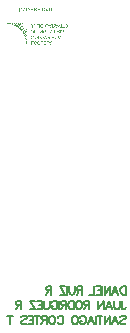
<source format=gbr>
%TF.GenerationSoftware,Altium Limited,Altium Designer,23.11.1 (41)*%
G04 Layer_Color=32896*
%FSLAX45Y45*%
%MOMM*%
%TF.SameCoordinates,34E30776-E539-4141-9B1E-1B59BE426CC6*%
%TF.FilePolarity,Positive*%
%TF.FileFunction,Legend,Bot*%
%TF.Part,Single*%
G01*
G75*
%TA.AperFunction,NonConductor*%
%ADD23C,0.17000*%
G36*
X7546797Y9119265D02*
Y9118573D01*
X7546104D01*
Y9117880D01*
Y9117188D01*
X7545412D01*
Y9116495D01*
Y9115802D01*
Y9115110D01*
X7544719D01*
Y9114417D01*
Y9113725D01*
Y9113032D01*
X7544026D01*
Y9112339D01*
Y9111647D01*
X7543334D01*
Y9110954D01*
Y9110262D01*
Y9109569D01*
X7542641D01*
Y9108877D01*
Y9108184D01*
X7541949D01*
Y9107491D01*
Y9106799D01*
Y9106106D01*
X7541256D01*
Y9105414D01*
Y9104721D01*
X7540564D01*
Y9104028D01*
Y9103336D01*
Y9102643D01*
X7539871D01*
Y9101951D01*
Y9101258D01*
X7539178D01*
Y9100565D01*
Y9099873D01*
Y9099180D01*
X7538486D01*
Y9098488D01*
Y9097795D01*
X7537793D01*
Y9097102D01*
Y9096410D01*
Y9095717D01*
X7537100D01*
Y9095024D01*
Y9094332D01*
X7536408D01*
Y9093639D01*
Y9092947D01*
Y9092254D01*
X7535715D01*
Y9091561D01*
Y9090869D01*
X7530174D01*
Y9091561D01*
Y9092254D01*
Y9092947D01*
X7529482D01*
Y9093639D01*
Y9094332D01*
X7528789D01*
Y9095024D01*
Y9095717D01*
Y9096410D01*
X7528096D01*
Y9097102D01*
Y9097795D01*
Y9098488D01*
X7527404D01*
Y9099180D01*
Y9099873D01*
X7526711D01*
Y9100565D01*
Y9101258D01*
Y9101951D01*
X7526019D01*
Y9102643D01*
Y9103336D01*
Y9104028D01*
X7525326D01*
Y9104721D01*
Y9105414D01*
X7524633D01*
Y9106106D01*
Y9106799D01*
Y9107491D01*
X7523941D01*
Y9108184D01*
Y9108877D01*
Y9109569D01*
X7523248D01*
Y9110262D01*
Y9110954D01*
X7522556D01*
Y9111647D01*
Y9112339D01*
Y9113032D01*
X7521863D01*
Y9113725D01*
Y9114417D01*
Y9115110D01*
X7521170D01*
Y9115802D01*
Y9116495D01*
X7520478D01*
Y9117188D01*
Y9117880D01*
Y9118573D01*
X7519785D01*
Y9119265D01*
Y9119958D01*
X7524633D01*
Y9119265D01*
Y9118573D01*
X7525326D01*
Y9117880D01*
Y9117188D01*
Y9116495D01*
X7526019D01*
Y9115802D01*
Y9115110D01*
Y9114417D01*
X7526711D01*
Y9113725D01*
Y9113032D01*
Y9112339D01*
X7527404D01*
Y9111647D01*
X7538486D01*
Y9112339D01*
X7539178D01*
Y9113032D01*
X7539871D01*
Y9113725D01*
Y9114417D01*
Y9115110D01*
X7540564D01*
Y9115802D01*
Y9116495D01*
Y9117188D01*
X7541256D01*
Y9117880D01*
Y9118573D01*
X7541949D01*
Y9119265D01*
Y9119958D01*
X7546797D01*
Y9119265D01*
D02*
G37*
G36*
X7449140D02*
X7448447D01*
Y9118573D01*
Y9117880D01*
X7447754D01*
Y9117188D01*
X7447062D01*
Y9116495D01*
Y9115802D01*
X7446369D01*
Y9115110D01*
X7445676D01*
Y9114417D01*
Y9113725D01*
X7444984D01*
Y9113032D01*
X7444291D01*
Y9112339D01*
Y9111647D01*
X7443599D01*
Y9110954D01*
X7442906D01*
Y9110262D01*
Y9109569D01*
X7442213D01*
Y9108877D01*
X7440828D01*
Y9108184D01*
X7440136D01*
Y9107491D01*
Y9106799D01*
X7441521D01*
Y9106106D01*
X7442906D01*
Y9105414D01*
X7444291D01*
Y9104721D01*
X7444984D01*
Y9104028D01*
X7445676D01*
Y9103336D01*
X7446369D01*
Y9102643D01*
Y9101951D01*
Y9101258D01*
X7447062D01*
Y9100565D01*
Y9099873D01*
Y9099180D01*
Y9098488D01*
Y9097795D01*
Y9097102D01*
Y9096410D01*
X7446369D01*
Y9095717D01*
Y9095024D01*
Y9094332D01*
X7445676D01*
Y9093639D01*
X7444984D01*
Y9092947D01*
X7444291D01*
Y9092254D01*
X7442906D01*
Y9091561D01*
X7440828D01*
Y9090869D01*
X7423513D01*
Y9091561D01*
Y9092254D01*
Y9092947D01*
Y9093639D01*
Y9094332D01*
Y9095024D01*
Y9095717D01*
Y9096410D01*
Y9097102D01*
Y9097795D01*
Y9098488D01*
Y9099180D01*
Y9099873D01*
Y9100565D01*
Y9101258D01*
Y9101951D01*
Y9102643D01*
Y9103336D01*
Y9104028D01*
Y9104721D01*
Y9105414D01*
Y9106106D01*
Y9106799D01*
Y9107491D01*
Y9108184D01*
Y9108877D01*
Y9109569D01*
Y9110262D01*
Y9110954D01*
Y9111647D01*
Y9112339D01*
Y9113032D01*
Y9113725D01*
Y9114417D01*
Y9115110D01*
Y9115802D01*
Y9116495D01*
Y9117188D01*
Y9117880D01*
Y9118573D01*
Y9119265D01*
Y9119958D01*
X7428362D01*
Y9119265D01*
Y9118573D01*
Y9117880D01*
Y9117188D01*
Y9116495D01*
Y9115802D01*
Y9115110D01*
Y9114417D01*
Y9113725D01*
Y9113032D01*
Y9112339D01*
Y9111647D01*
Y9110954D01*
Y9110262D01*
Y9109569D01*
Y9108877D01*
Y9108184D01*
Y9107491D01*
X7434595D01*
Y9108184D01*
X7435980D01*
Y9108877D01*
X7436673D01*
Y9109569D01*
X7437365D01*
Y9110262D01*
Y9110954D01*
X7438058D01*
Y9111647D01*
X7438750D01*
Y9112339D01*
Y9113032D01*
X7439443D01*
Y9113725D01*
X7440136D01*
Y9114417D01*
Y9115110D01*
X7440828D01*
Y9115802D01*
X7441521D01*
Y9116495D01*
Y9117188D01*
X7442213D01*
Y9117880D01*
X7442906D01*
Y9118573D01*
Y9119265D01*
X7443599D01*
Y9119958D01*
X7449140D01*
Y9119265D01*
D02*
G37*
G36*
X7349404D02*
Y9118573D01*
Y9117880D01*
Y9117188D01*
Y9116495D01*
Y9115802D01*
Y9115110D01*
Y9114417D01*
Y9113725D01*
Y9113032D01*
Y9112339D01*
Y9111647D01*
Y9110954D01*
Y9110262D01*
Y9109569D01*
Y9108877D01*
Y9108184D01*
Y9107491D01*
Y9106799D01*
Y9106106D01*
Y9105414D01*
Y9104721D01*
Y9104028D01*
Y9103336D01*
Y9102643D01*
Y9101951D01*
Y9101258D01*
Y9100565D01*
Y9099873D01*
Y9099180D01*
Y9098488D01*
Y9097795D01*
Y9097102D01*
Y9096410D01*
Y9095717D01*
Y9095024D01*
Y9094332D01*
Y9093639D01*
Y9092947D01*
Y9092254D01*
Y9091561D01*
Y9090869D01*
X7345249D01*
Y9091561D01*
Y9092254D01*
Y9092947D01*
Y9093639D01*
Y9094332D01*
Y9095024D01*
Y9095717D01*
Y9096410D01*
Y9097102D01*
Y9097795D01*
Y9098488D01*
Y9099180D01*
Y9099873D01*
Y9100565D01*
Y9101258D01*
Y9101951D01*
Y9102643D01*
Y9103336D01*
Y9104028D01*
Y9104721D01*
Y9105414D01*
Y9106106D01*
Y9106799D01*
Y9107491D01*
Y9108184D01*
Y9108877D01*
Y9109569D01*
Y9110262D01*
Y9110954D01*
Y9111647D01*
X7343864D01*
Y9110954D01*
Y9110262D01*
X7343171D01*
Y9109569D01*
Y9108877D01*
X7342478D01*
Y9108184D01*
X7341786D01*
Y9107491D01*
Y9106799D01*
X7341093D01*
Y9106106D01*
X7340401D01*
Y9105414D01*
Y9104721D01*
X7339708D01*
Y9104028D01*
X7339016D01*
Y9103336D01*
Y9102643D01*
X7338323D01*
Y9101951D01*
X7337630D01*
Y9101258D01*
Y9100565D01*
X7336938D01*
Y9099873D01*
Y9099180D01*
X7336245D01*
Y9098488D01*
X7335552D01*
Y9097795D01*
Y9097102D01*
X7334860D01*
Y9096410D01*
X7334167D01*
Y9095717D01*
Y9095024D01*
X7333475D01*
Y9094332D01*
X7332782D01*
Y9093639D01*
Y9092947D01*
X7332089D01*
Y9092254D01*
Y9091561D01*
X7331397D01*
Y9090869D01*
X7326548D01*
Y9091561D01*
Y9092254D01*
Y9092947D01*
Y9093639D01*
Y9094332D01*
Y9095024D01*
Y9095717D01*
Y9096410D01*
Y9097102D01*
Y9097795D01*
Y9098488D01*
Y9099180D01*
Y9099873D01*
Y9100565D01*
Y9101258D01*
Y9101951D01*
Y9102643D01*
Y9103336D01*
Y9104028D01*
Y9104721D01*
Y9105414D01*
Y9106106D01*
Y9106799D01*
Y9107491D01*
Y9108184D01*
Y9108877D01*
Y9109569D01*
Y9110262D01*
Y9110954D01*
Y9111647D01*
Y9112339D01*
Y9113032D01*
Y9113725D01*
Y9114417D01*
Y9115110D01*
Y9115802D01*
Y9116495D01*
Y9117188D01*
Y9117880D01*
Y9118573D01*
Y9119265D01*
Y9119958D01*
X7330704D01*
Y9119265D01*
Y9118573D01*
Y9117880D01*
Y9117188D01*
Y9116495D01*
Y9115802D01*
Y9115110D01*
Y9114417D01*
Y9113725D01*
Y9113032D01*
Y9112339D01*
Y9111647D01*
Y9110954D01*
Y9110262D01*
Y9109569D01*
Y9108877D01*
Y9108184D01*
Y9107491D01*
Y9106799D01*
Y9106106D01*
Y9105414D01*
Y9104721D01*
Y9104028D01*
Y9103336D01*
Y9102643D01*
Y9101951D01*
Y9101258D01*
Y9100565D01*
Y9099873D01*
Y9099180D01*
X7331397D01*
Y9099873D01*
X7332089D01*
Y9100565D01*
X7332782D01*
Y9101258D01*
Y9101951D01*
X7333475D01*
Y9102643D01*
X7334167D01*
Y9103336D01*
Y9104028D01*
X7334860D01*
Y9104721D01*
X7335552D01*
Y9105414D01*
Y9106106D01*
X7336245D01*
Y9106799D01*
Y9107491D01*
X7336938D01*
Y9108184D01*
X7337630D01*
Y9108877D01*
Y9109569D01*
X7338323D01*
Y9110262D01*
X7339016D01*
Y9110954D01*
Y9111647D01*
X7339708D01*
Y9112339D01*
X7340401D01*
Y9113032D01*
Y9113725D01*
X7341093D01*
Y9114417D01*
X7341786D01*
Y9115110D01*
Y9115802D01*
X7342478D01*
Y9116495D01*
Y9117188D01*
X7343171D01*
Y9117880D01*
X7343864D01*
Y9118573D01*
Y9119265D01*
X7344556D01*
Y9119958D01*
X7349404D01*
Y9119265D01*
D02*
G37*
G36*
X7566883D02*
X7568268D01*
Y9118573D01*
X7569653D01*
Y9117880D01*
X7571038D01*
Y9117188D01*
X7571731D01*
Y9116495D01*
Y9115802D01*
X7572423D01*
Y9115110D01*
X7573116D01*
Y9114417D01*
Y9113725D01*
X7573809D01*
Y9113032D01*
Y9112339D01*
X7574501D01*
Y9111647D01*
Y9110954D01*
Y9110262D01*
Y9109569D01*
X7575194D01*
Y9108877D01*
Y9108184D01*
Y9107491D01*
Y9106799D01*
Y9106106D01*
Y9105414D01*
Y9104721D01*
Y9104028D01*
Y9103336D01*
Y9102643D01*
Y9101951D01*
Y9101258D01*
X7574501D01*
Y9100565D01*
Y9099873D01*
Y9099180D01*
Y9098488D01*
X7573809D01*
Y9097795D01*
Y9097102D01*
X7573116D01*
Y9096410D01*
Y9095717D01*
X7572423D01*
Y9095024D01*
X7571731D01*
Y9094332D01*
X7571038D01*
Y9093639D01*
X7570345D01*
Y9092947D01*
X7568960D01*
Y9092254D01*
X7567575D01*
Y9091561D01*
X7564805D01*
Y9090869D01*
X7550952D01*
Y9091561D01*
Y9092254D01*
Y9092947D01*
Y9093639D01*
Y9094332D01*
Y9095024D01*
Y9095717D01*
Y9096410D01*
Y9097102D01*
Y9097795D01*
Y9098488D01*
Y9099180D01*
Y9099873D01*
Y9100565D01*
Y9101258D01*
Y9101951D01*
Y9102643D01*
Y9103336D01*
Y9104028D01*
Y9104721D01*
Y9105414D01*
Y9106106D01*
Y9106799D01*
Y9107491D01*
Y9108184D01*
Y9108877D01*
Y9109569D01*
Y9110262D01*
Y9110954D01*
Y9111647D01*
Y9112339D01*
Y9113032D01*
Y9113725D01*
Y9114417D01*
Y9115110D01*
Y9115802D01*
Y9116495D01*
Y9117188D01*
Y9117880D01*
Y9118573D01*
Y9119265D01*
Y9119958D01*
X7566883D01*
Y9119265D01*
D02*
G37*
G36*
X7508704D02*
X7510782D01*
Y9118573D01*
X7512167D01*
Y9117880D01*
X7512859D01*
Y9117188D01*
X7513552D01*
Y9116495D01*
X7514244D01*
Y9115802D01*
X7514937D01*
Y9115110D01*
Y9114417D01*
X7515630D01*
Y9113725D01*
Y9113032D01*
X7516322D01*
Y9112339D01*
Y9111647D01*
Y9110954D01*
X7517015D01*
Y9110262D01*
Y9109569D01*
Y9108877D01*
Y9108184D01*
Y9107491D01*
Y9106799D01*
Y9106106D01*
Y9105414D01*
Y9104721D01*
Y9104028D01*
Y9103336D01*
Y9102643D01*
Y9101951D01*
Y9101258D01*
Y9100565D01*
Y9099873D01*
X7516322D01*
Y9099180D01*
Y9098488D01*
Y9097795D01*
X7515630D01*
Y9097102D01*
Y9096410D01*
X7514937D01*
Y9095717D01*
X7514244D01*
Y9095024D01*
Y9094332D01*
X7513552D01*
Y9093639D01*
X7512167D01*
Y9092947D01*
X7511474D01*
Y9092254D01*
X7510089D01*
Y9091561D01*
X7507318D01*
Y9090869D01*
X7492774D01*
Y9091561D01*
Y9092254D01*
Y9092947D01*
Y9093639D01*
Y9094332D01*
Y9095024D01*
Y9095717D01*
Y9096410D01*
Y9097102D01*
Y9097795D01*
Y9098488D01*
Y9099180D01*
Y9099873D01*
Y9100565D01*
Y9101258D01*
Y9101951D01*
Y9102643D01*
Y9103336D01*
Y9104028D01*
Y9104721D01*
Y9105414D01*
Y9106106D01*
Y9106799D01*
Y9107491D01*
Y9108184D01*
Y9108877D01*
Y9109569D01*
Y9110262D01*
Y9110954D01*
Y9111647D01*
Y9112339D01*
Y9113032D01*
Y9113725D01*
Y9114417D01*
Y9115110D01*
Y9115802D01*
Y9116495D01*
Y9117188D01*
Y9117880D01*
Y9118573D01*
Y9119265D01*
Y9119958D01*
X7508704D01*
Y9119265D01*
D02*
G37*
G36*
X7485848D02*
Y9118573D01*
Y9117880D01*
Y9117188D01*
Y9116495D01*
Y9115802D01*
Y9115110D01*
Y9114417D01*
Y9113725D01*
Y9113032D01*
Y9112339D01*
Y9111647D01*
Y9110954D01*
Y9110262D01*
Y9109569D01*
Y9108877D01*
Y9108184D01*
Y9107491D01*
Y9106799D01*
Y9106106D01*
Y9105414D01*
Y9104721D01*
Y9104028D01*
Y9103336D01*
Y9102643D01*
Y9101951D01*
Y9101258D01*
Y9100565D01*
Y9099873D01*
Y9099180D01*
Y9098488D01*
Y9097795D01*
Y9097102D01*
Y9096410D01*
Y9095717D01*
Y9095024D01*
Y9094332D01*
Y9093639D01*
Y9092947D01*
Y9092254D01*
Y9091561D01*
X7485155D01*
Y9090869D01*
X7480999D01*
Y9091561D01*
Y9092254D01*
Y9092947D01*
Y9093639D01*
Y9094332D01*
Y9095024D01*
Y9095717D01*
Y9096410D01*
Y9097102D01*
Y9097795D01*
Y9098488D01*
Y9099180D01*
Y9099873D01*
Y9100565D01*
Y9101258D01*
Y9101951D01*
Y9102643D01*
Y9103336D01*
Y9104028D01*
Y9104721D01*
Y9105414D01*
Y9106106D01*
Y9106799D01*
Y9107491D01*
Y9108184D01*
Y9108877D01*
Y9109569D01*
Y9110262D01*
Y9110954D01*
Y9111647D01*
Y9112339D01*
Y9113032D01*
Y9113725D01*
Y9114417D01*
Y9115110D01*
Y9115802D01*
Y9116495D01*
Y9117188D01*
Y9117880D01*
Y9118573D01*
Y9119265D01*
Y9119958D01*
X7485848D01*
Y9119265D01*
D02*
G37*
G36*
X7417972D02*
Y9118573D01*
Y9117880D01*
Y9117188D01*
Y9116495D01*
X7417280D01*
Y9115802D01*
X7400657D01*
Y9115110D01*
Y9114417D01*
Y9113725D01*
Y9113032D01*
Y9112339D01*
Y9111647D01*
Y9110954D01*
Y9110262D01*
Y9109569D01*
Y9108877D01*
Y9108184D01*
Y9107491D01*
X7415894D01*
Y9106799D01*
X7416587D01*
Y9106106D01*
Y9105414D01*
Y9104721D01*
Y9104028D01*
Y9103336D01*
X7415894D01*
Y9102643D01*
X7400657D01*
Y9101951D01*
Y9101258D01*
Y9100565D01*
Y9099873D01*
Y9099180D01*
Y9098488D01*
Y9097795D01*
Y9097102D01*
Y9096410D01*
Y9095717D01*
Y9095024D01*
X7417280D01*
Y9094332D01*
Y9093639D01*
Y9092947D01*
Y9092254D01*
Y9091561D01*
Y9090869D01*
X7396502D01*
Y9091561D01*
Y9092254D01*
Y9092947D01*
Y9093639D01*
Y9094332D01*
Y9095024D01*
Y9095717D01*
Y9096410D01*
Y9097102D01*
Y9097795D01*
Y9098488D01*
Y9099180D01*
Y9099873D01*
Y9100565D01*
Y9101258D01*
Y9101951D01*
Y9102643D01*
Y9103336D01*
Y9104028D01*
Y9104721D01*
Y9105414D01*
Y9106106D01*
Y9106799D01*
Y9107491D01*
Y9108184D01*
Y9108877D01*
Y9109569D01*
Y9110262D01*
Y9110954D01*
Y9111647D01*
Y9112339D01*
Y9113032D01*
Y9113725D01*
Y9114417D01*
Y9115110D01*
Y9115802D01*
Y9116495D01*
Y9117188D01*
Y9117880D01*
Y9118573D01*
Y9119265D01*
Y9119958D01*
X7417972D01*
Y9119265D01*
D02*
G37*
G36*
X7381264D02*
Y9118573D01*
X7381957D01*
Y9117880D01*
Y9117188D01*
X7382649D01*
Y9116495D01*
Y9115802D01*
Y9115110D01*
X7383342D01*
Y9114417D01*
Y9113725D01*
X7384035D01*
Y9113032D01*
Y9112339D01*
Y9111647D01*
X7384727D01*
Y9110954D01*
Y9110262D01*
X7385420D01*
Y9109569D01*
Y9108877D01*
Y9108184D01*
X7386112D01*
Y9107491D01*
Y9106799D01*
Y9106106D01*
X7386805D01*
Y9105414D01*
Y9104721D01*
Y9104028D01*
X7387498D01*
Y9103336D01*
Y9102643D01*
X7388190D01*
Y9101951D01*
Y9101258D01*
Y9100565D01*
X7388883D01*
Y9099873D01*
Y9099180D01*
X7389576D01*
Y9098488D01*
Y9097795D01*
Y9097102D01*
X7390268D01*
Y9096410D01*
Y9095717D01*
Y9095024D01*
X7390961D01*
Y9094332D01*
Y9093639D01*
X7391653D01*
Y9092947D01*
Y9092254D01*
Y9091561D01*
Y9090869D01*
X7387498D01*
Y9091561D01*
Y9092254D01*
X7386805D01*
Y9092947D01*
Y9093639D01*
Y9094332D01*
X7386112D01*
Y9095024D01*
Y9095717D01*
X7385420D01*
Y9096410D01*
Y9097102D01*
Y9097795D01*
X7384727D01*
Y9098488D01*
Y9099180D01*
Y9099873D01*
X7384035D01*
Y9100565D01*
Y9101258D01*
Y9101951D01*
X7383342D01*
Y9102643D01*
Y9103336D01*
X7382649D01*
Y9104028D01*
Y9104721D01*
Y9105414D01*
X7381957D01*
Y9106106D01*
Y9106799D01*
Y9107491D01*
X7381264D01*
Y9108184D01*
Y9108877D01*
X7380572D01*
Y9109569D01*
Y9110262D01*
Y9110954D01*
X7379879D01*
Y9111647D01*
Y9112339D01*
Y9113032D01*
X7379186D01*
Y9113725D01*
Y9114417D01*
X7378494D01*
Y9113725D01*
X7377801D01*
Y9113032D01*
Y9112339D01*
Y9111647D01*
X7377109D01*
Y9110954D01*
Y9110262D01*
Y9109569D01*
X7376416D01*
Y9108877D01*
Y9108184D01*
Y9107491D01*
X7375723D01*
Y9106799D01*
Y9106106D01*
Y9105414D01*
X7375031D01*
Y9104721D01*
Y9104028D01*
Y9103336D01*
X7374338D01*
Y9102643D01*
Y9101951D01*
Y9101258D01*
X7373646D01*
Y9100565D01*
Y9099873D01*
Y9099180D01*
X7372953D01*
Y9098488D01*
Y9097795D01*
Y9097102D01*
X7372260D01*
Y9096410D01*
Y9095717D01*
X7371568D01*
Y9095024D01*
Y9094332D01*
Y9093639D01*
X7370875D01*
Y9092947D01*
Y9092254D01*
Y9091561D01*
X7370183D01*
Y9090869D01*
X7365334D01*
Y9091561D01*
X7366027D01*
Y9092254D01*
Y9092947D01*
Y9093639D01*
X7366720D01*
Y9094332D01*
Y9095024D01*
Y9095717D01*
X7367412D01*
Y9096410D01*
Y9097102D01*
X7368105D01*
Y9097795D01*
Y9098488D01*
Y9099180D01*
X7368797D01*
Y9099873D01*
Y9100565D01*
Y9101258D01*
X7369490D01*
Y9101951D01*
Y9102643D01*
Y9103336D01*
X7370183D01*
Y9104028D01*
Y9104721D01*
X7370875D01*
Y9105414D01*
Y9106106D01*
Y9106799D01*
X7371568D01*
Y9107491D01*
Y9108184D01*
Y9108877D01*
X7372260D01*
Y9109569D01*
Y9110262D01*
X7372953D01*
Y9110954D01*
Y9111647D01*
Y9112339D01*
X7373646D01*
Y9113032D01*
Y9113725D01*
X7374338D01*
Y9114417D01*
Y9115110D01*
Y9115802D01*
X7375031D01*
Y9116495D01*
Y9117188D01*
Y9117880D01*
X7375723D01*
Y9118573D01*
Y9119265D01*
Y9119958D01*
X7381264D01*
Y9119265D01*
D02*
G37*
G36*
X7361179D02*
Y9118573D01*
Y9117880D01*
Y9117188D01*
Y9116495D01*
Y9115802D01*
Y9115110D01*
Y9114417D01*
Y9113725D01*
Y9113032D01*
Y9112339D01*
Y9111647D01*
Y9110954D01*
Y9110262D01*
Y9109569D01*
Y9108877D01*
Y9108184D01*
Y9107491D01*
Y9106799D01*
Y9106106D01*
Y9105414D01*
Y9104721D01*
Y9104028D01*
Y9103336D01*
Y9102643D01*
Y9101951D01*
Y9101258D01*
Y9100565D01*
Y9099873D01*
Y9099180D01*
Y9098488D01*
Y9097795D01*
Y9097102D01*
Y9096410D01*
Y9095717D01*
Y9095024D01*
Y9094332D01*
Y9093639D01*
Y9092947D01*
Y9092254D01*
Y9091561D01*
Y9090869D01*
X7357023D01*
Y9091561D01*
Y9092254D01*
Y9092947D01*
Y9093639D01*
Y9094332D01*
Y9095024D01*
Y9095717D01*
Y9096410D01*
Y9097102D01*
Y9097795D01*
Y9098488D01*
Y9099180D01*
Y9099873D01*
Y9100565D01*
Y9101258D01*
Y9101951D01*
Y9102643D01*
Y9103336D01*
Y9104028D01*
Y9104721D01*
Y9105414D01*
Y9106106D01*
Y9106799D01*
Y9107491D01*
Y9108184D01*
Y9108877D01*
Y9109569D01*
Y9110262D01*
Y9110954D01*
Y9111647D01*
Y9112339D01*
Y9113032D01*
Y9113725D01*
Y9114417D01*
Y9115110D01*
Y9115802D01*
Y9116495D01*
Y9117188D01*
Y9117880D01*
Y9118573D01*
Y9119265D01*
Y9119958D01*
X7361179D01*
Y9119265D01*
D02*
G37*
G36*
X7467840Y9119958D02*
X7469918D01*
Y9119265D01*
X7471303D01*
Y9118573D01*
X7472688D01*
Y9117880D01*
X7473381D01*
Y9117188D01*
Y9116495D01*
X7474073D01*
Y9115802D01*
X7474766D01*
Y9115110D01*
Y9114417D01*
Y9113725D01*
X7475459D01*
Y9113032D01*
Y9112339D01*
Y9111647D01*
Y9110954D01*
Y9110262D01*
Y9109569D01*
X7474766D01*
Y9108877D01*
Y9108184D01*
X7474073D01*
Y9107491D01*
Y9106799D01*
X7473381D01*
Y9106106D01*
X7472688D01*
Y9105414D01*
X7471303D01*
Y9104721D01*
X7469918D01*
Y9104028D01*
X7467840D01*
Y9103336D01*
X7465069D01*
Y9102643D01*
X7462299D01*
Y9101951D01*
X7460221D01*
Y9101258D01*
X7458836D01*
Y9100565D01*
X7458143D01*
Y9099873D01*
X7457451D01*
Y9099180D01*
Y9098488D01*
Y9097795D01*
Y9097102D01*
Y9096410D01*
X7458143D01*
Y9095717D01*
X7458836D01*
Y9095024D01*
X7460914D01*
Y9094332D01*
X7465762D01*
Y9095024D01*
X7467840D01*
Y9095717D01*
X7468532D01*
Y9096410D01*
X7469225D01*
Y9097102D01*
Y9097795D01*
X7469918D01*
Y9098488D01*
Y9099180D01*
X7470610D01*
Y9099873D01*
X7471995D01*
Y9099180D01*
X7474073D01*
Y9098488D01*
Y9097795D01*
Y9097102D01*
Y9096410D01*
Y9095717D01*
X7473381D01*
Y9095024D01*
X7472688D01*
Y9094332D01*
Y9093639D01*
X7471995D01*
Y9092947D01*
X7471303D01*
Y9092254D01*
X7469918D01*
Y9091561D01*
X7468532D01*
Y9090869D01*
X7465069D01*
Y9090176D01*
X7461606D01*
Y9090869D01*
X7458143D01*
Y9091561D01*
X7456758D01*
Y9092254D01*
X7456066D01*
Y9092947D01*
X7454680D01*
Y9093639D01*
Y9094332D01*
X7453988D01*
Y9095024D01*
X7453295D01*
Y9095717D01*
Y9096410D01*
Y9097102D01*
Y9097795D01*
Y9098488D01*
Y9099180D01*
Y9099873D01*
Y9100565D01*
Y9101258D01*
Y9101951D01*
X7453988D01*
Y9102643D01*
Y9103336D01*
X7454680D01*
Y9104028D01*
X7456066D01*
Y9104721D01*
X7456758D01*
Y9105414D01*
X7458143D01*
Y9106106D01*
X7460221D01*
Y9106799D01*
X7462992D01*
Y9107491D01*
X7466455D01*
Y9108184D01*
X7468532D01*
Y9108877D01*
X7469225D01*
Y9109569D01*
X7469918D01*
Y9110262D01*
X7470610D01*
Y9110954D01*
Y9111647D01*
Y9112339D01*
Y9113032D01*
Y9113725D01*
Y9114417D01*
X7469918D01*
Y9115110D01*
X7469225D01*
Y9115802D01*
X7467840D01*
Y9116495D01*
X7465069D01*
Y9117188D01*
X7463684D01*
Y9116495D01*
X7460221D01*
Y9115802D01*
X7458836D01*
Y9115110D01*
X7458143D01*
Y9114417D01*
X7457451D01*
Y9113725D01*
X7456758D01*
Y9113032D01*
Y9112339D01*
X7456066D01*
Y9111647D01*
Y9110954D01*
Y9110262D01*
X7453988D01*
Y9110954D01*
X7451910D01*
Y9111647D01*
Y9112339D01*
Y9113032D01*
Y9113725D01*
X7452603D01*
Y9114417D01*
Y9115110D01*
X7453295D01*
Y9115802D01*
Y9116495D01*
X7453988D01*
Y9117188D01*
X7454680D01*
Y9117880D01*
X7455373D01*
Y9118573D01*
X7456066D01*
Y9119265D01*
X7458143D01*
Y9119958D01*
X7460221D01*
Y9120651D01*
X7467840D01*
Y9119958D01*
D02*
G37*
G36*
X7312697D02*
X7314774D01*
Y9119265D01*
X7316159D01*
Y9118573D01*
X7316852D01*
Y9117880D01*
X7317545D01*
Y9117188D01*
X7318237D01*
Y9116495D01*
X7318930D01*
Y9115802D01*
X7319623D01*
Y9115110D01*
Y9114417D01*
Y9113725D01*
X7320315D01*
Y9113032D01*
Y9112339D01*
Y9111647D01*
Y9110954D01*
Y9110262D01*
Y9109569D01*
X7321008D01*
Y9108877D01*
Y9108184D01*
Y9107491D01*
Y9106799D01*
Y9106106D01*
Y9105414D01*
Y9104721D01*
Y9104028D01*
Y9103336D01*
Y9102643D01*
Y9101951D01*
Y9101258D01*
Y9100565D01*
Y9099873D01*
Y9099180D01*
Y9098488D01*
Y9097795D01*
Y9097102D01*
Y9096410D01*
Y9095717D01*
Y9095024D01*
Y9094332D01*
Y9093639D01*
Y9092947D01*
Y9092254D01*
Y9091561D01*
Y9090869D01*
Y9090176D01*
Y9089484D01*
Y9088791D01*
X7320315D01*
Y9088098D01*
X7316852D01*
Y9088791D01*
Y9089484D01*
Y9090176D01*
Y9090869D01*
Y9091561D01*
Y9092254D01*
Y9092947D01*
Y9093639D01*
Y9094332D01*
Y9095024D01*
Y9095717D01*
Y9096410D01*
Y9097102D01*
Y9097795D01*
Y9098488D01*
Y9099180D01*
Y9099873D01*
Y9100565D01*
Y9101258D01*
Y9101951D01*
Y9102643D01*
Y9103336D01*
Y9104028D01*
Y9104721D01*
Y9105414D01*
Y9106106D01*
Y9106799D01*
Y9107491D01*
Y9108184D01*
Y9108877D01*
Y9109569D01*
Y9110262D01*
X7316159D01*
Y9110954D01*
Y9111647D01*
Y9112339D01*
Y9113032D01*
X7315467D01*
Y9113725D01*
Y9114417D01*
X7314774D01*
Y9115110D01*
X7314082D01*
Y9115802D01*
X7312697D01*
Y9116495D01*
X7309926D01*
Y9117188D01*
X7307848D01*
Y9116495D01*
X7305078D01*
Y9115802D01*
X7304385D01*
Y9115110D01*
X7303000D01*
Y9114417D01*
X7302307D01*
Y9113725D01*
Y9113032D01*
X7301615D01*
Y9112339D01*
Y9111647D01*
Y9110954D01*
Y9110262D01*
Y9109569D01*
X7300922D01*
Y9108877D01*
Y9108184D01*
Y9107491D01*
Y9106799D01*
Y9106106D01*
Y9105414D01*
Y9104721D01*
Y9104028D01*
Y9103336D01*
Y9102643D01*
Y9101951D01*
Y9101258D01*
Y9100565D01*
Y9099873D01*
Y9099180D01*
Y9098488D01*
Y9097795D01*
Y9097102D01*
Y9096410D01*
Y9095717D01*
Y9095024D01*
Y9094332D01*
Y9093639D01*
Y9092947D01*
Y9092254D01*
Y9091561D01*
Y9090869D01*
Y9090176D01*
Y9089484D01*
Y9088791D01*
Y9088098D01*
X7297459D01*
Y9088791D01*
Y9089484D01*
Y9090176D01*
Y9090869D01*
Y9091561D01*
Y9092254D01*
Y9092947D01*
Y9093639D01*
Y9094332D01*
Y9095024D01*
Y9095717D01*
Y9096410D01*
Y9097102D01*
Y9097795D01*
Y9098488D01*
Y9099180D01*
Y9099873D01*
Y9100565D01*
Y9101258D01*
Y9101951D01*
Y9102643D01*
Y9103336D01*
Y9104028D01*
Y9104721D01*
Y9105414D01*
Y9106106D01*
Y9106799D01*
Y9107491D01*
Y9108184D01*
Y9108877D01*
Y9109569D01*
Y9110262D01*
Y9110954D01*
Y9111647D01*
Y9112339D01*
Y9113032D01*
X7298152D01*
Y9113725D01*
Y9114417D01*
Y9115110D01*
X7298844D01*
Y9115802D01*
Y9116495D01*
X7299537D01*
Y9117188D01*
X7300229D01*
Y9117880D01*
X7300922D01*
Y9118573D01*
X7301615D01*
Y9119265D01*
X7303000D01*
Y9119958D01*
X7305078D01*
Y9120651D01*
X7312697D01*
Y9119958D01*
D02*
G37*
G36*
X7710944Y9045157D02*
Y9044464D01*
Y9043772D01*
X7709559D01*
Y9043079D01*
X7162401D01*
Y9043772D01*
X7161016D01*
Y9044464D01*
Y9045157D01*
X7161709D01*
Y9045850D01*
X7710944D01*
Y9045157D01*
D02*
G37*
G36*
X7381264Y9000138D02*
Y8999445D01*
X7380572D01*
Y8998752D01*
X7163786D01*
Y8999445D01*
Y9000138D01*
Y9000830D01*
X7381264D01*
Y9000138D01*
D02*
G37*
G36*
X7343864Y8991826D02*
Y8991134D01*
X7344556D01*
Y8990441D01*
Y8989748D01*
Y8989056D01*
Y8988363D01*
Y8987671D01*
Y8986978D01*
Y8986286D01*
Y8985593D01*
Y8984900D01*
Y8984208D01*
Y8983515D01*
X7345249D01*
Y8982822D01*
Y8982130D01*
Y8981437D01*
Y8980745D01*
Y8980052D01*
Y8979359D01*
Y8978667D01*
Y8977974D01*
Y8977282D01*
Y8976589D01*
X7346634D01*
Y8975896D01*
X7352175D01*
Y8975204D01*
X7358408D01*
Y8974511D01*
X7361179D01*
Y8973818D01*
X7361871D01*
Y8973126D01*
Y8972433D01*
Y8971741D01*
Y8971048D01*
Y8970355D01*
Y8969663D01*
Y8968970D01*
Y8968278D01*
Y8967585D01*
Y8966893D01*
Y8966200D01*
Y8965507D01*
Y8964815D01*
Y8964122D01*
Y8963429D01*
Y8962737D01*
Y8962044D01*
Y8961352D01*
Y8960659D01*
Y8959967D01*
Y8959274D01*
Y8958581D01*
Y8957889D01*
Y8957196D01*
Y8956504D01*
Y8955811D01*
Y8955118D01*
X7361179D01*
Y8954426D01*
X7359794D01*
Y8955118D01*
X7357023D01*
Y8955811D01*
X7353560D01*
Y8956504D01*
X7350790D01*
Y8957196D01*
X7348019D01*
Y8956504D01*
X7347327D01*
Y8955811D01*
Y8955118D01*
X7348019D01*
Y8954426D01*
Y8953733D01*
Y8953041D01*
Y8952348D01*
Y8951655D01*
Y8950963D01*
Y8950270D01*
Y8949577D01*
Y8948885D01*
Y8948192D01*
X7348712D01*
Y8947500D01*
Y8946807D01*
Y8946114D01*
Y8945422D01*
Y8944729D01*
Y8944036D01*
Y8943344D01*
Y8942651D01*
X7349404D01*
Y8941959D01*
X7351482D01*
Y8941266D01*
X7352867D01*
Y8940573D01*
X7354945D01*
Y8939881D01*
X7357023D01*
Y8939188D01*
X7359101D01*
Y8938496D01*
X7361179D01*
Y8937803D01*
X7361871D01*
Y8937111D01*
Y8936418D01*
Y8935725D01*
Y8935033D01*
Y8934340D01*
Y8933647D01*
Y8932955D01*
Y8932262D01*
Y8931570D01*
Y8930877D01*
Y8930185D01*
Y8929492D01*
Y8928799D01*
Y8928107D01*
Y8927414D01*
Y8926721D01*
Y8926029D01*
Y8925336D01*
Y8924644D01*
Y8923951D01*
Y8923259D01*
Y8922566D01*
Y8921873D01*
Y8921181D01*
Y8920488D01*
Y8919795D01*
Y8919103D01*
Y8918410D01*
X7361179D01*
Y8917718D01*
X7360486D01*
Y8918410D01*
X7359101D01*
Y8919103D01*
X7358408D01*
Y8919795D01*
X7357023D01*
Y8920488D01*
X7355638D01*
Y8921181D01*
X7354253D01*
Y8921873D01*
X7352867D01*
Y8922566D01*
X7350790D01*
Y8921873D01*
Y8921181D01*
Y8920488D01*
Y8919795D01*
X7351482D01*
Y8919103D01*
Y8918410D01*
Y8917718D01*
Y8917025D01*
Y8916332D01*
Y8915640D01*
Y8914947D01*
Y8914254D01*
Y8913562D01*
Y8912869D01*
X7352175D01*
Y8912177D01*
Y8911484D01*
Y8910792D01*
Y8910099D01*
Y8909406D01*
Y8908714D01*
X7352867D01*
Y8908021D01*
X7353560D01*
Y8907328D01*
X7354253D01*
Y8906636D01*
X7354945D01*
Y8905943D01*
X7356330D01*
Y8905251D01*
X7357023D01*
Y8904558D01*
X7358408D01*
Y8903866D01*
X7359101D01*
Y8903173D01*
X7359794D01*
Y8902480D01*
X7361179D01*
Y8901788D01*
Y8901095D01*
X7361871D01*
Y8900402D01*
Y8899710D01*
Y8899017D01*
Y8898325D01*
Y8897632D01*
Y8896940D01*
Y8896247D01*
Y8895554D01*
Y8894862D01*
Y8894169D01*
Y8893476D01*
Y8892784D01*
Y8892091D01*
Y8891399D01*
Y8890706D01*
Y8890013D01*
Y8889321D01*
Y8888628D01*
Y8887935D01*
Y8887243D01*
Y8886550D01*
Y8885858D01*
Y8885165D01*
Y8884472D01*
Y8883780D01*
Y8883087D01*
Y8882395D01*
X7359794D01*
Y8883087D01*
X7359101D01*
Y8883780D01*
X7358408D01*
Y8884472D01*
Y8885165D01*
X7357716D01*
Y8885858D01*
X7357023D01*
Y8886550D01*
X7356330D01*
Y8887243D01*
X7354945D01*
Y8887935D01*
X7354253D01*
Y8887243D01*
Y8886550D01*
Y8885858D01*
Y8885165D01*
Y8884472D01*
Y8883780D01*
X7354945D01*
Y8883087D01*
Y8882395D01*
Y8881702D01*
Y8881009D01*
Y8880317D01*
Y8879624D01*
Y8878932D01*
Y8878239D01*
Y8877547D01*
Y8876854D01*
X7355638D01*
Y8876161D01*
Y8875469D01*
Y8874776D01*
Y8874083D01*
Y8873391D01*
X7356330D01*
Y8872698D01*
X7357023D01*
Y8872006D01*
Y8871313D01*
X7357716D01*
Y8870621D01*
X7358408D01*
Y8869928D01*
X7359101D01*
Y8869235D01*
Y8868543D01*
X7359794D01*
Y8867850D01*
X7360486D01*
Y8867158D01*
Y8866465D01*
X7361179D01*
Y8865772D01*
X7361871D01*
Y8865080D01*
Y8864387D01*
Y8863694D01*
Y8863002D01*
Y8862309D01*
Y8861617D01*
Y8860924D01*
Y8860231D01*
Y8859539D01*
Y8858846D01*
Y8858153D01*
Y8857461D01*
Y8856768D01*
Y8856076D01*
Y8855383D01*
Y8854690D01*
Y8853998D01*
Y8853305D01*
Y8852613D01*
Y8851920D01*
Y8851227D01*
Y8850535D01*
Y8849842D01*
Y8849150D01*
Y8848457D01*
X7361179D01*
Y8847765D01*
Y8847072D01*
Y8846379D01*
X7359794D01*
Y8847072D01*
Y8847765D01*
X7359101D01*
Y8848457D01*
X7358408D01*
Y8847765D01*
Y8847072D01*
Y8846379D01*
Y8845687D01*
Y8844994D01*
Y8844301D01*
Y8843609D01*
Y8842916D01*
Y8842224D01*
Y8841531D01*
Y8840839D01*
X7359101D01*
Y8840146D01*
Y8839453D01*
Y8838761D01*
Y8838068D01*
Y8837375D01*
Y8836683D01*
Y8835990D01*
X7359794D01*
Y8835298D01*
Y8834605D01*
Y8833912D01*
X7360486D01*
Y8833220D01*
Y8832527D01*
Y8831835D01*
X7361179D01*
Y8831142D01*
Y8830449D01*
Y8829757D01*
X7361871D01*
Y8829064D01*
Y8828372D01*
Y8827679D01*
Y8826986D01*
Y8826294D01*
Y8825601D01*
Y8824908D01*
Y8824216D01*
Y8823523D01*
Y8822831D01*
Y8822138D01*
Y8821446D01*
Y8820753D01*
Y8820060D01*
Y8819368D01*
Y8818675D01*
Y8817982D01*
Y8817290D01*
Y8816597D01*
Y8815905D01*
Y8815212D01*
Y8814520D01*
Y8813827D01*
Y8813134D01*
Y8812442D01*
Y8811749D01*
Y8811056D01*
Y8810364D01*
Y8809671D01*
X7361179D01*
Y8808979D01*
X7360486D01*
Y8809671D01*
X7359794D01*
Y8810364D01*
Y8811056D01*
X7359101D01*
Y8811749D01*
Y8812442D01*
Y8813134D01*
Y8813827D01*
Y8814520D01*
Y8815212D01*
X7358408D01*
Y8815905D01*
Y8816597D01*
Y8817290D01*
Y8817982D01*
Y8818675D01*
Y8819368D01*
Y8820060D01*
X7357716D01*
Y8820753D01*
Y8821446D01*
Y8822138D01*
Y8822831D01*
Y8823523D01*
Y8824216D01*
X7357023D01*
Y8824908D01*
Y8825601D01*
Y8826294D01*
Y8826986D01*
Y8827679D01*
X7356330D01*
Y8828372D01*
Y8829064D01*
Y8829757D01*
Y8830449D01*
Y8831142D01*
X7355638D01*
Y8831835D01*
Y8832527D01*
Y8833220D01*
Y8833912D01*
X7354945D01*
Y8834605D01*
Y8835298D01*
Y8835990D01*
Y8836683D01*
Y8837375D01*
Y8838068D01*
X7354253D01*
Y8838761D01*
Y8839453D01*
Y8840146D01*
Y8840839D01*
Y8841531D01*
X7353560D01*
Y8842224D01*
Y8842916D01*
Y8843609D01*
Y8844301D01*
Y8844994D01*
X7352867D01*
Y8845687D01*
Y8846379D01*
Y8847072D01*
Y8847765D01*
X7352175D01*
Y8848457D01*
Y8849150D01*
Y8849842D01*
Y8850535D01*
Y8851227D01*
X7351482D01*
Y8851920D01*
Y8852613D01*
Y8853305D01*
Y8853998D01*
X7350790D01*
Y8854690D01*
Y8855383D01*
Y8856076D01*
Y8856768D01*
X7350097D01*
Y8857461D01*
Y8858153D01*
Y8858846D01*
X7349404D01*
Y8859539D01*
Y8860231D01*
Y8860924D01*
X7348712D01*
Y8861617D01*
Y8862309D01*
Y8863002D01*
X7348019D01*
Y8863694D01*
Y8864387D01*
Y8865080D01*
X7347327D01*
Y8865772D01*
Y8866465D01*
Y8867158D01*
X7346634D01*
Y8867850D01*
Y8868543D01*
Y8869235D01*
X7345941D01*
Y8869928D01*
Y8870621D01*
Y8871313D01*
X7345249D01*
Y8872006D01*
Y8872698D01*
Y8873391D01*
X7344556D01*
Y8874083D01*
Y8874776D01*
Y8875469D01*
Y8876161D01*
X7343864D01*
Y8876854D01*
Y8877547D01*
Y8878239D01*
X7343171D01*
Y8878932D01*
Y8879624D01*
Y8880317D01*
X7342478D01*
Y8881009D01*
Y8881702D01*
X7341786D01*
Y8882395D01*
Y8883087D01*
Y8883780D01*
X7341093D01*
Y8884472D01*
Y8885165D01*
X7340401D01*
Y8885858D01*
Y8886550D01*
X7339708D01*
Y8887243D01*
Y8887935D01*
Y8888628D01*
X7339016D01*
Y8889321D01*
Y8890013D01*
X7338323D01*
Y8890706D01*
Y8891399D01*
X7337630D01*
Y8892091D01*
Y8892784D01*
X7336938D01*
Y8893476D01*
Y8894169D01*
X7336245D01*
Y8894862D01*
Y8895554D01*
X7335552D01*
Y8896247D01*
Y8896940D01*
X7334860D01*
Y8897632D01*
Y8898325D01*
X7334167D01*
Y8899017D01*
Y8899710D01*
X7333475D01*
Y8900402D01*
Y8901095D01*
X7332782D01*
Y8901788D01*
Y8902480D01*
X7332089D01*
Y8903173D01*
Y8903866D01*
X7331397D01*
Y8904558D01*
Y8905251D01*
X7330704D01*
Y8905943D01*
Y8906636D01*
X7330012D01*
Y8907328D01*
Y8908021D01*
X7329319D01*
Y8908714D01*
X7328626D01*
Y8909406D01*
X7327934D01*
Y8910099D01*
X7327241D01*
Y8910792D01*
Y8911484D01*
X7326548D01*
Y8912177D01*
X7325856D01*
Y8912869D01*
X7325163D01*
Y8913562D01*
Y8914254D01*
X7324471D01*
Y8914947D01*
X7323778D01*
Y8915640D01*
Y8916332D01*
X7323085D01*
Y8917025D01*
X7322393D01*
Y8917718D01*
X7321700D01*
Y8918410D01*
Y8919103D01*
X7321008D01*
Y8919795D01*
X7320315D01*
Y8920488D01*
Y8921181D01*
X7319623D01*
Y8921873D01*
X7318930D01*
Y8922566D01*
Y8923259D01*
X7318237D01*
Y8923951D01*
X7317545D01*
Y8924644D01*
Y8925336D01*
X7316852D01*
Y8926029D01*
X7316159D01*
Y8926721D01*
X7315467D01*
Y8927414D01*
Y8928107D01*
X7314774D01*
Y8928799D01*
X7314082D01*
Y8929492D01*
X7313389D01*
Y8930185D01*
X7312697D01*
Y8930877D01*
X7312004D01*
Y8931570D01*
X7311311D01*
Y8932262D01*
Y8932955D01*
X7310619D01*
Y8933647D01*
X7309926D01*
Y8934340D01*
X7309233D01*
Y8935033D01*
X7308541D01*
Y8935725D01*
X7307848D01*
Y8936418D01*
X7307156D01*
Y8937111D01*
X7306463D01*
Y8937803D01*
X7305771D01*
Y8938496D01*
X7305078D01*
Y8939188D01*
X7304385D01*
Y8939881D01*
X7303693D01*
Y8940573D01*
X7303000D01*
Y8941266D01*
X7302307D01*
Y8941959D01*
X7301615D01*
Y8942651D01*
X7300229D01*
Y8943344D01*
X7299537D01*
Y8944036D01*
X7298844D01*
Y8944729D01*
X7298152D01*
Y8945422D01*
X7296766D01*
Y8946114D01*
X7296074D01*
Y8946807D01*
X7295381D01*
Y8947500D01*
X7293996D01*
Y8948192D01*
X7293303D01*
Y8948885D01*
X7292611D01*
Y8949577D01*
X7291226D01*
Y8950270D01*
X7290533D01*
Y8950963D01*
X7289148D01*
Y8951655D01*
X7288455D01*
Y8952348D01*
X7287763D01*
Y8953041D01*
X7286377D01*
Y8953733D01*
X7285685D01*
Y8954426D01*
X7284992D01*
Y8955118D01*
X7283607D01*
Y8955811D01*
X7282914D01*
Y8956504D01*
X7281529D01*
Y8957196D01*
X7280837D01*
Y8957889D01*
X7280144D01*
Y8958581D01*
X7278759D01*
Y8959274D01*
X7278066D01*
Y8959967D01*
X7277374D01*
Y8960659D01*
X7275988D01*
Y8961352D01*
X7274603D01*
Y8962044D01*
X7273911D01*
Y8962737D01*
X7272525D01*
Y8963429D01*
X7271140D01*
Y8964122D01*
X7270447D01*
Y8964815D01*
X7269062D01*
Y8965507D01*
X7267677D01*
Y8966200D01*
X7265599D01*
Y8966893D01*
X7264214D01*
Y8967585D01*
X7263521D01*
Y8968278D01*
X7262136D01*
Y8968970D01*
X7260751D01*
Y8969663D01*
X7258673D01*
Y8970355D01*
X7257288D01*
Y8971048D01*
X7255903D01*
Y8971741D01*
X7254518D01*
Y8972433D01*
X7252440D01*
Y8973126D01*
X7250362D01*
Y8973818D01*
X7248977D01*
Y8974511D01*
X7246899D01*
Y8975204D01*
X7244821D01*
Y8975896D01*
X7242743D01*
Y8976589D01*
X7240665D01*
Y8977282D01*
X7238588D01*
Y8977974D01*
X7236510D01*
Y8978667D01*
X7234432D01*
Y8979359D01*
X7232354D01*
Y8980052D01*
X7230276D01*
Y8980745D01*
X7228199D01*
Y8981437D01*
X7225428D01*
Y8982130D01*
X7222658D01*
Y8982822D01*
X7219195D01*
Y8983515D01*
X7215732D01*
Y8984208D01*
X7212961D01*
Y8984900D01*
X7210191D01*
Y8985593D01*
X7206728D01*
Y8986286D01*
X7203265D01*
Y8986978D01*
X7199802D01*
Y8987671D01*
X7196339D01*
Y8988363D01*
X7192183D01*
Y8989056D01*
X7188028D01*
Y8989748D01*
X7183872D01*
Y8990441D01*
X7182487D01*
Y8991134D01*
X7181794D01*
Y8991826D01*
X7182487D01*
Y8992519D01*
X7203265D01*
Y8991826D01*
X7204650D01*
Y8991134D01*
X7206728D01*
Y8990441D01*
X7209498D01*
Y8989748D01*
X7216424D01*
Y8989056D01*
X7220580D01*
Y8989748D01*
X7219195D01*
Y8990441D01*
X7217810D01*
Y8991134D01*
X7217117D01*
Y8991826D01*
X7217810D01*
Y8992519D01*
X7237202D01*
Y8991826D01*
X7237895D01*
Y8991134D01*
X7239280D01*
Y8990441D01*
X7239973D01*
Y8989748D01*
X7241358D01*
Y8989056D01*
X7242051D01*
Y8988363D01*
X7242743D01*
Y8987671D01*
X7244129D01*
Y8986978D01*
X7244821D01*
Y8986286D01*
X7249670D01*
Y8985593D01*
X7256595D01*
Y8984900D01*
X7257981D01*
Y8985593D01*
X7258673D01*
Y8986286D01*
X7257981D01*
Y8986978D01*
X7257288D01*
Y8987671D01*
X7256595D01*
Y8988363D01*
X7255903D01*
Y8989056D01*
X7255210D01*
Y8989748D01*
X7254518D01*
Y8990441D01*
X7253825D01*
Y8991134D01*
X7253132D01*
Y8991826D01*
Y8992519D01*
X7272525D01*
Y8991826D01*
X7273218D01*
Y8991134D01*
X7273911D01*
Y8990441D01*
Y8989748D01*
X7274603D01*
Y8989056D01*
X7275296D01*
Y8988363D01*
X7275988D01*
Y8987671D01*
Y8986978D01*
X7276681D01*
Y8986286D01*
X7277374D01*
Y8985593D01*
Y8984900D01*
X7278066D01*
Y8984208D01*
X7278759D01*
Y8983515D01*
X7279451D01*
Y8982822D01*
X7284300D01*
Y8982130D01*
X7291226D01*
Y8981437D01*
X7292611D01*
Y8982130D01*
X7293303D01*
Y8982822D01*
Y8983515D01*
Y8984208D01*
X7292611D01*
Y8984900D01*
X7291918D01*
Y8985593D01*
Y8986286D01*
Y8986978D01*
X7291226D01*
Y8987671D01*
Y8988363D01*
X7290533D01*
Y8989056D01*
X7289840D01*
Y8989748D01*
Y8990441D01*
X7289148D01*
Y8991134D01*
Y8991826D01*
Y8992519D01*
X7308541D01*
Y8991826D01*
X7309233D01*
Y8991134D01*
Y8990441D01*
Y8989748D01*
X7309926D01*
Y8989056D01*
Y8988363D01*
Y8987671D01*
X7310619D01*
Y8986978D01*
Y8986286D01*
Y8985593D01*
Y8984900D01*
X7311311D01*
Y8984208D01*
Y8983515D01*
Y8982822D01*
X7312004D01*
Y8982130D01*
Y8981437D01*
Y8980745D01*
X7312697D01*
Y8980052D01*
X7313389D01*
Y8979359D01*
X7318237D01*
Y8978667D01*
X7325163D01*
Y8977974D01*
X7326548D01*
Y8978667D01*
X7327241D01*
Y8979359D01*
Y8980052D01*
X7326548D01*
Y8980745D01*
Y8981437D01*
Y8982130D01*
Y8982822D01*
Y8983515D01*
Y8984208D01*
X7325856D01*
Y8984900D01*
Y8985593D01*
Y8986286D01*
Y8986978D01*
X7325163D01*
Y8987671D01*
Y8988363D01*
Y8989056D01*
Y8989748D01*
X7324471D01*
Y8990441D01*
Y8991134D01*
Y8991826D01*
Y8992519D01*
X7343864D01*
Y8991826D01*
D02*
G37*
G36*
X7625754Y8979359D02*
Y8978667D01*
Y8977974D01*
X7625061D01*
Y8977282D01*
Y8976589D01*
X7624369D01*
Y8975896D01*
Y8975204D01*
Y8974511D01*
X7623676D01*
Y8973818D01*
Y8973126D01*
X7622983D01*
Y8972433D01*
Y8971741D01*
Y8971048D01*
X7622291D01*
Y8970355D01*
Y8969663D01*
X7621598D01*
Y8968970D01*
Y8968278D01*
Y8967585D01*
X7620906D01*
Y8966893D01*
Y8966200D01*
Y8965507D01*
X7620213D01*
Y8964815D01*
Y8964122D01*
X7619520D01*
Y8963429D01*
Y8962737D01*
X7618828D01*
Y8962044D01*
Y8961352D01*
Y8960659D01*
X7618135D01*
Y8959967D01*
Y8959274D01*
X7617442D01*
Y8958581D01*
Y8957889D01*
Y8957196D01*
X7616750D01*
Y8956504D01*
Y8955811D01*
X7616057D01*
Y8955118D01*
Y8954426D01*
Y8953733D01*
X7615365D01*
Y8953041D01*
X7611209D01*
Y8953733D01*
Y8954426D01*
X7610516D01*
Y8955118D01*
Y8955811D01*
X7609824D01*
Y8956504D01*
Y8957196D01*
Y8957889D01*
X7609131D01*
Y8958581D01*
Y8959274D01*
Y8959967D01*
X7608439D01*
Y8960659D01*
Y8961352D01*
X7607746D01*
Y8962044D01*
Y8962737D01*
Y8963429D01*
X7607054D01*
Y8964122D01*
Y8964815D01*
X7606361D01*
Y8965507D01*
Y8966200D01*
Y8966893D01*
X7605668D01*
Y8967585D01*
Y8968278D01*
Y8968970D01*
X7604976D01*
Y8969663D01*
Y8970355D01*
X7604283D01*
Y8971048D01*
Y8971741D01*
Y8972433D01*
X7603590D01*
Y8973126D01*
Y8973818D01*
Y8974511D01*
X7602898D01*
Y8975204D01*
Y8975896D01*
X7602205D01*
Y8976589D01*
Y8977282D01*
Y8977974D01*
X7601513D01*
Y8978667D01*
Y8979359D01*
Y8980052D01*
X7604976D01*
Y8979359D01*
X7605668D01*
Y8978667D01*
Y8977974D01*
Y8977282D01*
X7606361D01*
Y8976589D01*
Y8975896D01*
Y8975204D01*
X7607054D01*
Y8974511D01*
Y8973818D01*
Y8973126D01*
X7607746D01*
Y8972433D01*
X7608439D01*
Y8971741D01*
X7618828D01*
Y8972433D01*
X7619520D01*
Y8973126D01*
Y8973818D01*
X7620213D01*
Y8974511D01*
Y8975204D01*
Y8975896D01*
X7620906D01*
Y8976589D01*
Y8977282D01*
Y8977974D01*
X7621598D01*
Y8978667D01*
Y8979359D01*
X7622291D01*
Y8980052D01*
X7625754D01*
Y8979359D01*
D02*
G37*
G36*
X7573809D02*
Y8978667D01*
X7573116D01*
Y8977974D01*
Y8977282D01*
Y8976589D01*
X7572423D01*
Y8975896D01*
Y8975204D01*
X7571731D01*
Y8974511D01*
Y8973818D01*
X7571038D01*
Y8973126D01*
Y8972433D01*
Y8971741D01*
X7570345D01*
Y8971048D01*
Y8970355D01*
X7569653D01*
Y8969663D01*
Y8968970D01*
Y8968278D01*
X7568960D01*
Y8967585D01*
Y8966893D01*
X7568268D01*
Y8966200D01*
Y8965507D01*
Y8964815D01*
X7567575D01*
Y8964122D01*
Y8963429D01*
X7566883D01*
Y8962737D01*
Y8962044D01*
Y8961352D01*
X7566190D01*
Y8960659D01*
Y8959967D01*
X7565497D01*
Y8959274D01*
Y8958581D01*
Y8957889D01*
X7564805D01*
Y8957196D01*
Y8956504D01*
X7564112D01*
Y8955811D01*
Y8955118D01*
Y8954426D01*
X7563419D01*
Y8953733D01*
Y8953041D01*
X7559264D01*
Y8953733D01*
X7558571D01*
Y8954426D01*
Y8955118D01*
X7557878D01*
Y8955811D01*
Y8956504D01*
Y8957196D01*
X7557186D01*
Y8957889D01*
Y8958581D01*
X7556493D01*
Y8959274D01*
Y8959967D01*
Y8960659D01*
X7555801D01*
Y8961352D01*
Y8962044D01*
X7555108D01*
Y8962737D01*
Y8963429D01*
Y8964122D01*
X7554415D01*
Y8964815D01*
Y8965507D01*
Y8966200D01*
X7553723D01*
Y8966893D01*
Y8967585D01*
Y8968278D01*
X7553030D01*
Y8968970D01*
Y8969663D01*
X7552338D01*
Y8970355D01*
Y8971048D01*
Y8971741D01*
X7551645D01*
Y8972433D01*
Y8973126D01*
Y8973818D01*
X7550952D01*
Y8974511D01*
Y8975204D01*
X7550260D01*
Y8975896D01*
Y8976589D01*
Y8977282D01*
X7549567D01*
Y8977974D01*
Y8978667D01*
X7548875D01*
Y8979359D01*
Y8980052D01*
X7553030D01*
Y8979359D01*
Y8978667D01*
Y8977974D01*
X7553723D01*
Y8977282D01*
Y8976589D01*
X7554415D01*
Y8975896D01*
Y8975204D01*
Y8974511D01*
X7555108D01*
Y8973818D01*
Y8973126D01*
Y8972433D01*
X7555801D01*
Y8971741D01*
X7566190D01*
Y8972433D01*
X7566883D01*
Y8973126D01*
X7567575D01*
Y8973818D01*
Y8974511D01*
Y8975204D01*
X7568268D01*
Y8975896D01*
Y8976589D01*
X7568960D01*
Y8977282D01*
Y8977974D01*
Y8978667D01*
X7569653D01*
Y8979359D01*
Y8980052D01*
X7573809D01*
Y8979359D01*
D02*
G37*
G36*
X7600128D02*
Y8978667D01*
X7599435D01*
Y8977974D01*
Y8977282D01*
X7598742D01*
Y8976589D01*
X7598050D01*
Y8975896D01*
Y8975204D01*
X7597357D01*
Y8974511D01*
X7596664D01*
Y8973818D01*
Y8973126D01*
X7595972D01*
Y8972433D01*
X7595279D01*
Y8971741D01*
Y8971048D01*
X7594587D01*
Y8970355D01*
X7593894D01*
Y8969663D01*
X7593201D01*
Y8968970D01*
X7592509D01*
Y8968278D01*
X7591816D01*
Y8967585D01*
X7593201D01*
Y8966893D01*
X7595279D01*
Y8966200D01*
X7595972D01*
Y8965507D01*
X7596664D01*
Y8964815D01*
X7597357D01*
Y8964122D01*
Y8963429D01*
X7598050D01*
Y8962737D01*
Y8962044D01*
X7598742D01*
Y8961352D01*
Y8960659D01*
Y8959967D01*
Y8959274D01*
X7598050D01*
Y8958581D01*
Y8957889D01*
Y8957196D01*
Y8956504D01*
X7597357D01*
Y8955811D01*
X7596664D01*
Y8955118D01*
X7595972D01*
Y8954426D01*
X7595279D01*
Y8953733D01*
X7593894D01*
Y8953041D01*
X7576579D01*
Y8953733D01*
Y8954426D01*
Y8955118D01*
Y8955811D01*
Y8956504D01*
Y8957196D01*
Y8957889D01*
Y8958581D01*
Y8959274D01*
Y8959967D01*
Y8960659D01*
Y8961352D01*
Y8962044D01*
Y8962737D01*
Y8963429D01*
Y8964122D01*
Y8964815D01*
Y8965507D01*
Y8966200D01*
Y8966893D01*
Y8967585D01*
Y8968278D01*
Y8968970D01*
Y8969663D01*
Y8970355D01*
Y8971048D01*
Y8971741D01*
Y8972433D01*
Y8973126D01*
Y8973818D01*
Y8974511D01*
Y8975204D01*
Y8975896D01*
Y8976589D01*
Y8977282D01*
Y8977974D01*
Y8978667D01*
Y8979359D01*
Y8980052D01*
X7580042D01*
Y8979359D01*
X7580735D01*
Y8978667D01*
Y8977974D01*
Y8977282D01*
Y8976589D01*
Y8975896D01*
Y8975204D01*
Y8974511D01*
Y8973818D01*
Y8973126D01*
Y8972433D01*
Y8971741D01*
Y8971048D01*
Y8970355D01*
Y8969663D01*
Y8968970D01*
Y8968278D01*
X7587661D01*
Y8968970D01*
X7588353D01*
Y8969663D01*
X7589046D01*
Y8970355D01*
X7589738D01*
Y8971048D01*
X7590431D01*
Y8971741D01*
X7591124D01*
Y8972433D01*
Y8973126D01*
X7591816D01*
Y8973818D01*
X7592509D01*
Y8974511D01*
Y8975204D01*
X7593201D01*
Y8975896D01*
X7593894D01*
Y8976589D01*
Y8977282D01*
X7594587D01*
Y8977974D01*
X7595279D01*
Y8978667D01*
Y8979359D01*
X7595972D01*
Y8980052D01*
X7600128D01*
Y8979359D01*
D02*
G37*
G36*
X7537100Y8980052D02*
X7539871D01*
Y8979359D01*
X7541256D01*
Y8978667D01*
X7542641D01*
Y8977974D01*
X7544026D01*
Y8977282D01*
X7544719D01*
Y8976589D01*
X7546104D01*
Y8975896D01*
Y8975204D01*
Y8974511D01*
Y8973818D01*
Y8973126D01*
Y8972433D01*
Y8971741D01*
Y8971048D01*
Y8970355D01*
Y8969663D01*
Y8968970D01*
Y8968278D01*
Y8967585D01*
Y8966893D01*
Y8966200D01*
Y8965507D01*
Y8964815D01*
X7545412D01*
Y8964122D01*
X7534330D01*
Y8964815D01*
X7533637D01*
Y8965507D01*
X7532945D01*
Y8966200D01*
Y8966893D01*
Y8967585D01*
X7533637D01*
Y8968278D01*
X7541949D01*
Y8968970D01*
Y8969663D01*
Y8970355D01*
Y8971048D01*
Y8971741D01*
Y8972433D01*
Y8973126D01*
Y8973818D01*
Y8974511D01*
X7540564D01*
Y8975204D01*
X7539178D01*
Y8975896D01*
X7537793D01*
Y8976589D01*
X7535023D01*
Y8977282D01*
X7531559D01*
Y8976589D01*
X7528789D01*
Y8975896D01*
X7527404D01*
Y8975204D01*
X7526711D01*
Y8974511D01*
X7526019D01*
Y8973818D01*
X7525326D01*
Y8973126D01*
X7524633D01*
Y8972433D01*
X7523941D01*
Y8971741D01*
Y8971048D01*
X7523248D01*
Y8970355D01*
Y8969663D01*
X7522556D01*
Y8968970D01*
Y8968278D01*
Y8967585D01*
Y8966893D01*
Y8966200D01*
Y8965507D01*
Y8964815D01*
Y8964122D01*
Y8963429D01*
Y8962737D01*
Y8962044D01*
Y8961352D01*
Y8960659D01*
Y8959967D01*
X7523248D01*
Y8959274D01*
Y8958581D01*
X7523941D01*
Y8957889D01*
Y8957196D01*
X7524633D01*
Y8956504D01*
Y8955811D01*
X7525326D01*
Y8955118D01*
X7526019D01*
Y8954426D01*
X7527404D01*
Y8953733D01*
X7528096D01*
Y8953041D01*
X7530174D01*
Y8952348D01*
X7535715D01*
Y8953041D01*
X7537793D01*
Y8953733D01*
X7539178D01*
Y8954426D01*
X7539871D01*
Y8955118D01*
X7540564D01*
Y8955811D01*
X7541256D01*
Y8956504D01*
Y8957196D01*
X7541949D01*
Y8957889D01*
Y8958581D01*
X7544719D01*
Y8957889D01*
X7545412D01*
Y8957196D01*
Y8956504D01*
Y8955811D01*
X7544719D01*
Y8955118D01*
Y8954426D01*
X7544026D01*
Y8953733D01*
Y8953041D01*
X7543334D01*
Y8952348D01*
X7542641D01*
Y8951655D01*
X7541949D01*
Y8950963D01*
X7540564D01*
Y8950270D01*
X7539178D01*
Y8949577D01*
X7537100D01*
Y8948885D01*
X7529482D01*
Y8949577D01*
X7527404D01*
Y8950270D01*
X7525326D01*
Y8950963D01*
X7523941D01*
Y8951655D01*
X7523248D01*
Y8952348D01*
X7522556D01*
Y8953041D01*
X7521863D01*
Y8953733D01*
X7521170D01*
Y8954426D01*
Y8955118D01*
X7520478D01*
Y8955811D01*
Y8956504D01*
X7519785D01*
Y8957196D01*
Y8957889D01*
X7519093D01*
Y8958581D01*
Y8959274D01*
Y8959967D01*
X7518400D01*
Y8960659D01*
Y8961352D01*
Y8962044D01*
Y8962737D01*
Y8963429D01*
Y8964122D01*
Y8964815D01*
Y8965507D01*
Y8966200D01*
Y8966893D01*
Y8967585D01*
Y8968278D01*
Y8968970D01*
Y8969663D01*
X7519093D01*
Y8970355D01*
Y8971048D01*
Y8971741D01*
X7519785D01*
Y8972433D01*
Y8973126D01*
X7520478D01*
Y8973818D01*
Y8974511D01*
X7521170D01*
Y8975204D01*
Y8975896D01*
X7521863D01*
Y8976589D01*
X7522556D01*
Y8977282D01*
X7523941D01*
Y8977974D01*
X7524633D01*
Y8978667D01*
X7526019D01*
Y8979359D01*
X7527404D01*
Y8980052D01*
X7530174D01*
Y8980745D01*
X7537100D01*
Y8980052D01*
D02*
G37*
G36*
X7672158Y8979359D02*
Y8978667D01*
Y8977974D01*
Y8977282D01*
Y8976589D01*
Y8975896D01*
Y8975204D01*
Y8974511D01*
Y8973818D01*
Y8973126D01*
Y8972433D01*
Y8971741D01*
Y8971048D01*
Y8970355D01*
Y8969663D01*
Y8968970D01*
Y8968278D01*
Y8967585D01*
Y8966893D01*
Y8966200D01*
Y8965507D01*
Y8964815D01*
Y8964122D01*
Y8963429D01*
Y8962737D01*
Y8962044D01*
Y8961352D01*
Y8960659D01*
Y8959967D01*
Y8959274D01*
Y8958581D01*
Y8957889D01*
Y8957196D01*
Y8956504D01*
X7672851D01*
Y8955811D01*
X7681162D01*
Y8955118D01*
Y8954426D01*
Y8953733D01*
Y8953041D01*
X7659691D01*
Y8953733D01*
Y8954426D01*
Y8955118D01*
Y8955811D01*
X7668003D01*
Y8956504D01*
X7668695D01*
Y8957196D01*
Y8957889D01*
Y8958581D01*
Y8959274D01*
Y8959967D01*
Y8960659D01*
Y8961352D01*
Y8962044D01*
Y8962737D01*
Y8963429D01*
Y8964122D01*
Y8964815D01*
Y8965507D01*
Y8966200D01*
Y8966893D01*
Y8967585D01*
Y8968278D01*
Y8968970D01*
Y8969663D01*
Y8970355D01*
Y8971048D01*
Y8971741D01*
Y8972433D01*
Y8973126D01*
Y8973818D01*
Y8974511D01*
Y8975204D01*
Y8975896D01*
Y8976589D01*
Y8977282D01*
Y8977974D01*
Y8978667D01*
Y8979359D01*
Y8980052D01*
X7672158D01*
Y8979359D01*
D02*
G37*
G36*
X7655536D02*
Y8978667D01*
Y8977974D01*
Y8977282D01*
Y8976589D01*
Y8975896D01*
Y8975204D01*
Y8974511D01*
Y8973818D01*
Y8973126D01*
Y8972433D01*
Y8971741D01*
Y8971048D01*
Y8970355D01*
Y8969663D01*
Y8968970D01*
Y8968278D01*
Y8967585D01*
Y8966893D01*
Y8966200D01*
Y8965507D01*
Y8964815D01*
Y8964122D01*
Y8963429D01*
Y8962737D01*
Y8962044D01*
Y8961352D01*
Y8960659D01*
Y8959967D01*
Y8959274D01*
Y8958581D01*
Y8957889D01*
Y8957196D01*
Y8956504D01*
Y8955811D01*
Y8955118D01*
Y8954426D01*
Y8953733D01*
Y8953041D01*
X7652073D01*
Y8953733D01*
Y8954426D01*
Y8955118D01*
Y8955811D01*
Y8956504D01*
Y8957196D01*
Y8957889D01*
Y8958581D01*
Y8959274D01*
Y8959967D01*
Y8960659D01*
Y8961352D01*
Y8962044D01*
Y8962737D01*
Y8963429D01*
Y8964122D01*
Y8964815D01*
Y8965507D01*
Y8966200D01*
Y8966893D01*
Y8967585D01*
Y8968278D01*
Y8968970D01*
Y8969663D01*
Y8970355D01*
Y8971048D01*
Y8971741D01*
Y8972433D01*
Y8973126D01*
Y8973818D01*
Y8974511D01*
Y8975204D01*
Y8975896D01*
Y8976589D01*
Y8977282D01*
Y8977974D01*
Y8978667D01*
Y8979359D01*
Y8980052D01*
X7655536D01*
Y8979359D01*
D02*
G37*
G36*
X7637528D02*
X7638221D01*
Y8978667D01*
Y8977974D01*
X7638913D01*
Y8977282D01*
Y8976589D01*
Y8975896D01*
X7639606D01*
Y8975204D01*
Y8974511D01*
X7640298D01*
Y8973818D01*
Y8973126D01*
Y8972433D01*
X7640991D01*
Y8971741D01*
Y8971048D01*
X7641684D01*
Y8970355D01*
Y8969663D01*
Y8968970D01*
X7642376D01*
Y8968278D01*
Y8967585D01*
X7643069D01*
Y8966893D01*
Y8966200D01*
Y8965507D01*
X7643761D01*
Y8964815D01*
Y8964122D01*
Y8963429D01*
X7644454D01*
Y8962737D01*
Y8962044D01*
X7645147D01*
Y8961352D01*
Y8960659D01*
Y8959967D01*
X7645839D01*
Y8959274D01*
Y8958581D01*
Y8957889D01*
X7646532D01*
Y8957196D01*
Y8956504D01*
X7647224D01*
Y8955811D01*
Y8955118D01*
Y8954426D01*
X7647917D01*
Y8953733D01*
Y8953041D01*
X7644454D01*
Y8953733D01*
X7643761D01*
Y8954426D01*
Y8955118D01*
Y8955811D01*
X7643069D01*
Y8956504D01*
Y8957196D01*
Y8957889D01*
X7642376D01*
Y8958581D01*
Y8959274D01*
Y8959967D01*
X7641684D01*
Y8960659D01*
Y8961352D01*
Y8962044D01*
X7640991D01*
Y8962737D01*
Y8963429D01*
X7640298D01*
Y8964122D01*
Y8964815D01*
Y8965507D01*
X7639606D01*
Y8966200D01*
Y8966893D01*
Y8967585D01*
X7638913D01*
Y8968278D01*
Y8968970D01*
X7638221D01*
Y8969663D01*
Y8970355D01*
Y8971048D01*
X7637528D01*
Y8971741D01*
Y8972433D01*
Y8973126D01*
X7636836D01*
Y8973818D01*
Y8974511D01*
X7636143D01*
Y8975204D01*
Y8975896D01*
X7635450D01*
Y8975204D01*
Y8974511D01*
X7634758D01*
Y8973818D01*
Y8973126D01*
Y8972433D01*
X7634065D01*
Y8971741D01*
Y8971048D01*
Y8970355D01*
X7633372D01*
Y8969663D01*
Y8968970D01*
Y8968278D01*
X7632680D01*
Y8967585D01*
Y8966893D01*
Y8966200D01*
X7631987D01*
Y8965507D01*
Y8964815D01*
X7631295D01*
Y8964122D01*
Y8963429D01*
Y8962737D01*
X7630602D01*
Y8962044D01*
Y8961352D01*
Y8960659D01*
X7629910D01*
Y8959967D01*
Y8959274D01*
Y8958581D01*
X7629217D01*
Y8957889D01*
Y8957196D01*
Y8956504D01*
X7628524D01*
Y8955811D01*
Y8955118D01*
X7627832D01*
Y8954426D01*
Y8953733D01*
Y8953041D01*
X7623676D01*
Y8953733D01*
Y8954426D01*
X7624369D01*
Y8955118D01*
Y8955811D01*
X7625061D01*
Y8956504D01*
Y8957196D01*
Y8957889D01*
X7625754D01*
Y8958581D01*
Y8959274D01*
Y8959967D01*
X7626447D01*
Y8960659D01*
Y8961352D01*
X7627139D01*
Y8962044D01*
Y8962737D01*
Y8963429D01*
X7627832D01*
Y8964122D01*
Y8964815D01*
X7628524D01*
Y8965507D01*
Y8966200D01*
Y8966893D01*
X7629217D01*
Y8967585D01*
Y8968278D01*
X7629910D01*
Y8968970D01*
Y8969663D01*
Y8970355D01*
X7630602D01*
Y8971048D01*
Y8971741D01*
Y8972433D01*
X7631295D01*
Y8973126D01*
Y8973818D01*
X7631987D01*
Y8974511D01*
Y8975204D01*
Y8975896D01*
X7632680D01*
Y8976589D01*
Y8977282D01*
Y8977974D01*
X7633372D01*
Y8978667D01*
Y8979359D01*
X7634065D01*
Y8980052D01*
X7637528D01*
Y8979359D01*
D02*
G37*
G36*
X7471303D02*
Y8978667D01*
Y8977974D01*
Y8977282D01*
Y8976589D01*
Y8975896D01*
Y8975204D01*
Y8974511D01*
Y8973818D01*
Y8973126D01*
Y8972433D01*
Y8971741D01*
Y8971048D01*
Y8970355D01*
Y8969663D01*
Y8968970D01*
Y8968278D01*
Y8967585D01*
Y8966893D01*
Y8966200D01*
Y8965507D01*
Y8964815D01*
Y8964122D01*
Y8963429D01*
Y8962737D01*
Y8962044D01*
Y8961352D01*
Y8960659D01*
Y8959967D01*
Y8959274D01*
Y8958581D01*
Y8957889D01*
Y8957196D01*
Y8956504D01*
Y8955811D01*
Y8955118D01*
Y8954426D01*
Y8953733D01*
Y8953041D01*
X7467840D01*
Y8953733D01*
Y8954426D01*
Y8955118D01*
Y8955811D01*
Y8956504D01*
Y8957196D01*
Y8957889D01*
Y8958581D01*
Y8959274D01*
Y8959967D01*
Y8960659D01*
Y8961352D01*
Y8962044D01*
Y8962737D01*
Y8963429D01*
Y8964122D01*
Y8964815D01*
Y8965507D01*
Y8966200D01*
Y8966893D01*
Y8967585D01*
Y8968278D01*
Y8968970D01*
Y8969663D01*
Y8970355D01*
Y8971048D01*
Y8971741D01*
Y8972433D01*
Y8973126D01*
Y8973818D01*
Y8974511D01*
Y8975204D01*
Y8975896D01*
Y8976589D01*
Y8977282D01*
Y8977974D01*
Y8978667D01*
Y8979359D01*
Y8980052D01*
X7471303D01*
Y8979359D01*
D02*
G37*
G36*
X7462992D02*
Y8978667D01*
Y8977974D01*
Y8977282D01*
X7450525D01*
Y8976589D01*
X7449832D01*
Y8975896D01*
Y8975204D01*
Y8974511D01*
Y8973818D01*
Y8973126D01*
Y8972433D01*
Y8971741D01*
Y8971048D01*
Y8970355D01*
Y8969663D01*
Y8968970D01*
Y8968278D01*
Y8967585D01*
Y8966893D01*
Y8966200D01*
Y8965507D01*
Y8964815D01*
Y8964122D01*
Y8963429D01*
Y8962737D01*
Y8962044D01*
Y8961352D01*
Y8960659D01*
Y8959967D01*
Y8959274D01*
Y8958581D01*
Y8957889D01*
Y8957196D01*
Y8956504D01*
Y8955811D01*
Y8955118D01*
Y8954426D01*
Y8953733D01*
Y8953041D01*
X7446369D01*
Y8953733D01*
Y8954426D01*
Y8955118D01*
Y8955811D01*
Y8956504D01*
Y8957196D01*
Y8957889D01*
Y8958581D01*
Y8959274D01*
Y8959967D01*
Y8960659D01*
Y8961352D01*
Y8962044D01*
Y8962737D01*
Y8963429D01*
Y8964122D01*
Y8964815D01*
Y8965507D01*
Y8966200D01*
Y8966893D01*
Y8967585D01*
Y8968278D01*
Y8968970D01*
Y8969663D01*
Y8970355D01*
Y8971048D01*
Y8971741D01*
Y8972433D01*
Y8973126D01*
Y8973818D01*
Y8974511D01*
Y8975204D01*
Y8975896D01*
Y8976589D01*
Y8977282D01*
Y8977974D01*
Y8978667D01*
Y8979359D01*
Y8980052D01*
X7462992D01*
Y8979359D01*
D02*
G37*
G36*
X7433210Y8980052D02*
X7435287D01*
Y8979359D01*
X7436673D01*
Y8978667D01*
X7437365D01*
Y8977974D01*
X7438058D01*
Y8977282D01*
X7438750D01*
Y8976589D01*
X7439443D01*
Y8975896D01*
Y8975204D01*
Y8974511D01*
X7440136D01*
Y8973818D01*
Y8973126D01*
Y8972433D01*
Y8971741D01*
Y8971048D01*
X7440828D01*
Y8970355D01*
Y8969663D01*
Y8968970D01*
Y8968278D01*
Y8967585D01*
Y8966893D01*
Y8966200D01*
Y8965507D01*
Y8964815D01*
Y8964122D01*
Y8963429D01*
Y8962737D01*
Y8962044D01*
Y8961352D01*
Y8960659D01*
Y8959967D01*
Y8959274D01*
Y8958581D01*
Y8957889D01*
Y8957196D01*
Y8956504D01*
Y8955811D01*
Y8955118D01*
Y8954426D01*
Y8953733D01*
Y8953041D01*
X7436673D01*
Y8953733D01*
Y8954426D01*
Y8955118D01*
Y8955811D01*
Y8956504D01*
Y8957196D01*
Y8957889D01*
Y8958581D01*
Y8959274D01*
Y8959967D01*
Y8960659D01*
Y8961352D01*
Y8962044D01*
Y8962737D01*
Y8963429D01*
Y8964122D01*
Y8964815D01*
Y8965507D01*
Y8966200D01*
Y8966893D01*
Y8967585D01*
Y8968278D01*
Y8968970D01*
Y8969663D01*
Y8970355D01*
Y8971048D01*
Y8971741D01*
Y8972433D01*
Y8973126D01*
X7435980D01*
Y8973818D01*
Y8974511D01*
X7435287D01*
Y8975204D01*
Y8975896D01*
X7434595D01*
Y8976589D01*
X7433210D01*
Y8977282D01*
X7426976D01*
Y8976589D01*
X7425591D01*
Y8975896D01*
X7424898D01*
Y8975204D01*
X7424206D01*
Y8974511D01*
X7423513D01*
Y8973818D01*
Y8973126D01*
Y8972433D01*
X7422821D01*
Y8971741D01*
Y8971048D01*
Y8970355D01*
Y8969663D01*
Y8968970D01*
Y8968278D01*
Y8967585D01*
Y8966893D01*
Y8966200D01*
Y8965507D01*
Y8964815D01*
Y8964122D01*
Y8963429D01*
Y8962737D01*
Y8962044D01*
Y8961352D01*
Y8960659D01*
Y8959967D01*
Y8959274D01*
Y8958581D01*
Y8957889D01*
Y8957196D01*
Y8956504D01*
Y8955811D01*
Y8955118D01*
Y8954426D01*
Y8953733D01*
Y8953041D01*
X7419358D01*
Y8953733D01*
Y8954426D01*
Y8955118D01*
Y8955811D01*
Y8956504D01*
Y8957196D01*
Y8957889D01*
Y8958581D01*
Y8959274D01*
Y8959967D01*
Y8960659D01*
Y8961352D01*
Y8962044D01*
Y8962737D01*
Y8963429D01*
Y8964122D01*
Y8964815D01*
Y8965507D01*
Y8966200D01*
Y8966893D01*
Y8967585D01*
Y8968278D01*
Y8968970D01*
Y8969663D01*
Y8970355D01*
Y8971048D01*
Y8971741D01*
Y8972433D01*
Y8973126D01*
X7420050D01*
Y8973818D01*
Y8974511D01*
Y8975204D01*
Y8975896D01*
X7420743D01*
Y8976589D01*
Y8977282D01*
X7421435D01*
Y8977974D01*
X7422128D01*
Y8978667D01*
X7422821D01*
Y8979359D01*
X7424206D01*
Y8980052D01*
X7426976D01*
Y8980745D01*
X7433210D01*
Y8980052D01*
D02*
G37*
G36*
X7698477D02*
X7701248D01*
Y8979359D01*
X7702633D01*
Y8978667D01*
X7703325D01*
Y8977974D01*
X7704711D01*
Y8977282D01*
X7705403D01*
Y8976589D01*
X7706096D01*
Y8975896D01*
Y8975204D01*
X7706788D01*
Y8974511D01*
X7707481D01*
Y8973818D01*
Y8973126D01*
Y8972433D01*
X7708174D01*
Y8971741D01*
Y8971048D01*
Y8970355D01*
X7708866D01*
Y8969663D01*
Y8968970D01*
Y8968278D01*
Y8967585D01*
Y8966893D01*
Y8966200D01*
Y8965507D01*
Y8964815D01*
Y8964122D01*
Y8963429D01*
Y8962737D01*
X7708174D01*
Y8962044D01*
Y8961352D01*
Y8960659D01*
X7707481D01*
Y8959967D01*
Y8959274D01*
Y8958581D01*
X7706788D01*
Y8957889D01*
X7706096D01*
Y8957196D01*
Y8956504D01*
X7705403D01*
Y8955811D01*
X7704711D01*
Y8955118D01*
X7703325D01*
Y8954426D01*
X7702633D01*
Y8953733D01*
X7701248D01*
Y8953041D01*
X7699170D01*
Y8952348D01*
X7692936D01*
Y8953041D01*
X7690859D01*
Y8953733D01*
X7689474D01*
Y8954426D01*
X7688088D01*
Y8955118D01*
X7687396D01*
Y8955811D01*
X7686703D01*
Y8956504D01*
X7686010D01*
Y8957196D01*
X7685318D01*
Y8957889D01*
Y8958581D01*
X7684625D01*
Y8959274D01*
Y8959967D01*
X7683933D01*
Y8960659D01*
Y8961352D01*
Y8962044D01*
X7683240D01*
Y8962737D01*
Y8963429D01*
Y8964122D01*
Y8964815D01*
Y8965507D01*
Y8966200D01*
Y8966893D01*
Y8967585D01*
Y8968278D01*
Y8968970D01*
Y8969663D01*
Y8970355D01*
Y8971048D01*
X7683933D01*
Y8971741D01*
Y8972433D01*
Y8973126D01*
X7684625D01*
Y8973818D01*
Y8974511D01*
X7685318D01*
Y8975204D01*
Y8975896D01*
X7686010D01*
Y8976589D01*
X7686703D01*
Y8977282D01*
X7687396D01*
Y8977974D01*
X7688088D01*
Y8978667D01*
X7689474D01*
Y8979359D01*
X7690859D01*
Y8980052D01*
X7693629D01*
Y8980745D01*
X7698477D01*
Y8980052D01*
D02*
G37*
G36*
X7492081D02*
X7494851D01*
Y8979359D01*
X7496237D01*
Y8978667D01*
X7496929D01*
Y8977974D01*
X7498315D01*
Y8977282D01*
X7499007D01*
Y8976589D01*
X7499700D01*
Y8975896D01*
Y8975204D01*
X7500392D01*
Y8974511D01*
Y8973818D01*
X7501085D01*
Y8973126D01*
Y8972433D01*
X7501777D01*
Y8971741D01*
Y8971048D01*
Y8970355D01*
X7502470D01*
Y8969663D01*
Y8968970D01*
Y8968278D01*
Y8967585D01*
Y8966893D01*
Y8966200D01*
Y8965507D01*
Y8964815D01*
Y8964122D01*
Y8963429D01*
Y8962737D01*
X7501777D01*
Y8962044D01*
Y8961352D01*
Y8960659D01*
X7501085D01*
Y8959967D01*
Y8959274D01*
Y8958581D01*
X7500392D01*
Y8957889D01*
X7499700D01*
Y8957196D01*
Y8956504D01*
X7499007D01*
Y8955811D01*
X7498315D01*
Y8955118D01*
X7496929D01*
Y8954426D01*
X7496237D01*
Y8953733D01*
X7494851D01*
Y8953041D01*
X7492774D01*
Y8952348D01*
X7486540D01*
Y8953041D01*
X7484463D01*
Y8953733D01*
X7483077D01*
Y8954426D01*
X7481692D01*
Y8955118D01*
X7480999D01*
Y8955811D01*
X7480307D01*
Y8956504D01*
X7479614D01*
Y8957196D01*
X7478922D01*
Y8957889D01*
Y8958581D01*
X7478229D01*
Y8959274D01*
Y8959967D01*
X7477536D01*
Y8960659D01*
Y8961352D01*
Y8962044D01*
X7476844D01*
Y8962737D01*
Y8963429D01*
Y8964122D01*
Y8964815D01*
Y8965507D01*
Y8966200D01*
Y8966893D01*
Y8967585D01*
Y8968278D01*
Y8968970D01*
Y8969663D01*
Y8970355D01*
Y8971048D01*
X7477536D01*
Y8971741D01*
Y8972433D01*
Y8973126D01*
X7478229D01*
Y8973818D01*
Y8974511D01*
X7478922D01*
Y8975204D01*
Y8975896D01*
X7479614D01*
Y8976589D01*
X7480307D01*
Y8977282D01*
X7480999D01*
Y8977974D01*
X7481692D01*
Y8978667D01*
X7483077D01*
Y8979359D01*
X7484463D01*
Y8980052D01*
X7486540D01*
Y8980745D01*
X7492081D01*
Y8980052D01*
D02*
G37*
G36*
X7406891D02*
X7408969D01*
Y8979359D01*
X7410354D01*
Y8978667D01*
X7411046D01*
Y8977974D01*
X7411739D01*
Y8977282D01*
Y8976589D01*
X7412431D01*
Y8975896D01*
Y8975204D01*
Y8974511D01*
Y8973818D01*
X7413124D01*
Y8973126D01*
Y8972433D01*
Y8971741D01*
Y8971048D01*
Y8970355D01*
Y8969663D01*
Y8968970D01*
Y8968278D01*
Y8967585D01*
Y8966893D01*
Y8966200D01*
Y8965507D01*
Y8964815D01*
Y8964122D01*
Y8963429D01*
Y8962737D01*
Y8962044D01*
Y8961352D01*
Y8960659D01*
Y8959967D01*
Y8959274D01*
Y8958581D01*
Y8957889D01*
Y8957196D01*
Y8956504D01*
Y8955811D01*
Y8955118D01*
Y8954426D01*
Y8953733D01*
Y8953041D01*
Y8952348D01*
Y8951655D01*
Y8950963D01*
Y8950270D01*
Y8949577D01*
X7408969D01*
Y8950270D01*
Y8950963D01*
Y8951655D01*
Y8952348D01*
Y8953041D01*
Y8953733D01*
Y8954426D01*
Y8955118D01*
Y8955811D01*
Y8956504D01*
Y8957196D01*
Y8957889D01*
Y8958581D01*
Y8959274D01*
Y8959967D01*
Y8960659D01*
Y8961352D01*
Y8962044D01*
Y8962737D01*
Y8963429D01*
Y8964122D01*
Y8964815D01*
Y8965507D01*
Y8966200D01*
Y8966893D01*
Y8967585D01*
Y8968278D01*
Y8968970D01*
Y8969663D01*
Y8970355D01*
Y8971048D01*
Y8971741D01*
Y8972433D01*
Y8973126D01*
Y8973818D01*
X7408276D01*
Y8974511D01*
Y8975204D01*
X7407583D01*
Y8975896D01*
X7406891D01*
Y8976589D01*
X7405505D01*
Y8977282D01*
X7403428D01*
Y8976589D01*
X7402043D01*
Y8975896D01*
X7401350D01*
Y8975204D01*
X7400657D01*
Y8974511D01*
Y8973818D01*
X7399965D01*
Y8973126D01*
Y8972433D01*
Y8971741D01*
Y8971048D01*
X7397194D01*
Y8971741D01*
X7396502D01*
Y8972433D01*
Y8973126D01*
Y8973818D01*
Y8974511D01*
Y8975204D01*
Y8975896D01*
X7397194D01*
Y8976589D01*
Y8977282D01*
X7397887D01*
Y8977974D01*
X7398579D01*
Y8978667D01*
X7399272D01*
Y8979359D01*
X7399965D01*
Y8980052D01*
X7402043D01*
Y8980745D01*
X7406891D01*
Y8980052D01*
D02*
G37*
G36*
X7677699Y8931570D02*
Y8930877D01*
X7677006D01*
Y8930185D01*
Y8929492D01*
Y8928799D01*
X7676314D01*
Y8928107D01*
Y8927414D01*
X7675621D01*
Y8926721D01*
Y8926029D01*
Y8925336D01*
X7674929D01*
Y8924644D01*
Y8923951D01*
X7674236D01*
Y8923259D01*
Y8922566D01*
Y8921873D01*
X7673543D01*
Y8921181D01*
Y8920488D01*
X7672851D01*
Y8919795D01*
Y8919103D01*
Y8918410D01*
X7672158D01*
Y8917718D01*
Y8917025D01*
X7671466D01*
Y8916332D01*
Y8915640D01*
Y8914947D01*
X7670773D01*
Y8914254D01*
Y8913562D01*
X7670081D01*
Y8912869D01*
Y8912177D01*
Y8911484D01*
X7669388D01*
Y8910792D01*
Y8910099D01*
X7668695D01*
Y8909406D01*
Y8908714D01*
X7668003D01*
Y8908021D01*
Y8907328D01*
Y8906636D01*
X7667310D01*
Y8905943D01*
Y8905251D01*
X7666617D01*
Y8904558D01*
X7663155D01*
Y8905251D01*
X7662462D01*
Y8905943D01*
Y8906636D01*
Y8907328D01*
X7661769D01*
Y8908021D01*
Y8908714D01*
Y8909406D01*
X7661077D01*
Y8910099D01*
Y8910792D01*
X7660384D01*
Y8911484D01*
Y8912177D01*
Y8912869D01*
X7659691D01*
Y8913562D01*
Y8914254D01*
X7658999D01*
Y8914947D01*
Y8915640D01*
Y8916332D01*
X7658306D01*
Y8917025D01*
Y8917718D01*
Y8918410D01*
X7657614D01*
Y8919103D01*
Y8919795D01*
X7656921D01*
Y8920488D01*
Y8921181D01*
Y8921873D01*
X7656229D01*
Y8922566D01*
Y8923259D01*
X7655536D01*
Y8923951D01*
Y8924644D01*
Y8925336D01*
X7654843D01*
Y8926029D01*
Y8926721D01*
Y8927414D01*
X7654151D01*
Y8928107D01*
Y8928799D01*
Y8929492D01*
X7653458D01*
Y8930185D01*
Y8930877D01*
X7652765D01*
Y8931570D01*
Y8932262D01*
X7656229D01*
Y8931570D01*
X7656921D01*
Y8930877D01*
Y8930185D01*
X7657614D01*
Y8929492D01*
Y8928799D01*
Y8928107D01*
X7658306D01*
Y8927414D01*
Y8926721D01*
Y8926029D01*
X7658999D01*
Y8925336D01*
Y8924644D01*
X7659691D01*
Y8923951D01*
X7670773D01*
Y8924644D01*
Y8925336D01*
X7671466D01*
Y8926029D01*
Y8926721D01*
X7672158D01*
Y8927414D01*
Y8928107D01*
Y8928799D01*
X7672851D01*
Y8929492D01*
Y8930185D01*
X7673543D01*
Y8930877D01*
Y8931570D01*
Y8932262D01*
X7677699D01*
Y8931570D01*
D02*
G37*
G36*
X7641684D02*
X7640991D01*
Y8930877D01*
Y8930185D01*
X7640298D01*
Y8929492D01*
Y8928799D01*
X7639606D01*
Y8928107D01*
X7638913D01*
Y8927414D01*
Y8926721D01*
X7638221D01*
Y8926029D01*
X7637528D01*
Y8925336D01*
Y8924644D01*
X7636836D01*
Y8923951D01*
X7636143D01*
Y8923259D01*
Y8922566D01*
X7635450D01*
Y8921873D01*
X7634758D01*
Y8921181D01*
X7634065D01*
Y8920488D01*
X7633372D01*
Y8919795D01*
X7634065D01*
Y8919103D01*
X7635450D01*
Y8918410D01*
X7636836D01*
Y8917718D01*
X7637528D01*
Y8917025D01*
X7638221D01*
Y8916332D01*
X7638913D01*
Y8915640D01*
Y8914947D01*
X7639606D01*
Y8914254D01*
Y8913562D01*
Y8912869D01*
Y8912177D01*
Y8911484D01*
Y8910792D01*
Y8910099D01*
Y8909406D01*
X7638913D01*
Y8908714D01*
Y8908021D01*
X7638221D01*
Y8907328D01*
X7637528D01*
Y8906636D01*
X7636836D01*
Y8905943D01*
X7635450D01*
Y8905251D01*
X7632680D01*
Y8904558D01*
X7618828D01*
Y8905251D01*
X7618135D01*
Y8905943D01*
Y8906636D01*
Y8907328D01*
Y8908021D01*
Y8908714D01*
Y8909406D01*
Y8910099D01*
Y8910792D01*
Y8911484D01*
Y8912177D01*
Y8912869D01*
Y8913562D01*
Y8914254D01*
Y8914947D01*
Y8915640D01*
Y8916332D01*
Y8917025D01*
Y8917718D01*
Y8918410D01*
Y8919103D01*
Y8919795D01*
Y8920488D01*
Y8921181D01*
Y8921873D01*
Y8922566D01*
Y8923259D01*
Y8923951D01*
Y8924644D01*
Y8925336D01*
Y8926029D01*
Y8926721D01*
Y8927414D01*
Y8928107D01*
Y8928799D01*
Y8929492D01*
Y8930185D01*
Y8930877D01*
Y8931570D01*
Y8932262D01*
X7621598D01*
Y8931570D01*
Y8930877D01*
Y8930185D01*
Y8929492D01*
Y8928799D01*
Y8928107D01*
Y8927414D01*
Y8926721D01*
Y8926029D01*
Y8925336D01*
Y8924644D01*
Y8923951D01*
Y8923259D01*
Y8922566D01*
Y8921873D01*
Y8921181D01*
Y8920488D01*
X7622291D01*
Y8919795D01*
X7627139D01*
Y8920488D01*
X7629217D01*
Y8921181D01*
X7629910D01*
Y8921873D01*
X7630602D01*
Y8922566D01*
X7631295D01*
Y8923259D01*
X7631987D01*
Y8923951D01*
Y8924644D01*
X7632680D01*
Y8925336D01*
X7633372D01*
Y8926029D01*
Y8926721D01*
X7634065D01*
Y8927414D01*
X7634758D01*
Y8928107D01*
Y8928799D01*
X7635450D01*
Y8929492D01*
X7636143D01*
Y8930185D01*
Y8930877D01*
X7636836D01*
Y8931570D01*
X7637528D01*
Y8932262D01*
X7641684D01*
Y8931570D01*
D02*
G37*
G36*
X7514937Y8932262D02*
X7519093D01*
Y8931570D01*
X7520478D01*
Y8930877D01*
X7521863D01*
Y8930185D01*
X7523248D01*
Y8929492D01*
X7523941D01*
Y8928799D01*
X7524633D01*
Y8928107D01*
X7525326D01*
Y8927414D01*
Y8926721D01*
Y8926029D01*
Y8925336D01*
Y8924644D01*
Y8923951D01*
Y8923259D01*
Y8922566D01*
Y8921873D01*
Y8921181D01*
Y8920488D01*
Y8919795D01*
Y8919103D01*
X7524633D01*
Y8918410D01*
X7513552D01*
Y8919103D01*
Y8919795D01*
Y8920488D01*
Y8921181D01*
X7521170D01*
Y8921873D01*
Y8922566D01*
Y8923259D01*
Y8923951D01*
Y8924644D01*
Y8925336D01*
Y8926029D01*
Y8926721D01*
X7520478D01*
Y8927414D01*
X7519785D01*
Y8928107D01*
X7517708D01*
Y8928799D01*
X7515630D01*
Y8929492D01*
X7511474D01*
Y8928799D01*
X7509396D01*
Y8928107D01*
X7508011D01*
Y8927414D01*
X7507318D01*
Y8926721D01*
X7506626D01*
Y8926029D01*
X7505933D01*
Y8925336D01*
X7505241D01*
Y8924644D01*
Y8923951D01*
X7504548D01*
Y8923259D01*
Y8922566D01*
Y8921873D01*
X7503855D01*
Y8921181D01*
Y8920488D01*
Y8919795D01*
Y8919103D01*
Y8918410D01*
Y8917718D01*
Y8917025D01*
Y8916332D01*
Y8915640D01*
Y8914947D01*
X7504548D01*
Y8914254D01*
Y8913562D01*
Y8912869D01*
X7505241D01*
Y8912177D01*
Y8911484D01*
X7505933D01*
Y8910792D01*
X7506626D01*
Y8910099D01*
X7507318D01*
Y8909406D01*
X7508011D01*
Y8908714D01*
X7509396D01*
Y8908021D01*
X7511474D01*
Y8907328D01*
X7515630D01*
Y8908021D01*
X7517708D01*
Y8908714D01*
X7518400D01*
Y8909406D01*
X7519785D01*
Y8910099D01*
Y8910792D01*
X7520478D01*
Y8911484D01*
Y8912177D01*
X7521170D01*
Y8912869D01*
X7523941D01*
Y8912177D01*
X7524633D01*
Y8911484D01*
X7523941D01*
Y8910792D01*
Y8910099D01*
Y8909406D01*
X7523248D01*
Y8908714D01*
X7522556D01*
Y8908021D01*
Y8907328D01*
X7521863D01*
Y8906636D01*
X7521170D01*
Y8905943D01*
X7519785D01*
Y8905251D01*
X7517708D01*
Y8904558D01*
X7509396D01*
Y8905251D01*
X7507318D01*
Y8905943D01*
X7505933D01*
Y8906636D01*
X7505241D01*
Y8907328D01*
X7503855D01*
Y8908021D01*
Y8908714D01*
X7503163D01*
Y8909406D01*
X7502470D01*
Y8910099D01*
X7501777D01*
Y8910792D01*
Y8911484D01*
X7501085D01*
Y8912177D01*
Y8912869D01*
Y8913562D01*
X7500392D01*
Y8914254D01*
Y8914947D01*
Y8915640D01*
Y8916332D01*
Y8917025D01*
Y8917718D01*
X7499700D01*
Y8918410D01*
Y8919103D01*
Y8919795D01*
X7500392D01*
Y8920488D01*
Y8921181D01*
Y8921873D01*
Y8922566D01*
Y8923259D01*
Y8923951D01*
X7501085D01*
Y8924644D01*
Y8925336D01*
X7501777D01*
Y8926029D01*
Y8926721D01*
X7502470D01*
Y8927414D01*
X7503163D01*
Y8928107D01*
Y8928799D01*
X7503855D01*
Y8929492D01*
X7505241D01*
Y8930185D01*
X7505933D01*
Y8930877D01*
X7507318D01*
Y8931570D01*
X7508704D01*
Y8932262D01*
X7512859D01*
Y8932955D01*
X7514937D01*
Y8932262D01*
D02*
G37*
G36*
X7576579Y8931570D02*
Y8930877D01*
Y8930185D01*
Y8929492D01*
Y8928799D01*
Y8928107D01*
Y8927414D01*
Y8926721D01*
Y8926029D01*
Y8925336D01*
Y8924644D01*
Y8923951D01*
Y8923259D01*
Y8922566D01*
Y8921873D01*
Y8921181D01*
Y8920488D01*
Y8919795D01*
Y8919103D01*
Y8918410D01*
Y8917718D01*
Y8917025D01*
Y8916332D01*
Y8915640D01*
Y8914947D01*
Y8914254D01*
Y8913562D01*
Y8912869D01*
Y8912177D01*
Y8911484D01*
Y8910792D01*
Y8910099D01*
Y8909406D01*
Y8908714D01*
Y8908021D01*
Y8907328D01*
Y8906636D01*
Y8905943D01*
Y8905251D01*
Y8904558D01*
X7573809D01*
Y8905251D01*
X7573116D01*
Y8905943D01*
Y8906636D01*
Y8907328D01*
Y8908021D01*
Y8908714D01*
Y8909406D01*
Y8910099D01*
Y8910792D01*
Y8911484D01*
Y8912177D01*
Y8912869D01*
Y8913562D01*
Y8914254D01*
Y8914947D01*
Y8915640D01*
Y8916332D01*
Y8917025D01*
Y8917718D01*
Y8918410D01*
Y8919103D01*
Y8919795D01*
Y8920488D01*
Y8921181D01*
Y8921873D01*
Y8922566D01*
Y8923259D01*
Y8923951D01*
Y8924644D01*
Y8925336D01*
X7572423D01*
Y8924644D01*
X7571731D01*
Y8923951D01*
Y8923259D01*
X7571038D01*
Y8922566D01*
X7570345D01*
Y8921873D01*
Y8921181D01*
X7569653D01*
Y8920488D01*
X7568960D01*
Y8919795D01*
Y8919103D01*
X7568268D01*
Y8918410D01*
X7567575D01*
Y8917718D01*
Y8917025D01*
X7566883D01*
Y8916332D01*
X7566190D01*
Y8915640D01*
Y8914947D01*
X7565497D01*
Y8914254D01*
X7564805D01*
Y8913562D01*
Y8912869D01*
X7564112D01*
Y8912177D01*
X7563419D01*
Y8911484D01*
Y8910792D01*
X7562727D01*
Y8910099D01*
X7562034D01*
Y8909406D01*
Y8908714D01*
X7561341D01*
Y8908021D01*
X7560649D01*
Y8907328D01*
Y8906636D01*
X7559956D01*
Y8905943D01*
X7559264D01*
Y8905251D01*
X7558571D01*
Y8904558D01*
X7555801D01*
Y8905251D01*
X7555108D01*
Y8905943D01*
Y8906636D01*
Y8907328D01*
Y8908021D01*
Y8908714D01*
Y8909406D01*
Y8910099D01*
Y8910792D01*
Y8911484D01*
Y8912177D01*
Y8912869D01*
Y8913562D01*
Y8914254D01*
Y8914947D01*
Y8915640D01*
Y8916332D01*
Y8917025D01*
Y8917718D01*
Y8918410D01*
Y8919103D01*
Y8919795D01*
Y8920488D01*
Y8921181D01*
Y8921873D01*
Y8922566D01*
Y8923259D01*
Y8923951D01*
Y8924644D01*
Y8925336D01*
Y8926029D01*
Y8926721D01*
Y8927414D01*
Y8928107D01*
Y8928799D01*
Y8929492D01*
Y8930185D01*
Y8930877D01*
Y8931570D01*
Y8932262D01*
X7558571D01*
Y8931570D01*
Y8930877D01*
Y8930185D01*
Y8929492D01*
Y8928799D01*
Y8928107D01*
Y8927414D01*
Y8926721D01*
Y8926029D01*
Y8925336D01*
Y8924644D01*
Y8923951D01*
Y8923259D01*
Y8922566D01*
Y8921873D01*
Y8921181D01*
Y8920488D01*
Y8919795D01*
Y8919103D01*
Y8918410D01*
Y8917718D01*
Y8917025D01*
Y8916332D01*
Y8915640D01*
Y8914947D01*
Y8914254D01*
Y8913562D01*
Y8912869D01*
Y8912177D01*
X7559956D01*
Y8912869D01*
X7560649D01*
Y8913562D01*
Y8914254D01*
X7561341D01*
Y8914947D01*
X7562034D01*
Y8915640D01*
Y8916332D01*
X7562727D01*
Y8917025D01*
X7563419D01*
Y8917718D01*
Y8918410D01*
X7564112D01*
Y8919103D01*
Y8919795D01*
X7564805D01*
Y8920488D01*
X7565497D01*
Y8921181D01*
Y8921873D01*
X7566190D01*
Y8922566D01*
X7566883D01*
Y8923259D01*
Y8923951D01*
X7567575D01*
Y8924644D01*
X7568268D01*
Y8925336D01*
Y8926029D01*
X7568960D01*
Y8926721D01*
X7569653D01*
Y8927414D01*
Y8928107D01*
X7570345D01*
Y8928799D01*
X7571038D01*
Y8929492D01*
Y8930185D01*
X7571731D01*
Y8930877D01*
X7572423D01*
Y8931570D01*
Y8932262D01*
X7576579D01*
Y8931570D01*
D02*
G37*
G36*
X7494851D02*
Y8930877D01*
Y8930185D01*
Y8929492D01*
Y8928799D01*
Y8928107D01*
Y8927414D01*
Y8926721D01*
Y8926029D01*
Y8925336D01*
Y8924644D01*
Y8923951D01*
Y8923259D01*
Y8922566D01*
Y8921873D01*
Y8921181D01*
Y8920488D01*
Y8919795D01*
Y8919103D01*
Y8918410D01*
Y8917718D01*
Y8917025D01*
Y8916332D01*
Y8915640D01*
Y8914947D01*
Y8914254D01*
Y8913562D01*
Y8912869D01*
Y8912177D01*
Y8911484D01*
Y8910792D01*
Y8910099D01*
Y8909406D01*
Y8908714D01*
Y8908021D01*
Y8907328D01*
Y8906636D01*
Y8905943D01*
Y8905251D01*
X7494159D01*
Y8904558D01*
X7492081D01*
Y8905251D01*
X7491389D01*
Y8905943D01*
Y8906636D01*
Y8907328D01*
Y8908021D01*
Y8908714D01*
Y8909406D01*
Y8910099D01*
Y8910792D01*
Y8911484D01*
Y8912177D01*
Y8912869D01*
Y8913562D01*
Y8914254D01*
Y8914947D01*
Y8915640D01*
Y8916332D01*
Y8917025D01*
Y8917718D01*
Y8918410D01*
Y8919103D01*
Y8919795D01*
Y8920488D01*
Y8921181D01*
Y8921873D01*
Y8922566D01*
Y8923259D01*
Y8923951D01*
Y8924644D01*
Y8925336D01*
X7490696D01*
Y8924644D01*
Y8923951D01*
X7490003D01*
Y8923259D01*
X7489311D01*
Y8922566D01*
Y8921873D01*
X7488618D01*
Y8921181D01*
X7487925D01*
Y8920488D01*
Y8919795D01*
X7487233D01*
Y8919103D01*
X7486540D01*
Y8918410D01*
Y8917718D01*
X7485848D01*
Y8917025D01*
X7485155D01*
Y8916332D01*
Y8915640D01*
X7484463D01*
Y8914947D01*
X7483770D01*
Y8914254D01*
Y8913562D01*
X7483077D01*
Y8912869D01*
X7482385D01*
Y8912177D01*
Y8911484D01*
X7481692D01*
Y8910792D01*
X7480999D01*
Y8910099D01*
Y8909406D01*
X7480307D01*
Y8908714D01*
X7479614D01*
Y8908021D01*
Y8907328D01*
X7478922D01*
Y8906636D01*
X7478229D01*
Y8905943D01*
Y8905251D01*
X7476844D01*
Y8904558D01*
X7474073D01*
Y8905251D01*
Y8905943D01*
Y8906636D01*
Y8907328D01*
Y8908021D01*
Y8908714D01*
Y8909406D01*
Y8910099D01*
Y8910792D01*
Y8911484D01*
Y8912177D01*
Y8912869D01*
Y8913562D01*
Y8914254D01*
Y8914947D01*
Y8915640D01*
Y8916332D01*
Y8917025D01*
Y8917718D01*
Y8918410D01*
Y8919103D01*
Y8919795D01*
Y8920488D01*
Y8921181D01*
Y8921873D01*
Y8922566D01*
Y8923259D01*
Y8923951D01*
Y8924644D01*
Y8925336D01*
Y8926029D01*
Y8926721D01*
Y8927414D01*
Y8928107D01*
Y8928799D01*
Y8929492D01*
Y8930185D01*
Y8930877D01*
Y8931570D01*
Y8932262D01*
X7476844D01*
Y8931570D01*
X7477536D01*
Y8930877D01*
Y8930185D01*
Y8929492D01*
Y8928799D01*
Y8928107D01*
Y8927414D01*
Y8926721D01*
Y8926029D01*
Y8925336D01*
Y8924644D01*
Y8923951D01*
Y8923259D01*
Y8922566D01*
Y8921873D01*
Y8921181D01*
Y8920488D01*
Y8919795D01*
Y8919103D01*
Y8918410D01*
Y8917718D01*
Y8917025D01*
Y8916332D01*
Y8915640D01*
Y8914947D01*
Y8914254D01*
Y8913562D01*
Y8912869D01*
Y8912177D01*
X7478229D01*
Y8912869D01*
X7478922D01*
Y8913562D01*
Y8914254D01*
X7479614D01*
Y8914947D01*
X7480307D01*
Y8915640D01*
Y8916332D01*
X7480999D01*
Y8917025D01*
X7481692D01*
Y8917718D01*
Y8918410D01*
X7482385D01*
Y8919103D01*
X7483077D01*
Y8919795D01*
Y8920488D01*
X7483770D01*
Y8921181D01*
X7484463D01*
Y8921873D01*
Y8922566D01*
X7485155D01*
Y8923259D01*
X7485848D01*
Y8923951D01*
Y8924644D01*
X7486540D01*
Y8925336D01*
X7487233D01*
Y8926029D01*
Y8926721D01*
X7487925D01*
Y8927414D01*
X7488618D01*
Y8928107D01*
Y8928799D01*
X7489311D01*
Y8929492D01*
X7490003D01*
Y8930185D01*
Y8930877D01*
X7490696D01*
Y8931570D01*
X7491389D01*
Y8932262D01*
X7494851D01*
Y8931570D01*
D02*
G37*
G36*
X7649302D02*
Y8930877D01*
Y8930185D01*
Y8929492D01*
Y8928799D01*
Y8928107D01*
Y8927414D01*
Y8926721D01*
Y8926029D01*
Y8925336D01*
Y8924644D01*
Y8923951D01*
Y8923259D01*
Y8922566D01*
Y8921873D01*
Y8921181D01*
Y8920488D01*
Y8919795D01*
Y8919103D01*
Y8918410D01*
Y8917718D01*
Y8917025D01*
Y8916332D01*
Y8915640D01*
Y8914947D01*
Y8914254D01*
Y8913562D01*
Y8912869D01*
Y8912177D01*
Y8911484D01*
Y8910792D01*
Y8910099D01*
Y8909406D01*
Y8908714D01*
Y8908021D01*
Y8907328D01*
Y8906636D01*
Y8905943D01*
Y8905251D01*
X7648610D01*
Y8904558D01*
X7646532D01*
Y8905251D01*
X7645839D01*
Y8905943D01*
Y8906636D01*
Y8907328D01*
Y8908021D01*
Y8908714D01*
Y8909406D01*
Y8910099D01*
Y8910792D01*
Y8911484D01*
Y8912177D01*
Y8912869D01*
Y8913562D01*
Y8914254D01*
Y8914947D01*
Y8915640D01*
Y8916332D01*
Y8917025D01*
Y8917718D01*
Y8918410D01*
Y8919103D01*
Y8919795D01*
Y8920488D01*
Y8921181D01*
Y8921873D01*
Y8922566D01*
Y8923259D01*
Y8923951D01*
Y8924644D01*
Y8925336D01*
Y8926029D01*
Y8926721D01*
Y8927414D01*
Y8928107D01*
Y8928799D01*
Y8929492D01*
Y8930185D01*
Y8930877D01*
Y8931570D01*
Y8932262D01*
X7649302D01*
Y8931570D01*
D02*
G37*
G36*
X7612594D02*
X7613287D01*
Y8930877D01*
Y8930185D01*
Y8929492D01*
X7612594D01*
Y8928799D01*
X7596664D01*
Y8928107D01*
Y8927414D01*
Y8926721D01*
Y8926029D01*
Y8925336D01*
Y8924644D01*
Y8923951D01*
Y8923259D01*
Y8922566D01*
Y8921873D01*
Y8921181D01*
Y8920488D01*
Y8919795D01*
X7611209D01*
Y8919103D01*
Y8918410D01*
Y8917718D01*
Y8917025D01*
Y8916332D01*
X7596664D01*
Y8915640D01*
Y8914947D01*
Y8914254D01*
Y8913562D01*
Y8912869D01*
Y8912177D01*
Y8911484D01*
Y8910792D01*
Y8910099D01*
Y8909406D01*
Y8908714D01*
X7597357D01*
Y8908021D01*
X7612594D01*
Y8907328D01*
Y8906636D01*
Y8905943D01*
Y8905251D01*
X7611902D01*
Y8904558D01*
X7593894D01*
Y8905251D01*
X7593201D01*
Y8905943D01*
Y8906636D01*
Y8907328D01*
Y8908021D01*
Y8908714D01*
Y8909406D01*
Y8910099D01*
Y8910792D01*
Y8911484D01*
Y8912177D01*
Y8912869D01*
Y8913562D01*
Y8914254D01*
Y8914947D01*
Y8915640D01*
Y8916332D01*
Y8917025D01*
Y8917718D01*
Y8918410D01*
Y8919103D01*
Y8919795D01*
Y8920488D01*
Y8921181D01*
Y8921873D01*
Y8922566D01*
Y8923259D01*
Y8923951D01*
Y8924644D01*
Y8925336D01*
Y8926029D01*
Y8926721D01*
Y8927414D01*
Y8928107D01*
Y8928799D01*
Y8929492D01*
Y8930185D01*
Y8930877D01*
Y8931570D01*
Y8932262D01*
X7612594D01*
Y8931570D01*
D02*
G37*
G36*
X7586968D02*
Y8930877D01*
Y8930185D01*
Y8929492D01*
Y8928799D01*
Y8928107D01*
Y8927414D01*
Y8926721D01*
Y8926029D01*
Y8925336D01*
Y8924644D01*
Y8923951D01*
Y8923259D01*
Y8922566D01*
Y8921873D01*
Y8921181D01*
Y8920488D01*
Y8919795D01*
Y8919103D01*
Y8918410D01*
Y8917718D01*
Y8917025D01*
Y8916332D01*
Y8915640D01*
Y8914947D01*
Y8914254D01*
Y8913562D01*
Y8912869D01*
Y8912177D01*
Y8911484D01*
Y8910792D01*
Y8910099D01*
Y8909406D01*
Y8908714D01*
Y8908021D01*
Y8907328D01*
Y8906636D01*
Y8905943D01*
Y8905251D01*
X7586275D01*
Y8904558D01*
X7583505D01*
Y8905251D01*
Y8905943D01*
X7582812D01*
Y8906636D01*
Y8907328D01*
Y8908021D01*
Y8908714D01*
Y8909406D01*
Y8910099D01*
Y8910792D01*
Y8911484D01*
Y8912177D01*
Y8912869D01*
Y8913562D01*
Y8914254D01*
Y8914947D01*
Y8915640D01*
Y8916332D01*
Y8917025D01*
Y8917718D01*
Y8918410D01*
Y8919103D01*
Y8919795D01*
Y8920488D01*
Y8921181D01*
Y8921873D01*
Y8922566D01*
Y8923259D01*
Y8923951D01*
Y8924644D01*
Y8925336D01*
Y8926029D01*
Y8926721D01*
Y8927414D01*
Y8928107D01*
Y8928799D01*
Y8929492D01*
Y8930185D01*
Y8930877D01*
X7583505D01*
Y8931570D01*
Y8932262D01*
X7586968D01*
Y8931570D01*
D02*
G37*
G36*
X7550260D02*
Y8930877D01*
Y8930185D01*
Y8929492D01*
Y8928799D01*
X7534330D01*
Y8928107D01*
X7533637D01*
Y8927414D01*
Y8926721D01*
Y8926029D01*
Y8925336D01*
Y8924644D01*
Y8923951D01*
Y8923259D01*
Y8922566D01*
Y8921873D01*
Y8921181D01*
Y8920488D01*
X7534330D01*
Y8919795D01*
X7548182D01*
Y8919103D01*
X7548875D01*
Y8918410D01*
Y8917718D01*
Y8917025D01*
Y8916332D01*
X7534330D01*
Y8915640D01*
X7533637D01*
Y8914947D01*
Y8914254D01*
Y8913562D01*
Y8912869D01*
Y8912177D01*
Y8911484D01*
Y8910792D01*
Y8910099D01*
Y8909406D01*
Y8908714D01*
X7534330D01*
Y8908021D01*
X7549567D01*
Y8907328D01*
Y8906636D01*
Y8905943D01*
Y8905251D01*
Y8904558D01*
X7530867D01*
Y8905251D01*
X7530174D01*
Y8905943D01*
Y8906636D01*
Y8907328D01*
Y8908021D01*
Y8908714D01*
Y8909406D01*
Y8910099D01*
Y8910792D01*
Y8911484D01*
Y8912177D01*
Y8912869D01*
Y8913562D01*
Y8914254D01*
Y8914947D01*
Y8915640D01*
Y8916332D01*
Y8917025D01*
Y8917718D01*
Y8918410D01*
Y8919103D01*
Y8919795D01*
Y8920488D01*
Y8921181D01*
Y8921873D01*
Y8922566D01*
Y8923259D01*
Y8923951D01*
Y8924644D01*
Y8925336D01*
Y8926029D01*
Y8926721D01*
Y8927414D01*
Y8928107D01*
Y8928799D01*
Y8929492D01*
Y8930185D01*
Y8930877D01*
Y8931570D01*
X7530867D01*
Y8932262D01*
X7550260D01*
Y8931570D01*
D02*
G37*
G36*
X7444984D02*
X7445676D01*
Y8930877D01*
Y8930185D01*
Y8929492D01*
X7444984D01*
Y8928799D01*
X7429054D01*
Y8928107D01*
Y8927414D01*
Y8926721D01*
Y8926029D01*
Y8925336D01*
Y8924644D01*
Y8923951D01*
Y8923259D01*
Y8922566D01*
Y8921873D01*
Y8921181D01*
Y8920488D01*
Y8919795D01*
X7443599D01*
Y8919103D01*
Y8918410D01*
Y8917718D01*
Y8917025D01*
Y8916332D01*
X7429054D01*
Y8915640D01*
Y8914947D01*
Y8914254D01*
Y8913562D01*
Y8912869D01*
Y8912177D01*
Y8911484D01*
Y8910792D01*
Y8910099D01*
Y8909406D01*
Y8908714D01*
Y8908021D01*
X7444291D01*
Y8907328D01*
X7444984D01*
Y8906636D01*
Y8905943D01*
Y8905251D01*
X7444291D01*
Y8904558D01*
X7426284D01*
Y8905251D01*
X7425591D01*
Y8905943D01*
Y8906636D01*
Y8907328D01*
Y8908021D01*
Y8908714D01*
Y8909406D01*
Y8910099D01*
Y8910792D01*
Y8911484D01*
Y8912177D01*
Y8912869D01*
Y8913562D01*
Y8914254D01*
Y8914947D01*
Y8915640D01*
Y8916332D01*
Y8917025D01*
Y8917718D01*
Y8918410D01*
Y8919103D01*
Y8919795D01*
Y8920488D01*
Y8921181D01*
Y8921873D01*
Y8922566D01*
Y8923259D01*
Y8923951D01*
Y8924644D01*
Y8925336D01*
Y8926029D01*
Y8926721D01*
Y8927414D01*
Y8928107D01*
Y8928799D01*
Y8929492D01*
Y8930185D01*
Y8930877D01*
Y8931570D01*
Y8932262D01*
X7444984D01*
Y8931570D01*
D02*
G37*
G36*
X7411739D02*
X7413817D01*
Y8930877D01*
X7415202D01*
Y8930185D01*
X7415894D01*
Y8929492D01*
X7416587D01*
Y8928799D01*
X7417280D01*
Y8928107D01*
X7417972D01*
Y8927414D01*
X7418665D01*
Y8926721D01*
Y8926029D01*
X7419358D01*
Y8925336D01*
Y8924644D01*
Y8923951D01*
X7420050D01*
Y8923259D01*
Y8922566D01*
Y8921873D01*
Y8921181D01*
Y8920488D01*
Y8919795D01*
Y8919103D01*
Y8918410D01*
Y8917718D01*
Y8917025D01*
Y8916332D01*
Y8915640D01*
Y8914947D01*
Y8914254D01*
Y8913562D01*
Y8912869D01*
X7419358D01*
Y8912177D01*
Y8911484D01*
Y8910792D01*
X7418665D01*
Y8910099D01*
X7417972D01*
Y8909406D01*
Y8908714D01*
X7417280D01*
Y8908021D01*
X7416587D01*
Y8907328D01*
X7415894D01*
Y8906636D01*
X7415202D01*
Y8905943D01*
X7413817D01*
Y8905251D01*
X7410354D01*
Y8904558D01*
X7398579D01*
Y8905251D01*
X7397887D01*
Y8905943D01*
Y8906636D01*
Y8907328D01*
Y8908021D01*
Y8908714D01*
Y8909406D01*
Y8910099D01*
Y8910792D01*
Y8911484D01*
Y8912177D01*
Y8912869D01*
Y8913562D01*
Y8914254D01*
Y8914947D01*
Y8915640D01*
Y8916332D01*
Y8917025D01*
Y8917718D01*
Y8918410D01*
Y8919103D01*
Y8919795D01*
Y8920488D01*
Y8921181D01*
Y8921873D01*
Y8922566D01*
Y8923259D01*
Y8923951D01*
Y8924644D01*
Y8925336D01*
Y8926029D01*
Y8926721D01*
Y8927414D01*
Y8928107D01*
Y8928799D01*
Y8929492D01*
Y8930185D01*
Y8930877D01*
Y8931570D01*
Y8932262D01*
X7411739D01*
Y8931570D01*
D02*
G37*
G36*
X7467147D02*
Y8930877D01*
Y8930185D01*
Y8929492D01*
Y8928799D01*
Y8928107D01*
Y8927414D01*
Y8926721D01*
Y8926029D01*
Y8925336D01*
Y8924644D01*
Y8923951D01*
Y8923259D01*
Y8922566D01*
Y8921873D01*
Y8921181D01*
Y8920488D01*
Y8919795D01*
Y8919103D01*
Y8918410D01*
Y8917718D01*
Y8917025D01*
Y8916332D01*
Y8915640D01*
Y8914947D01*
Y8914254D01*
Y8913562D01*
Y8912869D01*
Y8912177D01*
Y8911484D01*
Y8910792D01*
Y8910099D01*
Y8909406D01*
Y8908714D01*
Y8908021D01*
Y8907328D01*
Y8906636D01*
Y8905943D01*
Y8905251D01*
Y8904558D01*
Y8903866D01*
Y8903173D01*
Y8902480D01*
Y8901788D01*
X7466455D01*
Y8901095D01*
X7463684D01*
Y8901788D01*
X7462992D01*
Y8902480D01*
Y8903173D01*
Y8903866D01*
Y8904558D01*
Y8905251D01*
Y8905943D01*
Y8906636D01*
Y8907328D01*
Y8908021D01*
Y8908714D01*
Y8909406D01*
Y8910099D01*
Y8910792D01*
Y8911484D01*
Y8912177D01*
Y8912869D01*
Y8913562D01*
Y8914254D01*
Y8914947D01*
Y8915640D01*
Y8916332D01*
Y8917025D01*
Y8917718D01*
Y8918410D01*
Y8919103D01*
Y8919795D01*
Y8920488D01*
Y8921181D01*
Y8921873D01*
Y8922566D01*
Y8923259D01*
Y8923951D01*
Y8924644D01*
Y8925336D01*
Y8926029D01*
Y8926721D01*
Y8927414D01*
Y8928107D01*
Y8928799D01*
Y8929492D01*
Y8930185D01*
Y8930877D01*
Y8931570D01*
Y8932262D01*
X7467147D01*
Y8931570D01*
D02*
G37*
G36*
X7647917Y8902480D02*
X7648610D01*
Y8901788D01*
X7649302D01*
Y8901095D01*
Y8900402D01*
X7649995D01*
Y8899710D01*
X7650688D01*
Y8899017D01*
X7651380D01*
Y8898325D01*
X7650688D01*
Y8897632D01*
X7647917D01*
Y8898325D01*
X7647224D01*
Y8899017D01*
X7646532D01*
Y8899710D01*
Y8900402D01*
X7645839D01*
Y8901095D01*
Y8901788D01*
X7645147D01*
Y8902480D01*
Y8903173D01*
X7647917D01*
Y8902480D01*
D02*
G37*
G36*
X7648610Y8883780D02*
X7649302D01*
Y8883087D01*
X7648610D01*
Y8882395D01*
Y8881702D01*
Y8881009D01*
X7647917D01*
Y8880317D01*
Y8879624D01*
X7647224D01*
Y8878932D01*
Y8878239D01*
Y8877547D01*
X7646532D01*
Y8876854D01*
Y8876161D01*
X7645839D01*
Y8875469D01*
Y8874776D01*
Y8874083D01*
X7645147D01*
Y8873391D01*
Y8872698D01*
X7644454D01*
Y8872006D01*
Y8871313D01*
Y8870621D01*
X7643761D01*
Y8869928D01*
Y8869235D01*
X7643069D01*
Y8868543D01*
Y8867850D01*
Y8867158D01*
X7642376D01*
Y8866465D01*
Y8865772D01*
X7641684D01*
Y8865080D01*
Y8864387D01*
Y8863694D01*
X7640991D01*
Y8863002D01*
Y8862309D01*
X7640298D01*
Y8861617D01*
Y8860924D01*
Y8860231D01*
X7639606D01*
Y8859539D01*
Y8858846D01*
X7638913D01*
Y8858153D01*
Y8857461D01*
X7638221D01*
Y8856768D01*
X7634758D01*
Y8857461D01*
X7634065D01*
Y8858153D01*
Y8858846D01*
X7633372D01*
Y8859539D01*
Y8860231D01*
Y8860924D01*
X7632680D01*
Y8861617D01*
Y8862309D01*
Y8863002D01*
X7631987D01*
Y8863694D01*
Y8864387D01*
X7631295D01*
Y8865080D01*
Y8865772D01*
Y8866465D01*
X7630602D01*
Y8867158D01*
Y8867850D01*
Y8868543D01*
X7629910D01*
Y8869235D01*
Y8869928D01*
X7629217D01*
Y8870621D01*
Y8871313D01*
Y8872006D01*
X7628524D01*
Y8872698D01*
Y8873391D01*
X7627832D01*
Y8874083D01*
Y8874776D01*
Y8875469D01*
X7627139D01*
Y8876161D01*
Y8876854D01*
Y8877547D01*
X7626447D01*
Y8878239D01*
Y8878932D01*
X7625754D01*
Y8879624D01*
Y8880317D01*
Y8881009D01*
X7625061D01*
Y8881702D01*
Y8882395D01*
X7624369D01*
Y8883087D01*
Y8883780D01*
X7625061D01*
Y8884472D01*
X7627832D01*
Y8883780D01*
X7628524D01*
Y8883087D01*
Y8882395D01*
X7629217D01*
Y8881702D01*
Y8881009D01*
Y8880317D01*
X7629910D01*
Y8879624D01*
Y8878932D01*
Y8878239D01*
X7630602D01*
Y8877547D01*
Y8876854D01*
Y8876161D01*
X7642376D01*
Y8876854D01*
Y8877547D01*
X7643069D01*
Y8878239D01*
Y8878932D01*
X7643761D01*
Y8879624D01*
Y8880317D01*
Y8881009D01*
X7644454D01*
Y8881702D01*
Y8882395D01*
Y8883087D01*
X7645147D01*
Y8883780D01*
X7645839D01*
Y8884472D01*
X7648610D01*
Y8883780D01*
D02*
G37*
G36*
X7596664D02*
Y8883087D01*
Y8882395D01*
Y8881702D01*
X7595972D01*
Y8881009D01*
Y8880317D01*
X7595279D01*
Y8879624D01*
Y8878932D01*
Y8878239D01*
X7594587D01*
Y8877547D01*
Y8876854D01*
X7593894D01*
Y8876161D01*
Y8875469D01*
Y8874776D01*
X7593201D01*
Y8874083D01*
Y8873391D01*
X7592509D01*
Y8872698D01*
Y8872006D01*
Y8871313D01*
X7591816D01*
Y8870621D01*
Y8869928D01*
X7591124D01*
Y8869235D01*
Y8868543D01*
Y8867850D01*
X7590431D01*
Y8867158D01*
Y8866465D01*
X7589738D01*
Y8865772D01*
Y8865080D01*
Y8864387D01*
X7589046D01*
Y8863694D01*
Y8863002D01*
X7588353D01*
Y8862309D01*
Y8861617D01*
Y8860924D01*
X7587661D01*
Y8860231D01*
Y8859539D01*
X7586968D01*
Y8858846D01*
Y8858153D01*
Y8857461D01*
X7586275D01*
Y8856768D01*
X7582120D01*
Y8857461D01*
Y8858153D01*
X7581427D01*
Y8858846D01*
Y8859539D01*
Y8860231D01*
X7580735D01*
Y8860924D01*
Y8861617D01*
X7580042D01*
Y8862309D01*
Y8863002D01*
Y8863694D01*
X7579349D01*
Y8864387D01*
Y8865080D01*
X7578657D01*
Y8865772D01*
Y8866465D01*
Y8867158D01*
X7577964D01*
Y8867850D01*
Y8868543D01*
Y8869235D01*
X7577271D01*
Y8869928D01*
Y8870621D01*
Y8871313D01*
X7576579D01*
Y8872006D01*
Y8872698D01*
X7575886D01*
Y8873391D01*
Y8874083D01*
Y8874776D01*
X7575194D01*
Y8875469D01*
Y8876161D01*
Y8876854D01*
X7574501D01*
Y8877547D01*
Y8878239D01*
X7573809D01*
Y8878932D01*
Y8879624D01*
Y8880317D01*
X7573116D01*
Y8881009D01*
Y8881702D01*
X7572423D01*
Y8882395D01*
Y8883087D01*
Y8883780D01*
Y8884472D01*
X7575194D01*
Y8883780D01*
X7575886D01*
Y8883087D01*
X7576579D01*
Y8882395D01*
Y8881702D01*
Y8881009D01*
X7577271D01*
Y8880317D01*
Y8879624D01*
Y8878932D01*
X7577964D01*
Y8878239D01*
Y8877547D01*
Y8876854D01*
X7578657D01*
Y8876161D01*
X7590431D01*
Y8876854D01*
Y8877547D01*
Y8878239D01*
X7591124D01*
Y8878932D01*
Y8879624D01*
X7591816D01*
Y8880317D01*
Y8881009D01*
Y8881702D01*
X7592509D01*
Y8882395D01*
Y8883087D01*
Y8883780D01*
X7593894D01*
Y8884472D01*
X7596664D01*
Y8883780D01*
D02*
G37*
G36*
X7415202D02*
X7417280D01*
Y8883087D01*
X7418665D01*
Y8882395D01*
X7419358D01*
Y8881702D01*
X7420743D01*
Y8881009D01*
Y8880317D01*
X7421435D01*
Y8879624D01*
X7422128D01*
Y8878932D01*
Y8878239D01*
X7422821D01*
Y8877547D01*
Y8876854D01*
X7423513D01*
Y8876161D01*
Y8875469D01*
Y8874776D01*
Y8874083D01*
X7421435D01*
Y8873391D01*
X7420050D01*
Y8874083D01*
Y8874776D01*
X7419358D01*
Y8875469D01*
Y8876161D01*
X7418665D01*
Y8876854D01*
Y8877547D01*
X7417972D01*
Y8878239D01*
X7417280D01*
Y8878932D01*
X7416587D01*
Y8879624D01*
X7415894D01*
Y8880317D01*
X7414509D01*
Y8881009D01*
X7408276D01*
Y8880317D01*
X7406198D01*
Y8879624D01*
X7405505D01*
Y8878932D01*
X7404813D01*
Y8878239D01*
X7404120D01*
Y8877547D01*
X7403428D01*
Y8876854D01*
X7402735D01*
Y8876161D01*
Y8875469D01*
Y8874776D01*
X7402043D01*
Y8874083D01*
Y8873391D01*
Y8872698D01*
Y8872006D01*
X7401350D01*
Y8871313D01*
Y8870621D01*
Y8869928D01*
Y8869235D01*
Y8868543D01*
Y8867850D01*
Y8867158D01*
Y8866465D01*
Y8865772D01*
Y8865080D01*
X7402043D01*
Y8864387D01*
Y8863694D01*
Y8863002D01*
Y8862309D01*
X7402735D01*
Y8861617D01*
Y8860924D01*
X7403428D01*
Y8860231D01*
X7404120D01*
Y8859539D01*
X7404813D01*
Y8858846D01*
X7405505D01*
Y8858153D01*
X7406198D01*
Y8857461D01*
X7407583D01*
Y8856768D01*
X7410354D01*
Y8856076D01*
X7412431D01*
Y8856768D01*
X7415202D01*
Y8857461D01*
X7416587D01*
Y8858153D01*
X7417280D01*
Y8858846D01*
X7417972D01*
Y8859539D01*
Y8860231D01*
X7418665D01*
Y8860924D01*
X7419358D01*
Y8861617D01*
Y8862309D01*
X7422821D01*
Y8861617D01*
X7423513D01*
Y8860924D01*
Y8860231D01*
X7422821D01*
Y8859539D01*
Y8858846D01*
X7422128D01*
Y8858153D01*
X7421435D01*
Y8857461D01*
Y8856768D01*
X7420743D01*
Y8856076D01*
X7420050D01*
Y8855383D01*
X7419358D01*
Y8854690D01*
X7417972D01*
Y8853998D01*
X7416587D01*
Y8853305D01*
X7413124D01*
Y8852613D01*
X7409661D01*
Y8853305D01*
X7406198D01*
Y8853998D01*
X7404813D01*
Y8854690D01*
X7403428D01*
Y8855383D01*
X7402735D01*
Y8856076D01*
X7402043D01*
Y8856768D01*
X7401350D01*
Y8857461D01*
X7400657D01*
Y8858153D01*
X7399965D01*
Y8858846D01*
X7399272D01*
Y8859539D01*
Y8860231D01*
X7398579D01*
Y8860924D01*
Y8861617D01*
Y8862309D01*
X7397887D01*
Y8863002D01*
Y8863694D01*
Y8864387D01*
Y8865080D01*
X7397194D01*
Y8865772D01*
Y8866465D01*
Y8867158D01*
Y8867850D01*
Y8868543D01*
Y8869235D01*
Y8869928D01*
Y8870621D01*
Y8871313D01*
Y8872006D01*
X7397887D01*
Y8872698D01*
Y8873391D01*
Y8874083D01*
Y8874776D01*
Y8875469D01*
X7398579D01*
Y8876161D01*
Y8876854D01*
X7399272D01*
Y8877547D01*
Y8878239D01*
X7399965D01*
Y8878932D01*
Y8879624D01*
X7400657D01*
Y8880317D01*
X7401350D01*
Y8881009D01*
X7402043D01*
Y8881702D01*
X7402735D01*
Y8882395D01*
X7403428D01*
Y8883087D01*
X7404813D01*
Y8883780D01*
X7406891D01*
Y8884472D01*
X7415202D01*
Y8883780D01*
D02*
G37*
G36*
X7620906D02*
Y8883087D01*
Y8882395D01*
Y8881702D01*
Y8881009D01*
Y8880317D01*
Y8879624D01*
Y8878932D01*
Y8878239D01*
Y8877547D01*
Y8876854D01*
Y8876161D01*
Y8875469D01*
Y8874776D01*
Y8874083D01*
Y8873391D01*
Y8872698D01*
Y8872006D01*
Y8871313D01*
Y8870621D01*
Y8869928D01*
Y8869235D01*
Y8868543D01*
Y8867850D01*
Y8867158D01*
Y8866465D01*
Y8865772D01*
Y8865080D01*
Y8864387D01*
Y8863694D01*
Y8863002D01*
Y8862309D01*
Y8861617D01*
Y8860924D01*
Y8860231D01*
Y8859539D01*
Y8858846D01*
Y8858153D01*
Y8857461D01*
Y8856768D01*
X7618135D01*
Y8857461D01*
X7617442D01*
Y8858153D01*
Y8858846D01*
Y8859539D01*
Y8860231D01*
Y8860924D01*
Y8861617D01*
Y8862309D01*
Y8863002D01*
Y8863694D01*
Y8864387D01*
Y8865080D01*
Y8865772D01*
Y8866465D01*
Y8867158D01*
Y8867850D01*
Y8868543D01*
Y8869235D01*
Y8869928D01*
Y8870621D01*
Y8871313D01*
Y8872006D01*
Y8872698D01*
Y8873391D01*
Y8874083D01*
Y8874776D01*
Y8875469D01*
Y8876161D01*
Y8876854D01*
X7616750D01*
Y8876161D01*
X7616057D01*
Y8875469D01*
Y8874776D01*
X7615365D01*
Y8874083D01*
X7614672D01*
Y8873391D01*
Y8872698D01*
X7613979D01*
Y8872006D01*
X7613287D01*
Y8871313D01*
Y8870621D01*
X7612594D01*
Y8869928D01*
X7611902D01*
Y8869235D01*
Y8868543D01*
X7611209D01*
Y8867850D01*
X7610516D01*
Y8867158D01*
Y8866465D01*
X7609824D01*
Y8865772D01*
X7609131D01*
Y8865080D01*
Y8864387D01*
X7608439D01*
Y8863694D01*
X7607746D01*
Y8863002D01*
Y8862309D01*
X7607054D01*
Y8861617D01*
X7606361D01*
Y8860924D01*
Y8860231D01*
X7605668D01*
Y8859539D01*
X7604976D01*
Y8858846D01*
Y8858153D01*
X7604283D01*
Y8857461D01*
X7603590D01*
Y8856768D01*
X7600128D01*
Y8857461D01*
Y8858153D01*
Y8858846D01*
Y8859539D01*
Y8860231D01*
Y8860924D01*
Y8861617D01*
Y8862309D01*
Y8863002D01*
Y8863694D01*
Y8864387D01*
Y8865080D01*
Y8865772D01*
Y8866465D01*
Y8867158D01*
Y8867850D01*
Y8868543D01*
Y8869235D01*
Y8869928D01*
Y8870621D01*
Y8871313D01*
Y8872006D01*
Y8872698D01*
Y8873391D01*
Y8874083D01*
Y8874776D01*
Y8875469D01*
Y8876161D01*
Y8876854D01*
Y8877547D01*
Y8878239D01*
Y8878932D01*
Y8879624D01*
Y8880317D01*
Y8881009D01*
Y8881702D01*
Y8882395D01*
Y8883087D01*
Y8883780D01*
X7600820D01*
Y8884472D01*
X7602898D01*
Y8883780D01*
X7603590D01*
Y8883087D01*
Y8882395D01*
Y8881702D01*
Y8881009D01*
Y8880317D01*
Y8879624D01*
Y8878932D01*
Y8878239D01*
Y8877547D01*
Y8876854D01*
Y8876161D01*
Y8875469D01*
Y8874776D01*
Y8874083D01*
Y8873391D01*
Y8872698D01*
Y8872006D01*
Y8871313D01*
Y8870621D01*
Y8869928D01*
Y8869235D01*
Y8868543D01*
Y8867850D01*
Y8867158D01*
Y8866465D01*
Y8865772D01*
Y8865080D01*
Y8864387D01*
X7604976D01*
Y8865080D01*
Y8865772D01*
X7605668D01*
Y8866465D01*
X7606361D01*
Y8867158D01*
Y8867850D01*
X7607054D01*
Y8868543D01*
X7607746D01*
Y8869235D01*
Y8869928D01*
X7608439D01*
Y8870621D01*
X7609131D01*
Y8871313D01*
Y8872006D01*
X7609824D01*
Y8872698D01*
X7610516D01*
Y8873391D01*
Y8874083D01*
X7611209D01*
Y8874776D01*
Y8875469D01*
X7611902D01*
Y8876161D01*
X7612594D01*
Y8876854D01*
Y8877547D01*
X7613287D01*
Y8878239D01*
X7613979D01*
Y8878932D01*
Y8879624D01*
X7614672D01*
Y8880317D01*
X7615365D01*
Y8881009D01*
Y8881702D01*
X7616057D01*
Y8882395D01*
X7616750D01*
Y8883087D01*
Y8883780D01*
X7618135D01*
Y8884472D01*
X7620906D01*
Y8883780D01*
D02*
G37*
G36*
X7532945D02*
X7533637D01*
Y8883087D01*
Y8882395D01*
Y8881702D01*
Y8881009D01*
Y8880317D01*
Y8879624D01*
Y8878932D01*
Y8878239D01*
Y8877547D01*
Y8876854D01*
Y8876161D01*
Y8875469D01*
Y8874776D01*
Y8874083D01*
Y8873391D01*
Y8872698D01*
Y8872006D01*
Y8871313D01*
Y8870621D01*
Y8869928D01*
Y8869235D01*
Y8868543D01*
Y8867850D01*
Y8867158D01*
Y8866465D01*
Y8865772D01*
Y8865080D01*
Y8864387D01*
Y8863694D01*
Y8863002D01*
Y8862309D01*
Y8861617D01*
Y8860924D01*
Y8860231D01*
Y8859539D01*
Y8858846D01*
Y8858153D01*
Y8857461D01*
Y8856768D01*
X7528789D01*
Y8857461D01*
Y8858153D01*
X7528096D01*
Y8858846D01*
Y8859539D01*
Y8860231D01*
X7527404D01*
Y8860924D01*
Y8861617D01*
Y8862309D01*
X7526711D01*
Y8863002D01*
Y8863694D01*
Y8864387D01*
X7526019D01*
Y8865080D01*
Y8865772D01*
X7525326D01*
Y8866465D01*
Y8867158D01*
Y8867850D01*
X7524633D01*
Y8868543D01*
Y8869235D01*
Y8869928D01*
X7523941D01*
Y8870621D01*
Y8871313D01*
Y8872006D01*
X7523248D01*
Y8872698D01*
Y8873391D01*
Y8874083D01*
X7522556D01*
Y8874776D01*
Y8875469D01*
Y8876161D01*
X7521863D01*
Y8876854D01*
Y8877547D01*
Y8878239D01*
X7521170D01*
Y8878932D01*
X7520478D01*
Y8878239D01*
Y8877547D01*
Y8876854D01*
X7519785D01*
Y8876161D01*
Y8875469D01*
Y8874776D01*
X7519093D01*
Y8874083D01*
Y8873391D01*
Y8872698D01*
X7518400D01*
Y8872006D01*
Y8871313D01*
Y8870621D01*
X7517708D01*
Y8869928D01*
Y8869235D01*
Y8868543D01*
X7517015D01*
Y8867850D01*
Y8867158D01*
Y8866465D01*
X7516322D01*
Y8865772D01*
Y8865080D01*
Y8864387D01*
X7515630D01*
Y8863694D01*
Y8863002D01*
Y8862309D01*
X7514937D01*
Y8861617D01*
Y8860924D01*
Y8860231D01*
X7514244D01*
Y8859539D01*
Y8858846D01*
Y8858153D01*
X7513552D01*
Y8857461D01*
Y8856768D01*
X7508011D01*
Y8857461D01*
Y8858153D01*
Y8858846D01*
Y8859539D01*
Y8860231D01*
Y8860924D01*
Y8861617D01*
Y8862309D01*
Y8863002D01*
Y8863694D01*
Y8864387D01*
Y8865080D01*
Y8865772D01*
Y8866465D01*
Y8867158D01*
Y8867850D01*
Y8868543D01*
Y8869235D01*
Y8869928D01*
Y8870621D01*
Y8871313D01*
Y8872006D01*
Y8872698D01*
Y8873391D01*
Y8874083D01*
Y8874776D01*
Y8875469D01*
Y8876161D01*
Y8876854D01*
Y8877547D01*
Y8878239D01*
Y8878932D01*
Y8879624D01*
Y8880317D01*
Y8881009D01*
Y8881702D01*
Y8882395D01*
Y8883087D01*
Y8883780D01*
X7508704D01*
Y8884472D01*
X7510782D01*
Y8883780D01*
X7511474D01*
Y8883087D01*
Y8882395D01*
Y8881702D01*
Y8881009D01*
Y8880317D01*
Y8879624D01*
Y8878932D01*
Y8878239D01*
Y8877547D01*
Y8876854D01*
Y8876161D01*
Y8875469D01*
Y8874776D01*
Y8874083D01*
Y8873391D01*
Y8872698D01*
Y8872006D01*
Y8871313D01*
Y8870621D01*
Y8869928D01*
Y8869235D01*
Y8868543D01*
Y8867850D01*
Y8867158D01*
Y8866465D01*
Y8865772D01*
Y8865080D01*
Y8864387D01*
Y8863694D01*
Y8863002D01*
X7512167D01*
Y8863694D01*
Y8864387D01*
X7512859D01*
Y8865080D01*
Y8865772D01*
Y8866465D01*
X7513552D01*
Y8867158D01*
Y8867850D01*
Y8868543D01*
X7514244D01*
Y8869235D01*
Y8869928D01*
Y8870621D01*
X7514937D01*
Y8871313D01*
Y8872006D01*
Y8872698D01*
X7515630D01*
Y8873391D01*
Y8874083D01*
Y8874776D01*
X7516322D01*
Y8875469D01*
Y8876161D01*
Y8876854D01*
X7517015D01*
Y8877547D01*
Y8878239D01*
Y8878932D01*
X7517708D01*
Y8879624D01*
Y8880317D01*
Y8881009D01*
X7518400D01*
Y8881702D01*
Y8882395D01*
Y8883087D01*
X7519093D01*
Y8883780D01*
X7519785D01*
Y8884472D01*
X7521863D01*
Y8883780D01*
X7522556D01*
Y8883087D01*
X7523248D01*
Y8882395D01*
Y8881702D01*
Y8881009D01*
X7523941D01*
Y8880317D01*
Y8879624D01*
Y8878932D01*
X7524633D01*
Y8878239D01*
Y8877547D01*
Y8876854D01*
X7525326D01*
Y8876161D01*
Y8875469D01*
Y8874776D01*
X7526019D01*
Y8874083D01*
Y8873391D01*
Y8872698D01*
X7526711D01*
Y8872006D01*
Y8871313D01*
Y8870621D01*
X7527404D01*
Y8869928D01*
Y8869235D01*
Y8868543D01*
X7528096D01*
Y8867850D01*
Y8867158D01*
Y8866465D01*
X7528789D01*
Y8865772D01*
Y8865080D01*
X7529482D01*
Y8864387D01*
Y8863694D01*
X7530174D01*
Y8864387D01*
Y8865080D01*
Y8865772D01*
Y8866465D01*
Y8867158D01*
Y8867850D01*
Y8868543D01*
Y8869235D01*
Y8869928D01*
Y8870621D01*
Y8871313D01*
Y8872006D01*
Y8872698D01*
Y8873391D01*
Y8874083D01*
Y8874776D01*
Y8875469D01*
Y8876161D01*
Y8876854D01*
Y8877547D01*
Y8878239D01*
Y8878932D01*
Y8879624D01*
Y8880317D01*
Y8881009D01*
Y8881702D01*
Y8882395D01*
Y8883087D01*
Y8883780D01*
X7530867D01*
Y8884472D01*
X7532945D01*
Y8883780D01*
D02*
G37*
G36*
X7568268D02*
X7568960D01*
Y8883087D01*
Y8882395D01*
Y8881702D01*
Y8881009D01*
Y8880317D01*
Y8879624D01*
Y8878932D01*
Y8878239D01*
Y8877547D01*
Y8876854D01*
Y8876161D01*
Y8875469D01*
Y8874776D01*
Y8874083D01*
Y8873391D01*
Y8872698D01*
Y8872006D01*
Y8871313D01*
Y8870621D01*
Y8869928D01*
Y8869235D01*
Y8868543D01*
Y8867850D01*
Y8867158D01*
Y8866465D01*
Y8865772D01*
Y8865080D01*
Y8864387D01*
Y8863694D01*
Y8863002D01*
Y8862309D01*
Y8861617D01*
Y8860924D01*
Y8860231D01*
Y8859539D01*
Y8858846D01*
Y8858153D01*
Y8857461D01*
X7568268D01*
Y8856768D01*
X7565497D01*
Y8857461D01*
X7564805D01*
Y8858153D01*
Y8858846D01*
Y8859539D01*
Y8860231D01*
Y8860924D01*
Y8861617D01*
Y8862309D01*
Y8863002D01*
Y8863694D01*
Y8864387D01*
Y8865080D01*
Y8865772D01*
Y8866465D01*
Y8867158D01*
Y8867850D01*
Y8868543D01*
Y8869235D01*
Y8869928D01*
Y8870621D01*
Y8871313D01*
Y8872006D01*
Y8872698D01*
Y8873391D01*
Y8874083D01*
Y8874776D01*
Y8875469D01*
Y8876161D01*
Y8876854D01*
Y8877547D01*
Y8878239D01*
Y8878932D01*
Y8879624D01*
Y8880317D01*
Y8881009D01*
Y8881702D01*
Y8882395D01*
Y8883087D01*
Y8883780D01*
X7565497D01*
Y8884472D01*
X7568268D01*
Y8883780D01*
D02*
G37*
G36*
X7550260D02*
X7554415D01*
Y8883087D01*
X7556493D01*
Y8882395D01*
X7557186D01*
Y8881702D01*
X7557878D01*
Y8881009D01*
X7558571D01*
Y8880317D01*
Y8879624D01*
X7559264D01*
Y8878932D01*
Y8878239D01*
Y8877547D01*
Y8876854D01*
X7559956D01*
Y8876161D01*
Y8875469D01*
X7559264D01*
Y8874776D01*
Y8874083D01*
Y8873391D01*
X7558571D01*
Y8872698D01*
Y8872006D01*
X7557878D01*
Y8871313D01*
X7557186D01*
Y8870621D01*
X7556493D01*
Y8869928D01*
X7555801D01*
Y8869235D01*
Y8868543D01*
X7556493D01*
Y8867850D01*
X7557186D01*
Y8867158D01*
X7557878D01*
Y8866465D01*
Y8865772D01*
Y8865080D01*
Y8864387D01*
X7558571D01*
Y8863694D01*
Y8863002D01*
X7557878D01*
Y8862309D01*
Y8861617D01*
Y8860924D01*
X7557186D01*
Y8860231D01*
Y8859539D01*
X7556493D01*
Y8858846D01*
X7555801D01*
Y8858153D01*
X7554415D01*
Y8857461D01*
X7552338D01*
Y8856768D01*
X7539871D01*
Y8857461D01*
X7539178D01*
Y8858153D01*
Y8858846D01*
Y8859539D01*
Y8860231D01*
Y8860924D01*
Y8861617D01*
Y8862309D01*
Y8863002D01*
Y8863694D01*
Y8864387D01*
Y8865080D01*
Y8865772D01*
Y8866465D01*
Y8867158D01*
Y8867850D01*
Y8868543D01*
Y8869235D01*
Y8869928D01*
Y8870621D01*
Y8871313D01*
Y8872006D01*
Y8872698D01*
Y8873391D01*
Y8874083D01*
Y8874776D01*
Y8875469D01*
Y8876161D01*
Y8876854D01*
Y8877547D01*
Y8878239D01*
Y8878932D01*
Y8879624D01*
Y8880317D01*
Y8881009D01*
Y8881702D01*
Y8882395D01*
Y8883087D01*
Y8883780D01*
X7539871D01*
Y8884472D01*
X7550260D01*
Y8883780D01*
D02*
G37*
G36*
X7474073D02*
X7474766D01*
Y8883087D01*
Y8882395D01*
Y8881702D01*
Y8881009D01*
X7461606D01*
Y8880317D01*
Y8879624D01*
Y8878932D01*
Y8878239D01*
Y8877547D01*
Y8876854D01*
Y8876161D01*
Y8875469D01*
Y8874776D01*
Y8874083D01*
Y8873391D01*
Y8872698D01*
Y8872006D01*
Y8871313D01*
Y8870621D01*
Y8869928D01*
Y8869235D01*
Y8868543D01*
Y8867850D01*
Y8867158D01*
Y8866465D01*
Y8865772D01*
Y8865080D01*
Y8864387D01*
Y8863694D01*
Y8863002D01*
Y8862309D01*
Y8861617D01*
Y8860924D01*
Y8860231D01*
Y8859539D01*
Y8858846D01*
Y8858153D01*
Y8857461D01*
X7460914D01*
Y8856768D01*
X7458143D01*
Y8857461D01*
X7457451D01*
Y8858153D01*
Y8858846D01*
Y8859539D01*
Y8860231D01*
Y8860924D01*
Y8861617D01*
Y8862309D01*
Y8863002D01*
Y8863694D01*
Y8864387D01*
Y8865080D01*
Y8865772D01*
Y8866465D01*
Y8867158D01*
Y8867850D01*
Y8868543D01*
Y8869235D01*
Y8869928D01*
Y8870621D01*
Y8871313D01*
Y8872006D01*
Y8872698D01*
Y8873391D01*
Y8874083D01*
Y8874776D01*
Y8875469D01*
Y8876161D01*
Y8876854D01*
Y8877547D01*
Y8878239D01*
Y8878932D01*
Y8879624D01*
Y8880317D01*
Y8881009D01*
Y8881702D01*
Y8882395D01*
Y8883087D01*
Y8883780D01*
X7458143D01*
Y8884472D01*
X7474073D01*
Y8883780D01*
D02*
G37*
G36*
X7494159D02*
X7496237D01*
Y8883087D01*
X7497622D01*
Y8882395D01*
X7498315D01*
Y8881702D01*
X7499700D01*
Y8881009D01*
X7500392D01*
Y8880317D01*
Y8879624D01*
X7501085D01*
Y8878932D01*
X7501777D01*
Y8878239D01*
Y8877547D01*
X7502470D01*
Y8876854D01*
Y8876161D01*
Y8875469D01*
X7503163D01*
Y8874776D01*
Y8874083D01*
Y8873391D01*
Y8872698D01*
Y8872006D01*
Y8871313D01*
Y8870621D01*
Y8869928D01*
Y8869235D01*
Y8868543D01*
Y8867850D01*
Y8867158D01*
Y8866465D01*
Y8865772D01*
Y8865080D01*
X7502470D01*
Y8864387D01*
Y8863694D01*
X7501777D01*
Y8863002D01*
Y8862309D01*
X7501085D01*
Y8861617D01*
Y8860924D01*
X7500392D01*
Y8860231D01*
X7499700D01*
Y8859539D01*
X7499007D01*
Y8858846D01*
X7497622D01*
Y8858153D01*
X7496929D01*
Y8857461D01*
X7495544D01*
Y8856768D01*
X7492774D01*
Y8856076D01*
X7488618D01*
Y8856768D01*
X7485848D01*
Y8857461D01*
X7484463D01*
Y8858153D01*
X7483077D01*
Y8858846D01*
X7482385D01*
Y8859539D01*
X7481692D01*
Y8860231D01*
X7480999D01*
Y8860924D01*
X7480307D01*
Y8861617D01*
X7479614D01*
Y8862309D01*
Y8863002D01*
X7478922D01*
Y8863694D01*
Y8864387D01*
X7478229D01*
Y8865080D01*
Y8865772D01*
Y8866465D01*
Y8867158D01*
Y8867850D01*
X7477536D01*
Y8868543D01*
Y8869235D01*
Y8869928D01*
Y8870621D01*
Y8871313D01*
Y8872006D01*
Y8872698D01*
Y8873391D01*
X7478229D01*
Y8874083D01*
Y8874776D01*
Y8875469D01*
Y8876161D01*
X7478922D01*
Y8876854D01*
Y8877547D01*
X7479614D01*
Y8878239D01*
Y8878932D01*
X7480307D01*
Y8879624D01*
X7480999D01*
Y8880317D01*
Y8881009D01*
X7481692D01*
Y8881702D01*
X7482385D01*
Y8882395D01*
X7483770D01*
Y8883087D01*
X7485155D01*
Y8883780D01*
X7487233D01*
Y8884472D01*
X7494159D01*
Y8883780D01*
D02*
G37*
G36*
X7444291D02*
X7445676D01*
Y8883087D01*
X7447062D01*
Y8882395D01*
X7448447D01*
Y8881702D01*
X7449140D01*
Y8881009D01*
X7449832D01*
Y8880317D01*
X7450525D01*
Y8879624D01*
X7451218D01*
Y8878932D01*
Y8878239D01*
X7451910D01*
Y8877547D01*
Y8876854D01*
X7452603D01*
Y8876161D01*
Y8875469D01*
Y8874776D01*
X7453295D01*
Y8874083D01*
Y8873391D01*
Y8872698D01*
Y8872006D01*
Y8871313D01*
Y8870621D01*
Y8869928D01*
Y8869235D01*
Y8868543D01*
Y8867850D01*
Y8867158D01*
Y8866465D01*
X7452603D01*
Y8865772D01*
Y8865080D01*
Y8864387D01*
X7451910D01*
Y8863694D01*
Y8863002D01*
X7451218D01*
Y8862309D01*
Y8861617D01*
X7450525D01*
Y8860924D01*
X7449832D01*
Y8860231D01*
Y8859539D01*
X7448447D01*
Y8858846D01*
X7447754D01*
Y8858153D01*
X7446369D01*
Y8857461D01*
X7444984D01*
Y8856768D01*
X7442213D01*
Y8856076D01*
X7438750D01*
Y8856768D01*
X7435980D01*
Y8857461D01*
X7433902D01*
Y8858153D01*
X7433210D01*
Y8858846D01*
X7431824D01*
Y8859539D01*
X7431132D01*
Y8860231D01*
X7430439D01*
Y8860924D01*
Y8861617D01*
X7429747D01*
Y8862309D01*
X7429054D01*
Y8863002D01*
Y8863694D01*
Y8864387D01*
X7428362D01*
Y8865080D01*
Y8865772D01*
Y8866465D01*
X7427669D01*
Y8867158D01*
Y8867850D01*
Y8868543D01*
Y8869235D01*
Y8869928D01*
Y8870621D01*
Y8871313D01*
Y8872006D01*
Y8872698D01*
Y8873391D01*
Y8874083D01*
Y8874776D01*
X7428362D01*
Y8875469D01*
Y8876161D01*
Y8876854D01*
X7429054D01*
Y8877547D01*
Y8878239D01*
X7429747D01*
Y8878932D01*
Y8879624D01*
X7430439D01*
Y8880317D01*
X7431132D01*
Y8881009D01*
X7431824D01*
Y8881702D01*
X7432517D01*
Y8882395D01*
X7433210D01*
Y8883087D01*
X7434595D01*
Y8883780D01*
X7436673D01*
Y8884472D01*
X7444291D01*
Y8883780D01*
D02*
G37*
G36*
X7573809Y8835298D02*
Y8834605D01*
X7573116D01*
Y8833912D01*
Y8833220D01*
X7572423D01*
Y8832527D01*
Y8831835D01*
Y8831142D01*
X7571731D01*
Y8830449D01*
Y8829757D01*
X7571038D01*
Y8829064D01*
Y8828372D01*
Y8827679D01*
X7570345D01*
Y8826986D01*
Y8826294D01*
X7569653D01*
Y8825601D01*
Y8824908D01*
Y8824216D01*
X7568960D01*
Y8823523D01*
Y8822831D01*
X7568268D01*
Y8822138D01*
Y8821446D01*
Y8820753D01*
X7567575D01*
Y8820060D01*
Y8819368D01*
X7566883D01*
Y8818675D01*
Y8817982D01*
Y8817290D01*
X7566190D01*
Y8816597D01*
Y8815905D01*
X7565497D01*
Y8815212D01*
Y8814520D01*
Y8813827D01*
X7564805D01*
Y8813134D01*
Y8812442D01*
X7564112D01*
Y8811749D01*
Y8811056D01*
Y8810364D01*
X7563419D01*
Y8809671D01*
Y8808979D01*
X7559264D01*
Y8809671D01*
X7558571D01*
Y8810364D01*
Y8811056D01*
X7557878D01*
Y8811749D01*
Y8812442D01*
Y8813134D01*
X7557186D01*
Y8813827D01*
Y8814520D01*
X7556493D01*
Y8815212D01*
Y8815905D01*
Y8816597D01*
X7555801D01*
Y8817290D01*
Y8817982D01*
X7555108D01*
Y8818675D01*
Y8819368D01*
Y8820060D01*
X7554415D01*
Y8820753D01*
Y8821446D01*
Y8822138D01*
X7553723D01*
Y8822831D01*
Y8823523D01*
Y8824216D01*
X7553030D01*
Y8824908D01*
Y8825601D01*
X7552338D01*
Y8826294D01*
Y8826986D01*
Y8827679D01*
X7551645D01*
Y8828372D01*
Y8829064D01*
Y8829757D01*
X7550952D01*
Y8830449D01*
Y8831142D01*
X7550260D01*
Y8831835D01*
Y8832527D01*
Y8833220D01*
X7549567D01*
Y8833912D01*
Y8834605D01*
X7548875D01*
Y8835298D01*
Y8835990D01*
X7553030D01*
Y8835298D01*
Y8834605D01*
Y8833912D01*
X7553723D01*
Y8833220D01*
Y8832527D01*
Y8831835D01*
X7554415D01*
Y8831142D01*
Y8830449D01*
Y8829757D01*
X7555108D01*
Y8829064D01*
Y8828372D01*
X7555801D01*
Y8827679D01*
X7566190D01*
Y8828372D01*
X7566883D01*
Y8829064D01*
X7567575D01*
Y8829757D01*
Y8830449D01*
Y8831142D01*
X7568268D01*
Y8831835D01*
Y8832527D01*
Y8833220D01*
X7568960D01*
Y8833912D01*
Y8834605D01*
X7569653D01*
Y8835298D01*
Y8835990D01*
X7573809D01*
Y8835298D01*
D02*
G37*
G36*
X7466455Y8835990D02*
X7467840D01*
Y8835298D01*
X7469225D01*
Y8834605D01*
X7469918D01*
Y8833912D01*
X7471303D01*
Y8833220D01*
Y8832527D01*
X7471995D01*
Y8831835D01*
X7472688D01*
Y8831142D01*
X7473381D01*
Y8830449D01*
Y8829757D01*
Y8829064D01*
X7474073D01*
Y8828372D01*
Y8827679D01*
X7473381D01*
Y8826986D01*
X7470610D01*
Y8827679D01*
X7469918D01*
Y8828372D01*
Y8829064D01*
X7469225D01*
Y8829757D01*
Y8830449D01*
X7468532D01*
Y8831142D01*
X7467840D01*
Y8831835D01*
X7467147D01*
Y8832527D01*
X7465762D01*
Y8833220D01*
X7459529D01*
Y8832527D01*
X7458143D01*
Y8831835D01*
X7457451D01*
Y8831142D01*
X7456758D01*
Y8830449D01*
X7456066D01*
Y8829757D01*
X7455373D01*
Y8829064D01*
Y8828372D01*
X7454680D01*
Y8827679D01*
Y8826986D01*
Y8826294D01*
Y8825601D01*
X7453988D01*
Y8824908D01*
Y8824216D01*
Y8823523D01*
Y8822831D01*
Y8822138D01*
Y8821446D01*
Y8820753D01*
Y8820060D01*
Y8819368D01*
X7454680D01*
Y8818675D01*
Y8817982D01*
Y8817290D01*
Y8816597D01*
X7455373D01*
Y8815905D01*
Y8815212D01*
X7456066D01*
Y8814520D01*
X7456758D01*
Y8813827D01*
X7457451D01*
Y8813134D01*
X7458143D01*
Y8812442D01*
X7459529D01*
Y8811749D01*
X7466455D01*
Y8812442D01*
X7467147D01*
Y8813134D01*
X7467840D01*
Y8813827D01*
X7468532D01*
Y8814520D01*
X7469225D01*
Y8815212D01*
Y8815905D01*
X7469918D01*
Y8816597D01*
X7470610D01*
Y8817290D01*
X7471303D01*
Y8816597D01*
X7473381D01*
Y8815905D01*
Y8815212D01*
Y8814520D01*
X7472688D01*
Y8813827D01*
Y8813134D01*
X7471995D01*
Y8812442D01*
X7471303D01*
Y8811749D01*
Y8811056D01*
X7470610D01*
Y8810364D01*
X7469225D01*
Y8809671D01*
X7467840D01*
Y8808979D01*
X7466455D01*
Y8808286D01*
X7460221D01*
Y8808979D01*
X7457451D01*
Y8809671D01*
X7456066D01*
Y8810364D01*
X7455373D01*
Y8811056D01*
X7454680D01*
Y8811749D01*
X7453988D01*
Y8812442D01*
X7453295D01*
Y8813134D01*
X7452603D01*
Y8813827D01*
Y8814520D01*
X7451910D01*
Y8815212D01*
Y8815905D01*
X7451218D01*
Y8816597D01*
Y8817290D01*
Y8817982D01*
X7450525D01*
Y8818675D01*
Y8819368D01*
Y8820060D01*
Y8820753D01*
Y8821446D01*
Y8822138D01*
Y8822831D01*
Y8823523D01*
Y8824216D01*
Y8824908D01*
Y8825601D01*
Y8826294D01*
Y8826986D01*
X7451218D01*
Y8827679D01*
Y8828372D01*
Y8829064D01*
X7451910D01*
Y8829757D01*
Y8830449D01*
X7452603D01*
Y8831142D01*
Y8831835D01*
X7453295D01*
Y8832527D01*
X7453988D01*
Y8833220D01*
X7454680D01*
Y8833912D01*
X7455373D01*
Y8834605D01*
X7456066D01*
Y8835298D01*
X7457451D01*
Y8835990D01*
X7459529D01*
Y8836683D01*
X7466455D01*
Y8835990D01*
D02*
G37*
G36*
X7547490Y8835298D02*
Y8834605D01*
Y8833912D01*
Y8833220D01*
X7546797D01*
Y8832527D01*
X7534330D01*
Y8831835D01*
Y8831142D01*
Y8830449D01*
Y8829757D01*
Y8829064D01*
Y8828372D01*
Y8827679D01*
Y8826986D01*
Y8826294D01*
Y8825601D01*
Y8824908D01*
Y8824216D01*
Y8823523D01*
Y8822831D01*
Y8822138D01*
Y8821446D01*
Y8820753D01*
Y8820060D01*
Y8819368D01*
Y8818675D01*
Y8817982D01*
Y8817290D01*
Y8816597D01*
Y8815905D01*
Y8815212D01*
Y8814520D01*
Y8813827D01*
Y8813134D01*
Y8812442D01*
Y8811749D01*
Y8811056D01*
Y8810364D01*
Y8809671D01*
Y8808979D01*
X7530867D01*
Y8809671D01*
Y8810364D01*
Y8811056D01*
Y8811749D01*
Y8812442D01*
Y8813134D01*
Y8813827D01*
Y8814520D01*
Y8815212D01*
Y8815905D01*
Y8816597D01*
Y8817290D01*
Y8817982D01*
Y8818675D01*
Y8819368D01*
Y8820060D01*
Y8820753D01*
Y8821446D01*
Y8822138D01*
Y8822831D01*
Y8823523D01*
Y8824216D01*
Y8824908D01*
Y8825601D01*
Y8826294D01*
Y8826986D01*
Y8827679D01*
Y8828372D01*
Y8829064D01*
Y8829757D01*
Y8830449D01*
Y8831142D01*
Y8831835D01*
Y8832527D01*
Y8833220D01*
Y8833912D01*
Y8834605D01*
Y8835298D01*
Y8835990D01*
X7547490D01*
Y8835298D01*
D02*
G37*
G36*
X7526019D02*
Y8834605D01*
Y8833912D01*
Y8833220D01*
X7525326D01*
Y8832527D01*
X7509396D01*
Y8831835D01*
Y8831142D01*
Y8830449D01*
Y8829757D01*
Y8829064D01*
Y8828372D01*
Y8827679D01*
Y8826986D01*
Y8826294D01*
Y8825601D01*
Y8824908D01*
Y8824216D01*
X7510089D01*
Y8823523D01*
X7523941D01*
Y8822831D01*
Y8822138D01*
Y8821446D01*
Y8820753D01*
Y8820060D01*
X7509396D01*
Y8819368D01*
Y8818675D01*
Y8817982D01*
Y8817290D01*
Y8816597D01*
Y8815905D01*
Y8815212D01*
Y8814520D01*
Y8813827D01*
Y8813134D01*
Y8812442D01*
X7524633D01*
Y8811749D01*
X7525326D01*
Y8811056D01*
Y8810364D01*
Y8809671D01*
Y8808979D01*
X7505933D01*
Y8809671D01*
Y8810364D01*
Y8811056D01*
Y8811749D01*
Y8812442D01*
Y8813134D01*
Y8813827D01*
Y8814520D01*
Y8815212D01*
Y8815905D01*
Y8816597D01*
Y8817290D01*
Y8817982D01*
Y8818675D01*
Y8819368D01*
Y8820060D01*
Y8820753D01*
Y8821446D01*
Y8822138D01*
Y8822831D01*
Y8823523D01*
Y8824216D01*
Y8824908D01*
Y8825601D01*
Y8826294D01*
Y8826986D01*
Y8827679D01*
Y8828372D01*
Y8829064D01*
Y8829757D01*
Y8830449D01*
Y8831142D01*
Y8831835D01*
Y8832527D01*
Y8833220D01*
Y8833912D01*
Y8834605D01*
Y8835298D01*
Y8835990D01*
X7526019D01*
Y8835298D01*
D02*
G37*
G36*
X7492774Y8835990D02*
X7494851D01*
Y8835298D01*
X7495544D01*
Y8834605D01*
X7496929D01*
Y8833912D01*
X7497622D01*
Y8833220D01*
X7498315D01*
Y8832527D01*
Y8831835D01*
X7499007D01*
Y8831142D01*
Y8830449D01*
Y8829757D01*
X7499700D01*
Y8829064D01*
Y8828372D01*
Y8827679D01*
Y8826986D01*
Y8826294D01*
Y8825601D01*
Y8824908D01*
Y8824216D01*
Y8823523D01*
Y8822831D01*
Y8822138D01*
Y8821446D01*
Y8820753D01*
Y8820060D01*
Y8819368D01*
Y8818675D01*
Y8817982D01*
Y8817290D01*
Y8816597D01*
Y8815905D01*
Y8815212D01*
Y8814520D01*
Y8813827D01*
Y8813134D01*
Y8812442D01*
Y8811749D01*
Y8811056D01*
Y8810364D01*
Y8809671D01*
Y8808979D01*
X7496237D01*
Y8809671D01*
Y8810364D01*
Y8811056D01*
Y8811749D01*
Y8812442D01*
Y8813134D01*
Y8813827D01*
Y8814520D01*
Y8815212D01*
Y8815905D01*
Y8816597D01*
Y8817290D01*
Y8817982D01*
Y8818675D01*
Y8819368D01*
Y8820060D01*
Y8820753D01*
Y8821446D01*
Y8822138D01*
Y8822831D01*
Y8823523D01*
Y8824216D01*
Y8824908D01*
Y8825601D01*
Y8826294D01*
Y8826986D01*
Y8827679D01*
Y8828372D01*
X7495544D01*
Y8829064D01*
Y8829757D01*
Y8830449D01*
X7494851D01*
Y8831142D01*
Y8831835D01*
X7493466D01*
Y8832527D01*
X7492081D01*
Y8833220D01*
X7486540D01*
Y8832527D01*
X7485155D01*
Y8831835D01*
X7483770D01*
Y8831142D01*
Y8830449D01*
X7483077D01*
Y8829757D01*
Y8829064D01*
X7482385D01*
Y8828372D01*
Y8827679D01*
Y8826986D01*
Y8826294D01*
Y8825601D01*
Y8824908D01*
Y8824216D01*
Y8823523D01*
Y8822831D01*
Y8822138D01*
Y8821446D01*
Y8820753D01*
Y8820060D01*
Y8819368D01*
Y8818675D01*
Y8817982D01*
Y8817290D01*
Y8816597D01*
Y8815905D01*
Y8815212D01*
Y8814520D01*
Y8813827D01*
Y8813134D01*
Y8812442D01*
Y8811749D01*
Y8811056D01*
Y8810364D01*
Y8809671D01*
Y8808979D01*
X7478922D01*
Y8809671D01*
Y8810364D01*
Y8811056D01*
Y8811749D01*
Y8812442D01*
Y8813134D01*
Y8813827D01*
Y8814520D01*
Y8815212D01*
Y8815905D01*
Y8816597D01*
Y8817290D01*
Y8817982D01*
Y8818675D01*
Y8819368D01*
Y8820060D01*
Y8820753D01*
Y8821446D01*
Y8822138D01*
Y8822831D01*
Y8823523D01*
Y8824216D01*
Y8824908D01*
Y8825601D01*
Y8826294D01*
Y8826986D01*
Y8827679D01*
Y8828372D01*
Y8829064D01*
Y8829757D01*
Y8830449D01*
X7479614D01*
Y8831142D01*
Y8831835D01*
Y8832527D01*
X7480307D01*
Y8833220D01*
X7480999D01*
Y8833912D01*
X7481692D01*
Y8834605D01*
X7482385D01*
Y8835298D01*
X7483770D01*
Y8835990D01*
X7485848D01*
Y8836683D01*
X7492774D01*
Y8835990D01*
D02*
G37*
G36*
X7439443D02*
X7441521D01*
Y8835298D01*
X7442906D01*
Y8834605D01*
X7443599D01*
Y8833912D01*
X7444291D01*
Y8833220D01*
X7444984D01*
Y8832527D01*
X7445676D01*
Y8831835D01*
Y8831142D01*
X7446369D01*
Y8830449D01*
Y8829757D01*
Y8829064D01*
Y8828372D01*
Y8827679D01*
Y8826986D01*
Y8826294D01*
Y8825601D01*
X7445676D01*
Y8824908D01*
Y8824216D01*
X7444984D01*
Y8823523D01*
X7444291D01*
Y8822831D01*
X7443599D01*
Y8822138D01*
X7442213D01*
Y8821446D01*
X7440136D01*
Y8820753D01*
X7438058D01*
Y8820060D01*
X7434595D01*
Y8819368D01*
X7432517D01*
Y8818675D01*
X7431132D01*
Y8817982D01*
X7430439D01*
Y8817290D01*
X7429747D01*
Y8816597D01*
Y8815905D01*
Y8815212D01*
Y8814520D01*
Y8813827D01*
X7430439D01*
Y8813134D01*
X7431132D01*
Y8812442D01*
X7432517D01*
Y8811749D01*
X7438750D01*
Y8812442D01*
X7440136D01*
Y8813134D01*
X7440828D01*
Y8813827D01*
X7441521D01*
Y8814520D01*
Y8815212D01*
X7442213D01*
Y8815905D01*
Y8816597D01*
X7445676D01*
Y8815905D01*
Y8815212D01*
Y8814520D01*
X7444984D01*
Y8813827D01*
Y8813134D01*
Y8812442D01*
X7444291D01*
Y8811749D01*
X7443599D01*
Y8811056D01*
X7442906D01*
Y8810364D01*
X7442213D01*
Y8809671D01*
X7440828D01*
Y8808979D01*
X7438750D01*
Y8808286D01*
X7432517D01*
Y8808979D01*
X7430439D01*
Y8809671D01*
X7429054D01*
Y8810364D01*
X7428362D01*
Y8811056D01*
X7427669D01*
Y8811749D01*
X7426976D01*
Y8812442D01*
Y8813134D01*
X7426284D01*
Y8813827D01*
Y8814520D01*
Y8815212D01*
Y8815905D01*
Y8816597D01*
Y8817290D01*
Y8817982D01*
Y8818675D01*
X7426976D01*
Y8819368D01*
X7427669D01*
Y8820060D01*
Y8820753D01*
X7429054D01*
Y8821446D01*
X7429747D01*
Y8822138D01*
X7431824D01*
Y8822831D01*
X7433902D01*
Y8823523D01*
X7435980D01*
Y8824216D01*
X7438750D01*
Y8824908D01*
X7440828D01*
Y8825601D01*
X7441521D01*
Y8826294D01*
X7442213D01*
Y8826986D01*
X7442906D01*
Y8827679D01*
Y8828372D01*
Y8829064D01*
Y8829757D01*
Y8830449D01*
X7442213D01*
Y8831142D01*
Y8831835D01*
X7440828D01*
Y8832527D01*
X7439443D01*
Y8833220D01*
X7433210D01*
Y8832527D01*
X7431824D01*
Y8831835D01*
X7430439D01*
Y8831142D01*
X7429747D01*
Y8830449D01*
Y8829757D01*
X7429054D01*
Y8829064D01*
Y8828372D01*
Y8827679D01*
X7428362D01*
Y8826986D01*
X7425591D01*
Y8827679D01*
X7424898D01*
Y8828372D01*
Y8829064D01*
X7425591D01*
Y8829757D01*
Y8830449D01*
Y8831142D01*
X7426284D01*
Y8831835D01*
Y8832527D01*
X7426976D01*
Y8833220D01*
X7427669D01*
Y8833912D01*
X7428362D01*
Y8834605D01*
X7429054D01*
Y8835298D01*
X7430439D01*
Y8835990D01*
X7432517D01*
Y8836683D01*
X7439443D01*
Y8835990D01*
D02*
G37*
G36*
X7420743Y8835298D02*
X7421435D01*
Y8834605D01*
Y8833912D01*
Y8833220D01*
X7420743D01*
Y8832527D01*
X7402735D01*
Y8831835D01*
Y8831142D01*
Y8830449D01*
Y8829757D01*
Y8829064D01*
Y8828372D01*
Y8827679D01*
Y8826986D01*
Y8826294D01*
Y8825601D01*
Y8824908D01*
Y8824216D01*
Y8823523D01*
Y8822831D01*
Y8822138D01*
X7419358D01*
Y8821446D01*
Y8820753D01*
Y8820060D01*
Y8819368D01*
Y8818675D01*
X7402735D01*
Y8817982D01*
Y8817290D01*
Y8816597D01*
Y8815905D01*
Y8815212D01*
Y8814520D01*
Y8813827D01*
Y8813134D01*
Y8812442D01*
Y8811749D01*
Y8811056D01*
Y8810364D01*
Y8809671D01*
Y8808979D01*
X7420743D01*
Y8808286D01*
Y8807594D01*
Y8806901D01*
Y8806208D01*
X7420050D01*
Y8805516D01*
X7398579D01*
Y8806208D01*
Y8806901D01*
Y8807594D01*
Y8808286D01*
Y8808979D01*
Y8809671D01*
Y8810364D01*
Y8811056D01*
Y8811749D01*
Y8812442D01*
Y8813134D01*
Y8813827D01*
Y8814520D01*
Y8815212D01*
Y8815905D01*
Y8816597D01*
Y8817290D01*
Y8817982D01*
Y8818675D01*
Y8819368D01*
Y8820060D01*
Y8820753D01*
Y8821446D01*
Y8822138D01*
Y8822831D01*
Y8823523D01*
Y8824216D01*
Y8824908D01*
Y8825601D01*
Y8826294D01*
Y8826986D01*
Y8827679D01*
Y8828372D01*
Y8829064D01*
Y8829757D01*
Y8830449D01*
Y8831142D01*
Y8831835D01*
Y8832527D01*
Y8833220D01*
Y8833912D01*
Y8834605D01*
Y8835298D01*
Y8835990D01*
X7420743D01*
Y8835298D01*
D02*
G37*
G36*
X7371568Y8973818D02*
Y8973126D01*
Y8972433D01*
Y8971741D01*
Y8971048D01*
Y8970355D01*
Y8969663D01*
Y8968970D01*
Y8968278D01*
Y8967585D01*
Y8966893D01*
Y8966200D01*
Y8965507D01*
Y8964815D01*
Y8964122D01*
Y8963429D01*
Y8962737D01*
Y8962044D01*
Y8961352D01*
Y8960659D01*
Y8959967D01*
Y8959274D01*
Y8958581D01*
Y8957889D01*
Y8957196D01*
Y8956504D01*
Y8955811D01*
Y8955118D01*
Y8954426D01*
Y8953733D01*
Y8953041D01*
Y8952348D01*
Y8951655D01*
Y8950963D01*
Y8950270D01*
Y8949577D01*
Y8948885D01*
Y8948192D01*
Y8947500D01*
Y8946807D01*
Y8946114D01*
Y8945422D01*
Y8944729D01*
Y8944036D01*
Y8943344D01*
Y8942651D01*
Y8941959D01*
Y8941266D01*
Y8940573D01*
Y8939881D01*
Y8939188D01*
Y8938496D01*
Y8937803D01*
Y8937111D01*
Y8936418D01*
Y8935725D01*
Y8935033D01*
Y8934340D01*
Y8933647D01*
Y8932955D01*
Y8932262D01*
Y8931570D01*
Y8930877D01*
Y8930185D01*
Y8929492D01*
Y8928799D01*
Y8928107D01*
Y8927414D01*
Y8926721D01*
Y8926029D01*
Y8925336D01*
Y8924644D01*
Y8923951D01*
Y8923259D01*
Y8922566D01*
Y8921873D01*
Y8921181D01*
Y8920488D01*
Y8919795D01*
Y8919103D01*
Y8918410D01*
Y8917718D01*
Y8917025D01*
Y8916332D01*
Y8915640D01*
Y8914947D01*
Y8914254D01*
Y8913562D01*
Y8912869D01*
Y8912177D01*
Y8911484D01*
Y8910792D01*
Y8910099D01*
Y8909406D01*
Y8908714D01*
Y8908021D01*
Y8907328D01*
Y8906636D01*
Y8905943D01*
Y8905251D01*
Y8904558D01*
Y8903866D01*
Y8903173D01*
Y8902480D01*
Y8901788D01*
Y8901095D01*
Y8900402D01*
Y8899710D01*
Y8899017D01*
Y8898325D01*
Y8897632D01*
Y8896940D01*
Y8896247D01*
Y8895554D01*
Y8894862D01*
Y8894169D01*
Y8893476D01*
Y8892784D01*
Y8892091D01*
Y8891399D01*
Y8890706D01*
Y8890013D01*
Y8889321D01*
Y8888628D01*
Y8887935D01*
Y8887243D01*
Y8886550D01*
Y8885858D01*
Y8885165D01*
Y8884472D01*
Y8883780D01*
Y8883087D01*
Y8882395D01*
Y8881702D01*
Y8881009D01*
Y8880317D01*
Y8879624D01*
Y8878932D01*
Y8878239D01*
Y8877547D01*
Y8876854D01*
Y8876161D01*
Y8875469D01*
Y8874776D01*
Y8874083D01*
Y8873391D01*
Y8872698D01*
Y8872006D01*
Y8871313D01*
Y8870621D01*
Y8869928D01*
Y8869235D01*
Y8868543D01*
Y8867850D01*
Y8867158D01*
Y8866465D01*
Y8865772D01*
Y8865080D01*
Y8864387D01*
Y8863694D01*
Y8863002D01*
Y8862309D01*
Y8861617D01*
Y8860924D01*
Y8860231D01*
Y8859539D01*
Y8858846D01*
Y8858153D01*
Y8857461D01*
Y8856768D01*
Y8856076D01*
Y8855383D01*
Y8854690D01*
Y8853998D01*
Y8853305D01*
Y8852613D01*
Y8851920D01*
Y8851227D01*
Y8850535D01*
Y8849842D01*
Y8849150D01*
Y8848457D01*
Y8847765D01*
Y8847072D01*
Y8846379D01*
Y8845687D01*
Y8844994D01*
Y8844301D01*
Y8843609D01*
Y8842916D01*
Y8842224D01*
Y8841531D01*
Y8840839D01*
Y8840146D01*
Y8839453D01*
Y8838761D01*
Y8838068D01*
Y8837375D01*
Y8836683D01*
Y8835990D01*
Y8835298D01*
Y8834605D01*
Y8833912D01*
Y8833220D01*
Y8832527D01*
Y8831835D01*
Y8831142D01*
Y8830449D01*
Y8829757D01*
Y8829064D01*
Y8828372D01*
Y8827679D01*
Y8826986D01*
Y8826294D01*
Y8825601D01*
Y8824908D01*
Y8824216D01*
Y8823523D01*
Y8822831D01*
Y8822138D01*
Y8821446D01*
Y8820753D01*
Y8820060D01*
Y8819368D01*
Y8818675D01*
Y8817982D01*
Y8817290D01*
Y8816597D01*
Y8815905D01*
Y8815212D01*
Y8814520D01*
Y8813827D01*
Y8813134D01*
Y8812442D01*
Y8811749D01*
Y8811056D01*
Y8810364D01*
Y8809671D01*
Y8808979D01*
Y8808286D01*
Y8807594D01*
Y8806901D01*
Y8806208D01*
Y8805516D01*
Y8804823D01*
Y8804130D01*
Y8803438D01*
Y8802745D01*
Y8802053D01*
Y8801360D01*
Y8800667D01*
Y8799975D01*
Y8799282D01*
Y8798589D01*
Y8797897D01*
Y8797204D01*
Y8796512D01*
Y8795819D01*
Y8795126D01*
Y8794434D01*
Y8793741D01*
Y8793049D01*
Y8792356D01*
Y8791663D01*
Y8790971D01*
X7369490D01*
Y8791663D01*
Y8792356D01*
Y8793049D01*
Y8793741D01*
Y8794434D01*
Y8795126D01*
Y8795819D01*
Y8796512D01*
Y8797204D01*
Y8797897D01*
Y8798589D01*
Y8799282D01*
Y8799975D01*
Y8800667D01*
Y8801360D01*
Y8802053D01*
Y8802745D01*
Y8803438D01*
Y8804130D01*
Y8804823D01*
Y8805516D01*
Y8806208D01*
Y8806901D01*
Y8807594D01*
Y8808286D01*
Y8808979D01*
Y8809671D01*
Y8810364D01*
Y8811056D01*
Y8811749D01*
Y8812442D01*
Y8813134D01*
Y8813827D01*
Y8814520D01*
Y8815212D01*
Y8815905D01*
Y8816597D01*
Y8817290D01*
Y8817982D01*
Y8818675D01*
Y8819368D01*
Y8820060D01*
Y8820753D01*
Y8821446D01*
Y8822138D01*
Y8822831D01*
Y8823523D01*
Y8824216D01*
Y8824908D01*
Y8825601D01*
Y8826294D01*
Y8826986D01*
Y8827679D01*
Y8828372D01*
Y8829064D01*
Y8829757D01*
Y8830449D01*
Y8831142D01*
Y8831835D01*
Y8832527D01*
Y8833220D01*
Y8833912D01*
Y8834605D01*
Y8835298D01*
Y8835990D01*
Y8836683D01*
Y8837375D01*
Y8838068D01*
Y8838761D01*
Y8839453D01*
Y8840146D01*
Y8840839D01*
Y8841531D01*
Y8842224D01*
Y8842916D01*
Y8843609D01*
Y8844301D01*
Y8844994D01*
Y8845687D01*
Y8846379D01*
Y8847072D01*
Y8847765D01*
Y8848457D01*
Y8849150D01*
Y8849842D01*
Y8850535D01*
Y8851227D01*
Y8851920D01*
Y8852613D01*
Y8853305D01*
Y8853998D01*
Y8854690D01*
Y8855383D01*
Y8856076D01*
Y8856768D01*
Y8857461D01*
Y8858153D01*
Y8858846D01*
Y8859539D01*
Y8860231D01*
Y8860924D01*
Y8861617D01*
Y8862309D01*
Y8863002D01*
Y8863694D01*
Y8864387D01*
Y8865080D01*
Y8865772D01*
Y8866465D01*
Y8867158D01*
Y8867850D01*
Y8868543D01*
Y8869235D01*
Y8869928D01*
Y8870621D01*
Y8871313D01*
Y8872006D01*
Y8872698D01*
Y8873391D01*
Y8874083D01*
Y8874776D01*
Y8875469D01*
Y8876161D01*
Y8876854D01*
Y8877547D01*
Y8878239D01*
Y8878932D01*
Y8879624D01*
Y8880317D01*
Y8881009D01*
Y8881702D01*
Y8882395D01*
Y8883087D01*
Y8883780D01*
Y8884472D01*
Y8885165D01*
Y8885858D01*
Y8886550D01*
Y8887243D01*
Y8887935D01*
Y8888628D01*
Y8889321D01*
Y8890013D01*
Y8890706D01*
Y8891399D01*
Y8892091D01*
Y8892784D01*
Y8893476D01*
Y8894169D01*
Y8894862D01*
Y8895554D01*
Y8896247D01*
Y8896940D01*
Y8897632D01*
Y8898325D01*
Y8899017D01*
Y8899710D01*
Y8900402D01*
Y8901095D01*
Y8901788D01*
Y8902480D01*
Y8903173D01*
Y8903866D01*
Y8904558D01*
Y8905251D01*
Y8905943D01*
Y8906636D01*
Y8907328D01*
Y8908021D01*
Y8908714D01*
Y8909406D01*
Y8910099D01*
Y8910792D01*
Y8911484D01*
Y8912177D01*
Y8912869D01*
Y8913562D01*
Y8914254D01*
Y8914947D01*
Y8915640D01*
Y8916332D01*
Y8917025D01*
Y8917718D01*
Y8918410D01*
Y8919103D01*
Y8919795D01*
Y8920488D01*
Y8921181D01*
Y8921873D01*
Y8922566D01*
Y8923259D01*
Y8923951D01*
Y8924644D01*
Y8925336D01*
Y8926029D01*
Y8926721D01*
Y8927414D01*
Y8928107D01*
Y8928799D01*
Y8929492D01*
Y8930185D01*
Y8930877D01*
Y8931570D01*
Y8932262D01*
Y8932955D01*
Y8933647D01*
Y8934340D01*
Y8935033D01*
Y8935725D01*
Y8936418D01*
Y8937111D01*
Y8937803D01*
Y8938496D01*
Y8939188D01*
Y8939881D01*
Y8940573D01*
Y8941266D01*
Y8941959D01*
Y8942651D01*
Y8943344D01*
Y8944036D01*
Y8944729D01*
Y8945422D01*
Y8946114D01*
Y8946807D01*
Y8947500D01*
Y8948192D01*
Y8948885D01*
Y8949577D01*
Y8950270D01*
Y8950963D01*
Y8951655D01*
Y8952348D01*
Y8953041D01*
Y8953733D01*
Y8954426D01*
Y8955118D01*
Y8955811D01*
Y8956504D01*
Y8957196D01*
Y8957889D01*
Y8958581D01*
Y8959274D01*
Y8959967D01*
Y8960659D01*
Y8961352D01*
Y8962044D01*
Y8962737D01*
Y8963429D01*
Y8964122D01*
Y8964815D01*
Y8965507D01*
Y8966200D01*
Y8966893D01*
Y8967585D01*
Y8968278D01*
Y8968970D01*
Y8969663D01*
Y8970355D01*
Y8971048D01*
Y8971741D01*
Y8972433D01*
Y8973126D01*
Y8973818D01*
Y8974511D01*
X7371568D01*
Y8973818D01*
D02*
G37*
%LPC*%
G36*
X7537100Y9107491D02*
X7529482D01*
Y9106799D01*
Y9106106D01*
Y9105414D01*
Y9104721D01*
X7530174D01*
Y9104028D01*
Y9103336D01*
Y9102643D01*
X7530867D01*
Y9101951D01*
Y9101258D01*
X7531559D01*
Y9100565D01*
Y9099873D01*
Y9099180D01*
X7532252D01*
Y9098488D01*
Y9097795D01*
Y9097102D01*
Y9096410D01*
X7533637D01*
Y9097102D01*
Y9097795D01*
Y9098488D01*
X7534330D01*
Y9099180D01*
Y9099873D01*
Y9100565D01*
X7535023D01*
Y9101258D01*
Y9101951D01*
Y9102643D01*
X7535715D01*
Y9103336D01*
Y9104028D01*
X7536408D01*
Y9104721D01*
Y9105414D01*
Y9106106D01*
X7537100D01*
Y9106799D01*
Y9107491D01*
D02*
G37*
G36*
X7435980Y9104028D02*
X7429054D01*
Y9103336D01*
X7428362D01*
Y9102643D01*
Y9101951D01*
Y9101258D01*
Y9100565D01*
Y9099873D01*
Y9099180D01*
Y9098488D01*
Y9097795D01*
Y9097102D01*
Y9096410D01*
Y9095717D01*
Y9095024D01*
X7440136D01*
Y9095717D01*
X7440828D01*
Y9096410D01*
X7441521D01*
Y9097102D01*
X7442213D01*
Y9097795D01*
Y9098488D01*
Y9099180D01*
Y9099873D01*
Y9100565D01*
Y9101258D01*
X7441521D01*
Y9101951D01*
X7440828D01*
Y9102643D01*
X7440136D01*
Y9103336D01*
X7435980D01*
Y9104028D01*
D02*
G37*
G36*
X7561341Y9116495D02*
X7556493D01*
Y9115802D01*
X7555108D01*
Y9115110D01*
Y9114417D01*
Y9113725D01*
Y9113032D01*
Y9112339D01*
Y9111647D01*
Y9110954D01*
Y9110262D01*
Y9109569D01*
Y9108877D01*
Y9108184D01*
Y9107491D01*
Y9106799D01*
Y9106106D01*
Y9105414D01*
Y9104721D01*
Y9104028D01*
Y9103336D01*
Y9102643D01*
Y9101951D01*
Y9101258D01*
Y9100565D01*
Y9099873D01*
Y9099180D01*
Y9098488D01*
Y9097795D01*
Y9097102D01*
Y9096410D01*
Y9095717D01*
X7555801D01*
Y9095024D01*
X7564112D01*
Y9095717D01*
X7566190D01*
Y9096410D01*
X7567575D01*
Y9097102D01*
X7568268D01*
Y9097795D01*
X7568960D01*
Y9098488D01*
Y9099180D01*
X7569653D01*
Y9099873D01*
Y9100565D01*
X7570345D01*
Y9101258D01*
Y9101951D01*
Y9102643D01*
Y9103336D01*
Y9104028D01*
Y9104721D01*
Y9105414D01*
Y9106106D01*
Y9106799D01*
Y9107491D01*
Y9108184D01*
Y9108877D01*
Y9109569D01*
Y9110262D01*
X7569653D01*
Y9110954D01*
Y9111647D01*
X7568960D01*
Y9112339D01*
Y9113032D01*
X7568268D01*
Y9113725D01*
X7567575D01*
Y9114417D01*
X7566883D01*
Y9115110D01*
X7565497D01*
Y9115802D01*
X7561341D01*
Y9116495D01*
D02*
G37*
G36*
X7503163D02*
X7498315D01*
Y9115802D01*
X7497622D01*
Y9115110D01*
Y9114417D01*
Y9113725D01*
Y9113032D01*
Y9112339D01*
Y9111647D01*
Y9110954D01*
Y9110262D01*
Y9109569D01*
Y9108877D01*
Y9108184D01*
Y9107491D01*
Y9106799D01*
Y9106106D01*
Y9105414D01*
Y9104721D01*
Y9104028D01*
Y9103336D01*
Y9102643D01*
Y9101951D01*
Y9101258D01*
Y9100565D01*
Y9099873D01*
Y9099180D01*
Y9098488D01*
Y9097795D01*
Y9097102D01*
Y9096410D01*
Y9095717D01*
Y9095024D01*
X7505933D01*
Y9095717D01*
X7508704D01*
Y9096410D01*
X7509396D01*
Y9097102D01*
X7510089D01*
Y9097795D01*
X7510782D01*
Y9098488D01*
X7511474D01*
Y9099180D01*
Y9099873D01*
X7512167D01*
Y9100565D01*
Y9101258D01*
Y9101951D01*
Y9102643D01*
X7512859D01*
Y9103336D01*
Y9104028D01*
Y9104721D01*
Y9105414D01*
Y9106106D01*
Y9106799D01*
Y9107491D01*
Y9108184D01*
X7512167D01*
Y9108877D01*
Y9109569D01*
Y9110262D01*
Y9110954D01*
X7511474D01*
Y9111647D01*
Y9112339D01*
X7510782D01*
Y9113032D01*
Y9113725D01*
X7510089D01*
Y9114417D01*
X7508704D01*
Y9115110D01*
X7507318D01*
Y9115802D01*
X7503163D01*
Y9116495D01*
D02*
G37*
G36*
X7236510Y8990441D02*
X7224043D01*
Y8989748D01*
Y8989056D01*
X7226121D01*
Y8988363D01*
X7229584D01*
Y8987671D01*
X7236510D01*
Y8986978D01*
X7239280D01*
Y8987671D01*
Y8988363D01*
X7237895D01*
Y8989056D01*
X7237202D01*
Y8989748D01*
X7236510D01*
Y8990441D01*
D02*
G37*
G36*
X7271140D02*
X7257288D01*
Y8989748D01*
Y8989056D01*
X7257981D01*
Y8988363D01*
X7258673D01*
Y8987671D01*
X7259366D01*
Y8986978D01*
X7260058D01*
Y8986286D01*
X7260751D01*
Y8985593D01*
X7261444D01*
Y8984900D01*
X7263521D01*
Y8984208D01*
X7271140D01*
Y8983515D01*
X7275988D01*
Y8984208D01*
X7275296D01*
Y8984900D01*
X7274603D01*
Y8985593D01*
Y8986286D01*
X7273911D01*
Y8986978D01*
X7273218D01*
Y8987671D01*
Y8988363D01*
X7272525D01*
Y8989056D01*
X7271833D01*
Y8989748D01*
X7271140D01*
Y8990441D01*
D02*
G37*
G36*
X7226813Y8986286D02*
X7221965D01*
Y8985593D01*
X7223351D01*
Y8984900D01*
X7225428D01*
Y8984208D01*
X7227506D01*
Y8983515D01*
X7229584D01*
Y8982822D01*
X7233047D01*
Y8983515D01*
X7231662D01*
Y8984208D01*
X7230969D01*
Y8984900D01*
X7228891D01*
Y8985593D01*
X7226813D01*
Y8986286D01*
D02*
G37*
G36*
X7307156Y8990441D02*
X7291918D01*
Y8989748D01*
X7291226D01*
Y8989056D01*
X7291918D01*
Y8988363D01*
Y8987671D01*
X7292611D01*
Y8986978D01*
Y8986286D01*
X7293303D01*
Y8985593D01*
Y8984900D01*
X7293996D01*
Y8984208D01*
Y8983515D01*
X7294689D01*
Y8982822D01*
Y8982130D01*
X7295381D01*
Y8981437D01*
X7297459D01*
Y8980745D01*
X7304385D01*
Y8980052D01*
X7309926D01*
Y8980745D01*
Y8981437D01*
Y8982130D01*
Y8982822D01*
X7309233D01*
Y8983515D01*
Y8984208D01*
Y8984900D01*
X7308541D01*
Y8985593D01*
Y8986286D01*
Y8986978D01*
X7307848D01*
Y8987671D01*
Y8988363D01*
Y8989056D01*
X7307156D01*
Y8989748D01*
Y8990441D01*
D02*
G37*
G36*
X7240665Y8984900D02*
X7233739D01*
Y8984208D01*
X7235125D01*
Y8983515D01*
X7236510D01*
Y8982822D01*
X7237895D01*
Y8982130D01*
X7239280D01*
Y8981437D01*
X7239973D01*
Y8980745D01*
X7242051D01*
Y8980052D01*
X7243436D01*
Y8979359D01*
X7247592D01*
Y8978667D01*
X7251055D01*
Y8979359D01*
X7250362D01*
Y8980052D01*
X7249670D01*
Y8980745D01*
X7248284D01*
Y8981437D01*
X7247592D01*
Y8982130D01*
X7246899D01*
Y8982822D01*
X7245514D01*
Y8983515D01*
X7244821D01*
Y8984208D01*
X7240665D01*
Y8984900D01*
D02*
G37*
G36*
X7341786Y8990441D02*
X7326548D01*
Y8989748D01*
X7325856D01*
Y8989056D01*
X7326548D01*
Y8988363D01*
Y8987671D01*
Y8986978D01*
Y8986286D01*
Y8985593D01*
X7327241D01*
Y8984900D01*
Y8984208D01*
Y8983515D01*
Y8982822D01*
Y8982130D01*
X7327934D01*
Y8981437D01*
Y8980745D01*
Y8980052D01*
Y8979359D01*
Y8978667D01*
X7328626D01*
Y8977974D01*
X7332089D01*
Y8977282D01*
X7339016D01*
Y8976589D01*
X7343171D01*
Y8977282D01*
Y8977974D01*
Y8978667D01*
Y8979359D01*
Y8980052D01*
Y8980745D01*
Y8981437D01*
Y8982130D01*
Y8982822D01*
Y8983515D01*
X7342478D01*
Y8984208D01*
Y8984900D01*
Y8985593D01*
Y8986286D01*
Y8986978D01*
Y8987671D01*
Y8988363D01*
Y8989056D01*
Y8989748D01*
X7341786D01*
Y8990441D01*
D02*
G37*
G36*
X7255210Y8983515D02*
X7250362D01*
Y8982822D01*
Y8982130D01*
X7251747D01*
Y8981437D01*
X7252440D01*
Y8980745D01*
X7253132D01*
Y8980052D01*
X7254518D01*
Y8979359D01*
X7255210D01*
Y8978667D01*
X7256595D01*
Y8977974D01*
X7257288D01*
Y8977282D01*
X7258673D01*
Y8976589D01*
X7260751D01*
Y8975896D01*
X7264214D01*
Y8975204D01*
X7267677D01*
Y8974511D01*
X7268370D01*
Y8975204D01*
Y8975896D01*
Y8976589D01*
X7267677D01*
Y8977282D01*
X7266984D01*
Y8977974D01*
X7266292D01*
Y8978667D01*
X7265599D01*
Y8979359D01*
X7264907D01*
Y8980052D01*
X7264214D01*
Y8980745D01*
X7263521D01*
Y8981437D01*
X7262829D01*
Y8982130D01*
X7261444D01*
Y8982822D01*
X7255210D01*
Y8983515D01*
D02*
G37*
G36*
X7253825Y8976589D02*
X7251747D01*
Y8975896D01*
X7252440D01*
Y8975204D01*
X7253825D01*
Y8974511D01*
X7255903D01*
Y8973818D01*
X7257981D01*
Y8974511D01*
X7257288D01*
Y8975204D01*
X7255903D01*
Y8975896D01*
X7253825D01*
Y8976589D01*
D02*
G37*
G36*
X7268370Y8982130D02*
X7265599D01*
Y8981437D01*
Y8980745D01*
X7266292D01*
Y8980052D01*
X7266984D01*
Y8979359D01*
X7267677D01*
Y8978667D01*
X7268370D01*
Y8977974D01*
X7269062D01*
Y8977282D01*
X7269755D01*
Y8976589D01*
Y8975896D01*
X7271140D01*
Y8975204D01*
X7271833D01*
Y8974511D01*
X7272525D01*
Y8973818D01*
X7274603D01*
Y8973126D01*
X7278759D01*
Y8972433D01*
X7282222D01*
Y8971741D01*
X7283607D01*
Y8972433D01*
Y8973126D01*
X7282914D01*
Y8973818D01*
Y8974511D01*
X7282222D01*
Y8975204D01*
X7281529D01*
Y8975896D01*
Y8976589D01*
X7280837D01*
Y8977282D01*
X7280144D01*
Y8977974D01*
X7279451D01*
Y8978667D01*
Y8979359D01*
X7278759D01*
Y8980052D01*
X7278066D01*
Y8980745D01*
X7275296D01*
Y8981437D01*
X7268370D01*
Y8982130D01*
D02*
G37*
G36*
X7288455Y8980052D02*
X7281529D01*
Y8979359D01*
X7282222D01*
Y8978667D01*
Y8977974D01*
X7282914D01*
Y8977282D01*
X7283607D01*
Y8976589D01*
X7284300D01*
Y8975896D01*
Y8975204D01*
X7284992D01*
Y8974511D01*
X7285685D01*
Y8973818D01*
Y8973126D01*
X7286377D01*
Y8972433D01*
X7287070D01*
Y8971741D01*
Y8971048D01*
X7287763D01*
Y8970355D01*
X7291226D01*
Y8969663D01*
X7295381D01*
Y8968970D01*
X7298844D01*
Y8968278D01*
X7299537D01*
Y8968970D01*
Y8969663D01*
Y8970355D01*
Y8971048D01*
X7298844D01*
Y8971741D01*
Y8972433D01*
X7298152D01*
Y8973126D01*
Y8973818D01*
X7297459D01*
Y8974511D01*
Y8975204D01*
X7296766D01*
Y8975896D01*
Y8976589D01*
X7296074D01*
Y8977282D01*
Y8977974D01*
X7295381D01*
Y8978667D01*
X7294689D01*
Y8979359D01*
X7288455D01*
Y8980052D01*
D02*
G37*
G36*
X7264907Y8974511D02*
X7262829D01*
Y8973818D01*
Y8973126D01*
X7264214D01*
Y8972433D01*
X7264907D01*
Y8971741D01*
X7265599D01*
Y8971048D01*
X7266984D01*
Y8970355D01*
X7267677D01*
Y8969663D01*
X7269755D01*
Y8968970D01*
X7271833D01*
Y8968278D01*
X7273911D01*
Y8967585D01*
X7275988D01*
Y8968278D01*
Y8968970D01*
X7275296D01*
Y8969663D01*
X7274603D01*
Y8970355D01*
X7273911D01*
Y8971048D01*
X7273218D01*
Y8971741D01*
X7272525D01*
Y8972433D01*
X7271140D01*
Y8973126D01*
X7267677D01*
Y8973818D01*
X7264907D01*
Y8974511D01*
D02*
G37*
G36*
X7302307Y8978667D02*
X7297459D01*
Y8977974D01*
Y8977282D01*
Y8976589D01*
X7298152D01*
Y8975896D01*
Y8975204D01*
X7298844D01*
Y8974511D01*
Y8973818D01*
X7299537D01*
Y8973126D01*
Y8972433D01*
X7300229D01*
Y8971741D01*
Y8971048D01*
X7300922D01*
Y8970355D01*
Y8969663D01*
X7301615D01*
Y8968970D01*
Y8968278D01*
X7302307D01*
Y8967585D01*
X7305771D01*
Y8966893D01*
X7309233D01*
Y8966200D01*
X7312004D01*
Y8965507D01*
X7314774D01*
Y8966200D01*
Y8966893D01*
Y8967585D01*
X7314082D01*
Y8968278D01*
Y8968970D01*
Y8969663D01*
X7313389D01*
Y8970355D01*
Y8971048D01*
Y8971741D01*
X7312697D01*
Y8972433D01*
Y8973126D01*
Y8973818D01*
X7312004D01*
Y8974511D01*
Y8975204D01*
Y8975896D01*
X7311311D01*
Y8976589D01*
Y8977282D01*
X7309926D01*
Y8977974D01*
X7302307D01*
Y8978667D01*
D02*
G37*
G36*
X7316852Y8977282D02*
X7314082D01*
Y8976589D01*
Y8975896D01*
Y8975204D01*
Y8974511D01*
X7314774D01*
Y8973818D01*
Y8973126D01*
Y8972433D01*
X7315467D01*
Y8971741D01*
Y8971048D01*
Y8970355D01*
X7316159D01*
Y8969663D01*
Y8968970D01*
Y8968278D01*
X7316852D01*
Y8967585D01*
Y8966893D01*
Y8966200D01*
X7317545D01*
Y8965507D01*
Y8964815D01*
X7318930D01*
Y8964122D01*
X7321700D01*
Y8963429D01*
X7325856D01*
Y8962737D01*
X7330012D01*
Y8963429D01*
Y8964122D01*
Y8964815D01*
Y8965507D01*
X7329319D01*
Y8966200D01*
Y8966893D01*
Y8967585D01*
Y8968278D01*
Y8968970D01*
X7328626D01*
Y8969663D01*
Y8970355D01*
Y8971048D01*
Y8971741D01*
Y8972433D01*
X7327934D01*
Y8973126D01*
Y8973818D01*
Y8974511D01*
Y8975204D01*
X7327241D01*
Y8975896D01*
X7323778D01*
Y8976589D01*
X7316852D01*
Y8977282D01*
D02*
G37*
G36*
X7278759Y8971741D02*
X7275988D01*
Y8971048D01*
Y8970355D01*
Y8969663D01*
X7276681D01*
Y8968970D01*
X7277374D01*
Y8968278D01*
X7278066D01*
Y8967585D01*
X7278759D01*
Y8966893D01*
X7280144D01*
Y8966200D01*
X7280837D01*
Y8965507D01*
X7282222D01*
Y8964815D01*
X7284300D01*
Y8964122D01*
X7286377D01*
Y8963429D01*
X7288455D01*
Y8962737D01*
X7290533D01*
Y8963429D01*
X7289840D01*
Y8964122D01*
X7289148D01*
Y8964815D01*
Y8965507D01*
X7288455D01*
Y8966200D01*
X7287763D01*
Y8966893D01*
Y8967585D01*
X7287070D01*
Y8968278D01*
X7286377D01*
Y8968970D01*
Y8969663D01*
X7285685D01*
Y8970355D01*
X7282222D01*
Y8971048D01*
X7278759D01*
Y8971741D01*
D02*
G37*
G36*
X7277374Y8964815D02*
X7275988D01*
Y8964122D01*
X7276681D01*
Y8963429D01*
X7277374D01*
Y8962737D01*
X7278066D01*
Y8962044D01*
X7279451D01*
Y8961352D01*
X7280837D01*
Y8960659D01*
X7281529D01*
Y8959967D01*
X7283607D01*
Y8960659D01*
Y8961352D01*
X7282914D01*
Y8962044D01*
X7281529D01*
Y8962737D01*
X7280837D01*
Y8963429D01*
X7278759D01*
Y8964122D01*
X7277374D01*
Y8964815D01*
D02*
G37*
G36*
X7336245Y8975204D02*
X7329319D01*
Y8974511D01*
Y8973818D01*
Y8973126D01*
Y8972433D01*
X7330012D01*
Y8971741D01*
Y8971048D01*
Y8970355D01*
Y8969663D01*
Y8968970D01*
Y8968278D01*
X7330704D01*
Y8967585D01*
Y8966893D01*
Y8966200D01*
Y8965507D01*
Y8964815D01*
X7331397D01*
Y8964122D01*
Y8963429D01*
Y8962737D01*
Y8962044D01*
X7333475D01*
Y8961352D01*
X7336938D01*
Y8960659D01*
X7339708D01*
Y8959967D01*
X7342478D01*
Y8959274D01*
X7344556D01*
Y8959967D01*
X7345249D01*
Y8960659D01*
Y8961352D01*
X7344556D01*
Y8962044D01*
Y8962737D01*
Y8963429D01*
Y8964122D01*
Y8964815D01*
Y8965507D01*
Y8966200D01*
Y8966893D01*
Y8967585D01*
Y8968278D01*
Y8968970D01*
X7343864D01*
Y8969663D01*
Y8970355D01*
Y8971048D01*
Y8971741D01*
Y8972433D01*
Y8973126D01*
Y8973818D01*
X7343171D01*
Y8974511D01*
X7336245D01*
Y8975204D01*
D02*
G37*
G36*
X7292611Y8968970D02*
X7289840D01*
Y8968278D01*
Y8967585D01*
X7290533D01*
Y8966893D01*
Y8966200D01*
X7291226D01*
Y8965507D01*
X7291918D01*
Y8964815D01*
Y8964122D01*
X7292611D01*
Y8963429D01*
X7293303D01*
Y8962737D01*
X7293996D01*
Y8962044D01*
Y8961352D01*
X7294689D01*
Y8960659D01*
X7296766D01*
Y8959967D01*
X7298844D01*
Y8959274D01*
X7300229D01*
Y8958581D01*
X7302307D01*
Y8957889D01*
X7305078D01*
Y8958581D01*
Y8959274D01*
Y8959967D01*
X7304385D01*
Y8960659D01*
Y8961352D01*
X7303693D01*
Y8962044D01*
Y8962737D01*
X7303000D01*
Y8963429D01*
Y8964122D01*
X7302307D01*
Y8964815D01*
Y8965507D01*
X7301615D01*
Y8966200D01*
X7300922D01*
Y8966893D01*
X7298152D01*
Y8967585D01*
X7295381D01*
Y8968278D01*
X7292611D01*
Y8968970D01*
D02*
G37*
G36*
X7349404Y8973818D02*
X7345941D01*
Y8973126D01*
Y8972433D01*
Y8971741D01*
Y8971048D01*
Y8970355D01*
Y8969663D01*
X7346634D01*
Y8968970D01*
Y8968278D01*
Y8967585D01*
Y8966893D01*
Y8966200D01*
Y8965507D01*
Y8964815D01*
Y8964122D01*
Y8963429D01*
Y8962737D01*
X7347327D01*
Y8962044D01*
Y8961352D01*
Y8960659D01*
Y8959967D01*
Y8959274D01*
X7348019D01*
Y8958581D01*
X7349404D01*
Y8957889D01*
X7352867D01*
Y8957196D01*
X7357023D01*
Y8956504D01*
X7359101D01*
Y8957196D01*
Y8957889D01*
X7359794D01*
Y8958581D01*
Y8959274D01*
Y8959967D01*
Y8960659D01*
Y8961352D01*
Y8962044D01*
Y8962737D01*
Y8963429D01*
Y8964122D01*
Y8964815D01*
Y8965507D01*
Y8966200D01*
Y8966893D01*
Y8967585D01*
Y8968278D01*
Y8968970D01*
Y8969663D01*
Y8970355D01*
Y8971048D01*
Y8971741D01*
X7359101D01*
Y8972433D01*
X7356330D01*
Y8973126D01*
X7349404D01*
Y8973818D01*
D02*
G37*
G36*
X7305771Y8966200D02*
X7303693D01*
Y8965507D01*
Y8964815D01*
Y8964122D01*
Y8963429D01*
X7304385D01*
Y8962737D01*
Y8962044D01*
X7305078D01*
Y8961352D01*
Y8960659D01*
X7305771D01*
Y8959967D01*
Y8959274D01*
X7306463D01*
Y8958581D01*
Y8957889D01*
X7307156D01*
Y8957196D01*
X7307848D01*
Y8956504D01*
X7308541D01*
Y8955811D01*
X7310619D01*
Y8955118D01*
X7312697D01*
Y8954426D01*
X7314774D01*
Y8953733D01*
X7316852D01*
Y8953041D01*
X7318930D01*
Y8953733D01*
Y8954426D01*
Y8955118D01*
X7318237D01*
Y8955811D01*
Y8956504D01*
Y8957196D01*
X7317545D01*
Y8957889D01*
Y8958581D01*
Y8959274D01*
X7316852D01*
Y8959967D01*
Y8960659D01*
Y8961352D01*
X7316159D01*
Y8962044D01*
Y8962737D01*
Y8963429D01*
X7315467D01*
Y8964122D01*
X7313389D01*
Y8964815D01*
X7309926D01*
Y8965507D01*
X7305771D01*
Y8966200D01*
D02*
G37*
G36*
X7287070Y8961352D02*
X7285685D01*
Y8960659D01*
Y8959967D01*
X7286377D01*
Y8959274D01*
X7287070D01*
Y8958581D01*
X7287763D01*
Y8957889D01*
X7288455D01*
Y8957196D01*
X7289148D01*
Y8956504D01*
X7289840D01*
Y8955811D01*
X7291226D01*
Y8955118D01*
X7291918D01*
Y8954426D01*
X7293303D01*
Y8953733D01*
X7294689D01*
Y8953041D01*
X7296074D01*
Y8952348D01*
X7297459D01*
Y8953041D01*
Y8953733D01*
X7296766D01*
Y8954426D01*
X7296074D01*
Y8955118D01*
Y8955811D01*
X7295381D01*
Y8956504D01*
X7294689D01*
Y8957196D01*
Y8957889D01*
X7293996D01*
Y8958581D01*
X7293303D01*
Y8959274D01*
X7291226D01*
Y8959967D01*
X7289148D01*
Y8960659D01*
X7287070D01*
Y8961352D01*
D02*
G37*
G36*
X7319623Y8963429D02*
X7318930D01*
Y8962737D01*
Y8962044D01*
Y8961352D01*
Y8960659D01*
Y8959967D01*
X7319623D01*
Y8959274D01*
Y8958581D01*
Y8957889D01*
X7320315D01*
Y8957196D01*
Y8956504D01*
Y8955811D01*
X7321008D01*
Y8955118D01*
Y8954426D01*
Y8953733D01*
X7321700D01*
Y8953041D01*
Y8952348D01*
Y8951655D01*
X7323085D01*
Y8950963D01*
X7324471D01*
Y8950270D01*
X7326548D01*
Y8949577D01*
X7328626D01*
Y8948885D01*
X7330704D01*
Y8948192D01*
X7332782D01*
Y8948885D01*
Y8949577D01*
Y8950270D01*
Y8950963D01*
X7332089D01*
Y8951655D01*
Y8952348D01*
Y8953041D01*
Y8953733D01*
Y8954426D01*
X7331397D01*
Y8955118D01*
Y8955811D01*
Y8956504D01*
Y8957196D01*
Y8957889D01*
X7330704D01*
Y8958581D01*
Y8959274D01*
Y8959967D01*
Y8960659D01*
X7329319D01*
Y8961352D01*
X7325856D01*
Y8962044D01*
X7323085D01*
Y8962737D01*
X7319623D01*
Y8963429D01*
D02*
G37*
G36*
X7299537Y8957196D02*
X7297459D01*
Y8956504D01*
X7298152D01*
Y8955811D01*
X7298844D01*
Y8955118D01*
Y8954426D01*
X7299537D01*
Y8953733D01*
X7300229D01*
Y8953041D01*
Y8952348D01*
X7300922D01*
Y8951655D01*
X7301615D01*
Y8950963D01*
Y8950270D01*
X7302307D01*
Y8949577D01*
X7303000D01*
Y8948885D01*
X7304385D01*
Y8948192D01*
X7305078D01*
Y8947500D01*
X7307156D01*
Y8946807D01*
X7308541D01*
Y8946114D01*
X7309926D01*
Y8945422D01*
X7310619D01*
Y8946114D01*
Y8946807D01*
Y8947500D01*
Y8948192D01*
X7309926D01*
Y8948885D01*
Y8949577D01*
X7309233D01*
Y8950270D01*
Y8950963D01*
X7308541D01*
Y8951655D01*
Y8952348D01*
X7307848D01*
Y8953041D01*
Y8953733D01*
X7307156D01*
Y8954426D01*
X7305771D01*
Y8955118D01*
X7303693D01*
Y8955811D01*
X7301615D01*
Y8956504D01*
X7299537D01*
Y8957196D01*
D02*
G37*
G36*
X7298152Y8950270D02*
X7296766D01*
Y8949577D01*
Y8948885D01*
X7297459D01*
Y8948192D01*
X7298844D01*
Y8947500D01*
X7299537D01*
Y8946807D01*
X7300229D01*
Y8946114D01*
X7300922D01*
Y8945422D01*
X7302307D01*
Y8944729D01*
X7303000D01*
Y8945422D01*
X7302307D01*
Y8946114D01*
Y8946807D01*
X7301615D01*
Y8947500D01*
Y8948192D01*
X7300922D01*
Y8948885D01*
X7300229D01*
Y8949577D01*
X7298152D01*
Y8950270D01*
D02*
G37*
G36*
X7336938Y8959967D02*
X7332089D01*
Y8959274D01*
Y8958581D01*
Y8957889D01*
X7332782D01*
Y8957196D01*
Y8956504D01*
Y8955811D01*
Y8955118D01*
Y8954426D01*
X7333475D01*
Y8953733D01*
Y8953041D01*
Y8952348D01*
Y8951655D01*
Y8950963D01*
Y8950270D01*
X7334167D01*
Y8949577D01*
Y8948885D01*
Y8948192D01*
X7334860D01*
Y8947500D01*
Y8946807D01*
X7336938D01*
Y8946114D01*
X7339016D01*
Y8945422D01*
X7341093D01*
Y8944729D01*
X7343171D01*
Y8944036D01*
X7345249D01*
Y8943344D01*
X7346634D01*
Y8944036D01*
Y8944729D01*
Y8945422D01*
Y8946114D01*
Y8946807D01*
Y8947500D01*
X7345941D01*
Y8948192D01*
Y8948885D01*
Y8949577D01*
Y8950270D01*
Y8950963D01*
Y8951655D01*
Y8952348D01*
Y8953041D01*
Y8953733D01*
X7345249D01*
Y8954426D01*
Y8955118D01*
Y8955811D01*
Y8956504D01*
Y8957196D01*
Y8957889D01*
X7344556D01*
Y8958581D01*
X7341093D01*
Y8959274D01*
X7336938D01*
Y8959967D01*
D02*
G37*
G36*
X7311311Y8953041D02*
X7309926D01*
Y8952348D01*
Y8951655D01*
Y8950963D01*
X7310619D01*
Y8950270D01*
Y8949577D01*
X7311311D01*
Y8948885D01*
Y8948192D01*
X7312004D01*
Y8947500D01*
Y8946807D01*
X7312697D01*
Y8946114D01*
Y8945422D01*
X7313389D01*
Y8944729D01*
Y8944036D01*
X7314082D01*
Y8943344D01*
X7314774D01*
Y8942651D01*
X7316159D01*
Y8941959D01*
X7317545D01*
Y8941266D01*
X7318930D01*
Y8940573D01*
X7320315D01*
Y8939881D01*
X7322393D01*
Y8939188D01*
X7323085D01*
Y8939881D01*
Y8940573D01*
Y8941266D01*
Y8941959D01*
X7322393D01*
Y8942651D01*
Y8943344D01*
Y8944036D01*
X7321700D01*
Y8944729D01*
Y8945422D01*
Y8946114D01*
X7321008D01*
Y8946807D01*
Y8947500D01*
Y8948192D01*
X7320315D01*
Y8948885D01*
Y8949577D01*
X7319623D01*
Y8950270D01*
X7317545D01*
Y8950963D01*
X7315467D01*
Y8951655D01*
X7313389D01*
Y8952348D01*
X7311311D01*
Y8953041D01*
D02*
G37*
G36*
X7307156Y8946114D02*
X7305771D01*
Y8945422D01*
Y8944729D01*
X7306463D01*
Y8944036D01*
X7307156D01*
Y8943344D01*
Y8942651D01*
X7307848D01*
Y8941959D01*
X7308541D01*
Y8941266D01*
Y8940573D01*
X7309233D01*
Y8939881D01*
X7309926D01*
Y8939188D01*
X7310619D01*
Y8938496D01*
X7311311D01*
Y8937803D01*
X7312697D01*
Y8937111D01*
X7313389D01*
Y8936418D01*
X7314082D01*
Y8935725D01*
X7316159D01*
Y8936418D01*
Y8937111D01*
X7315467D01*
Y8937803D01*
Y8938496D01*
X7314774D01*
Y8939188D01*
Y8939881D01*
X7314082D01*
Y8940573D01*
Y8941266D01*
X7313389D01*
Y8941959D01*
Y8942651D01*
X7312004D01*
Y8943344D01*
X7310619D01*
Y8944036D01*
X7309233D01*
Y8944729D01*
X7307848D01*
Y8945422D01*
X7307156D01*
Y8946114D01*
D02*
G37*
G36*
X7325856Y8948192D02*
X7323085D01*
Y8947500D01*
Y8946807D01*
X7323778D01*
Y8946114D01*
Y8945422D01*
Y8944729D01*
X7324471D01*
Y8944036D01*
Y8943344D01*
Y8942651D01*
X7325163D01*
Y8941959D01*
Y8941266D01*
Y8940573D01*
X7325856D01*
Y8939881D01*
Y8939188D01*
Y8938496D01*
X7326548D01*
Y8937803D01*
Y8937111D01*
X7327241D01*
Y8936418D01*
X7328626D01*
Y8935725D01*
X7330012D01*
Y8935033D01*
X7331397D01*
Y8934340D01*
X7332782D01*
Y8933647D01*
X7334167D01*
Y8932955D01*
X7335552D01*
Y8933647D01*
Y8934340D01*
Y8935033D01*
Y8935725D01*
Y8936418D01*
Y8937111D01*
Y8937803D01*
X7334860D01*
Y8938496D01*
Y8939188D01*
Y8939881D01*
Y8940573D01*
Y8941266D01*
X7334167D01*
Y8941959D01*
Y8942651D01*
Y8943344D01*
Y8944036D01*
X7333475D01*
Y8944729D01*
Y8945422D01*
X7331397D01*
Y8946114D01*
X7330012D01*
Y8946807D01*
X7327934D01*
Y8947500D01*
X7325856D01*
Y8948192D01*
D02*
G37*
G36*
X7317545Y8940573D02*
X7316159D01*
Y8939881D01*
Y8939188D01*
Y8938496D01*
Y8937803D01*
X7316852D01*
Y8937111D01*
Y8936418D01*
X7317545D01*
Y8935725D01*
X7318237D01*
Y8935033D01*
Y8934340D01*
X7318930D01*
Y8933647D01*
Y8932955D01*
X7319623D01*
Y8932262D01*
X7320315D01*
Y8931570D01*
X7321008D01*
Y8930877D01*
X7321700D01*
Y8930185D01*
X7323085D01*
Y8929492D01*
X7323778D01*
Y8928799D01*
X7324471D01*
Y8928107D01*
X7325856D01*
Y8927414D01*
X7327241D01*
Y8928107D01*
Y8928799D01*
Y8929492D01*
X7326548D01*
Y8930185D01*
Y8930877D01*
Y8931570D01*
X7325856D01*
Y8932262D01*
Y8932955D01*
Y8933647D01*
X7325163D01*
Y8934340D01*
Y8935033D01*
Y8935725D01*
X7324471D01*
Y8936418D01*
X7323778D01*
Y8937111D01*
X7323085D01*
Y8937803D01*
X7321700D01*
Y8938496D01*
X7320315D01*
Y8939188D01*
X7318930D01*
Y8939881D01*
X7317545D01*
Y8940573D01*
D02*
G37*
G36*
X7338323Y8944036D02*
X7334860D01*
Y8943344D01*
X7335552D01*
Y8942651D01*
Y8941959D01*
Y8941266D01*
Y8940573D01*
Y8939881D01*
X7336245D01*
Y8939188D01*
Y8938496D01*
Y8937803D01*
Y8937111D01*
Y8936418D01*
X7336938D01*
Y8935725D01*
Y8935033D01*
Y8934340D01*
Y8933647D01*
Y8932955D01*
Y8932262D01*
X7337630D01*
Y8931570D01*
X7338323D01*
Y8930877D01*
X7339708D01*
Y8930185D01*
X7341093D01*
Y8929492D01*
X7342478D01*
Y8928799D01*
X7343864D01*
Y8928107D01*
X7345249D01*
Y8927414D01*
X7346634D01*
Y8926721D01*
X7348019D01*
Y8927414D01*
Y8928107D01*
Y8928799D01*
Y8929492D01*
Y8930185D01*
Y8930877D01*
Y8931570D01*
Y8932262D01*
Y8932955D01*
X7347327D01*
Y8933647D01*
Y8934340D01*
Y8935033D01*
Y8935725D01*
Y8936418D01*
Y8937111D01*
Y8937803D01*
Y8938496D01*
Y8939188D01*
Y8939881D01*
X7346634D01*
Y8940573D01*
X7345941D01*
Y8941266D01*
X7343864D01*
Y8941959D01*
X7341786D01*
Y8942651D01*
X7340401D01*
Y8943344D01*
X7338323D01*
Y8944036D01*
D02*
G37*
G36*
X7316159Y8932262D02*
X7315467D01*
Y8931570D01*
Y8930877D01*
X7316159D01*
Y8930185D01*
X7316852D01*
Y8929492D01*
Y8928799D01*
X7317545D01*
Y8928107D01*
X7318237D01*
Y8927414D01*
X7318930D01*
Y8926721D01*
X7319623D01*
Y8926029D01*
X7321008D01*
Y8926721D01*
X7320315D01*
Y8927414D01*
Y8928107D01*
X7319623D01*
Y8928799D01*
Y8929492D01*
X7318930D01*
Y8930185D01*
X7318237D01*
Y8930877D01*
X7316852D01*
Y8931570D01*
X7316159D01*
Y8932262D01*
D02*
G37*
G36*
X7352175Y8939188D02*
X7349404D01*
Y8938496D01*
Y8937803D01*
Y8937111D01*
Y8936418D01*
Y8935725D01*
Y8935033D01*
Y8934340D01*
X7350097D01*
Y8933647D01*
Y8932955D01*
Y8932262D01*
Y8931570D01*
Y8930877D01*
Y8930185D01*
Y8929492D01*
Y8928799D01*
Y8928107D01*
Y8927414D01*
X7350790D01*
Y8926721D01*
Y8926029D01*
Y8925336D01*
Y8924644D01*
X7351482D01*
Y8923951D01*
X7352867D01*
Y8923259D01*
X7354945D01*
Y8922566D01*
X7356330D01*
Y8921873D01*
X7357023D01*
Y8921181D01*
X7359101D01*
Y8921873D01*
X7359794D01*
Y8922566D01*
Y8923259D01*
Y8923951D01*
Y8924644D01*
Y8925336D01*
Y8926029D01*
Y8926721D01*
Y8927414D01*
Y8928107D01*
Y8928799D01*
Y8929492D01*
Y8930185D01*
Y8930877D01*
Y8931570D01*
Y8932262D01*
Y8932955D01*
Y8933647D01*
Y8934340D01*
Y8935033D01*
Y8935725D01*
X7359101D01*
Y8936418D01*
X7358408D01*
Y8937111D01*
X7356330D01*
Y8937803D01*
X7354253D01*
Y8938496D01*
X7352175D01*
Y8939188D01*
D02*
G37*
G36*
X7328626Y8935033D02*
X7327934D01*
Y8934340D01*
Y8933647D01*
Y8932955D01*
Y8932262D01*
X7328626D01*
Y8931570D01*
Y8930877D01*
Y8930185D01*
X7329319D01*
Y8929492D01*
Y8928799D01*
Y8928107D01*
X7330012D01*
Y8927414D01*
Y8926721D01*
Y8926029D01*
X7330704D01*
Y8925336D01*
Y8924644D01*
Y8923951D01*
X7331397D01*
Y8923259D01*
X7332089D01*
Y8922566D01*
X7333475D01*
Y8921873D01*
X7334167D01*
Y8921181D01*
X7335552D01*
Y8920488D01*
X7336245D01*
Y8919795D01*
X7336938D01*
Y8919103D01*
X7338323D01*
Y8919795D01*
Y8920488D01*
Y8921181D01*
Y8921873D01*
Y8922566D01*
Y8923259D01*
X7337630D01*
Y8923951D01*
Y8924644D01*
Y8925336D01*
Y8926029D01*
Y8926721D01*
X7336938D01*
Y8927414D01*
Y8928107D01*
Y8928799D01*
Y8929492D01*
Y8930185D01*
X7336245D01*
Y8930877D01*
X7335552D01*
Y8931570D01*
X7334167D01*
Y8932262D01*
X7332782D01*
Y8932955D01*
X7330704D01*
Y8933647D01*
X7330012D01*
Y8934340D01*
X7328626D01*
Y8935033D01*
D02*
G37*
G36*
X7323778Y8926721D02*
X7322393D01*
Y8926029D01*
Y8925336D01*
X7323085D01*
Y8924644D01*
Y8923951D01*
X7323778D01*
Y8923259D01*
Y8922566D01*
X7324471D01*
Y8921873D01*
Y8921181D01*
X7325163D01*
Y8920488D01*
Y8919795D01*
X7325856D01*
Y8919103D01*
X7326548D01*
Y8918410D01*
X7327241D01*
Y8917718D01*
X7327934D01*
Y8917025D01*
X7328626D01*
Y8916332D01*
X7329319D01*
Y8915640D01*
X7330012D01*
Y8914947D01*
X7331397D01*
Y8915640D01*
Y8916332D01*
X7330704D01*
Y8917025D01*
Y8917718D01*
Y8918410D01*
X7330012D01*
Y8919103D01*
Y8919795D01*
Y8920488D01*
X7329319D01*
Y8921181D01*
Y8921873D01*
Y8922566D01*
X7328626D01*
Y8923259D01*
X7327241D01*
Y8923951D01*
X7326548D01*
Y8924644D01*
X7325856D01*
Y8925336D01*
X7324471D01*
Y8926029D01*
X7323778D01*
Y8926721D01*
D02*
G37*
G36*
X7339708Y8929492D02*
X7339016D01*
Y8928799D01*
X7338323D01*
Y8928107D01*
Y8927414D01*
Y8926721D01*
Y8926029D01*
Y8925336D01*
X7339016D01*
Y8924644D01*
Y8923951D01*
Y8923259D01*
Y8922566D01*
Y8921873D01*
X7339708D01*
Y8921181D01*
Y8920488D01*
Y8919795D01*
Y8919103D01*
Y8918410D01*
X7340401D01*
Y8917718D01*
Y8917025D01*
X7341093D01*
Y8916332D01*
X7341786D01*
Y8915640D01*
X7343171D01*
Y8914947D01*
X7343864D01*
Y8914254D01*
X7344556D01*
Y8913562D01*
X7345941D01*
Y8912869D01*
X7346634D01*
Y8912177D01*
X7347327D01*
Y8911484D01*
X7348712D01*
Y8910792D01*
X7350097D01*
Y8911484D01*
X7349404D01*
Y8912177D01*
Y8912869D01*
Y8913562D01*
Y8914254D01*
Y8914947D01*
Y8915640D01*
Y8916332D01*
Y8917025D01*
Y8917718D01*
Y8918410D01*
Y8919103D01*
X7348712D01*
Y8919795D01*
Y8920488D01*
Y8921181D01*
Y8921873D01*
Y8922566D01*
Y8923259D01*
Y8923951D01*
X7348019D01*
Y8924644D01*
X7347327D01*
Y8925336D01*
X7346634D01*
Y8926029D01*
X7344556D01*
Y8926721D01*
X7343171D01*
Y8927414D01*
X7341786D01*
Y8928107D01*
X7340401D01*
Y8928799D01*
X7339708D01*
Y8929492D01*
D02*
G37*
G36*
X7334167Y8919103D02*
X7332782D01*
Y8918410D01*
Y8917718D01*
Y8917025D01*
X7333475D01*
Y8916332D01*
Y8915640D01*
Y8914947D01*
X7334167D01*
Y8914254D01*
Y8913562D01*
Y8912869D01*
X7334860D01*
Y8912177D01*
Y8911484D01*
Y8910792D01*
X7335552D01*
Y8910099D01*
Y8909406D01*
X7336245D01*
Y8908714D01*
X7336938D01*
Y8908021D01*
X7337630D01*
Y8907328D01*
X7338323D01*
Y8906636D01*
X7339016D01*
Y8905943D01*
X7339708D01*
Y8905251D01*
X7341093D01*
Y8905943D01*
Y8906636D01*
Y8907328D01*
Y8908021D01*
Y8908714D01*
X7340401D01*
Y8909406D01*
Y8910099D01*
Y8910792D01*
Y8911484D01*
Y8912177D01*
X7339708D01*
Y8912869D01*
Y8913562D01*
Y8914254D01*
X7339016D01*
Y8914947D01*
Y8915640D01*
X7338323D01*
Y8916332D01*
X7336938D01*
Y8917025D01*
X7336245D01*
Y8917718D01*
X7334860D01*
Y8918410D01*
X7334167D01*
Y8919103D01*
D02*
G37*
G36*
X7330012Y8913562D02*
X7329319D01*
Y8912869D01*
Y8912177D01*
Y8911484D01*
X7330012D01*
Y8910792D01*
Y8910099D01*
X7330704D01*
Y8909406D01*
Y8908714D01*
X7331397D01*
Y8908021D01*
Y8907328D01*
X7332089D01*
Y8906636D01*
X7332782D01*
Y8905943D01*
X7333475D01*
Y8905251D01*
X7334167D01*
Y8904558D01*
X7334860D01*
Y8905251D01*
X7334167D01*
Y8905943D01*
Y8906636D01*
Y8907328D01*
Y8908021D01*
X7333475D01*
Y8908714D01*
Y8909406D01*
X7332782D01*
Y8910099D01*
Y8910792D01*
X7332089D01*
Y8911484D01*
X7331397D01*
Y8912177D01*
X7330704D01*
Y8912869D01*
X7330012D01*
Y8913562D01*
D02*
G37*
G36*
X7342478Y8912869D02*
X7341786D01*
Y8912177D01*
Y8911484D01*
Y8910792D01*
Y8910099D01*
Y8909406D01*
Y8908714D01*
X7342478D01*
Y8908021D01*
Y8907328D01*
Y8906636D01*
Y8905943D01*
Y8905251D01*
X7343171D01*
Y8904558D01*
Y8903866D01*
Y8903173D01*
Y8902480D01*
Y8901788D01*
X7343864D01*
Y8901095D01*
X7344556D01*
Y8900402D01*
X7345249D01*
Y8899710D01*
X7345941D01*
Y8899017D01*
X7346634D01*
Y8898325D01*
Y8897632D01*
X7347327D01*
Y8896940D01*
X7348019D01*
Y8896247D01*
X7348712D01*
Y8895554D01*
X7349404D01*
Y8894862D01*
X7351482D01*
Y8895554D01*
Y8896247D01*
Y8896940D01*
Y8897632D01*
X7350790D01*
Y8898325D01*
Y8899017D01*
Y8899710D01*
Y8900402D01*
Y8901095D01*
Y8901788D01*
Y8902480D01*
Y8903173D01*
Y8903866D01*
Y8904558D01*
X7350097D01*
Y8905251D01*
Y8905943D01*
Y8906636D01*
Y8907328D01*
X7349404D01*
Y8908021D01*
X7348712D01*
Y8908714D01*
X7347327D01*
Y8909406D01*
X7346634D01*
Y8910099D01*
X7345941D01*
Y8910792D01*
X7344556D01*
Y8911484D01*
X7343864D01*
Y8912177D01*
X7342478D01*
Y8912869D01*
D02*
G37*
G36*
X7338323Y8905251D02*
X7337630D01*
Y8904558D01*
Y8903866D01*
Y8903173D01*
Y8902480D01*
X7338323D01*
Y8901788D01*
Y8901095D01*
Y8900402D01*
X7339016D01*
Y8899710D01*
Y8899017D01*
Y8898325D01*
X7339708D01*
Y8897632D01*
Y8896940D01*
Y8896247D01*
X7340401D01*
Y8895554D01*
X7341093D01*
Y8894862D01*
Y8894169D01*
X7341786D01*
Y8893476D01*
X7342478D01*
Y8892784D01*
X7343171D01*
Y8892091D01*
X7343864D01*
Y8892784D01*
Y8893476D01*
Y8894169D01*
X7343171D01*
Y8894862D01*
Y8895554D01*
Y8896247D01*
Y8896940D01*
Y8897632D01*
X7342478D01*
Y8898325D01*
Y8899017D01*
Y8899710D01*
Y8900402D01*
Y8901095D01*
X7341786D01*
Y8901788D01*
X7341093D01*
Y8902480D01*
X7340401D01*
Y8903173D01*
X7339708D01*
Y8903866D01*
X7339016D01*
Y8904558D01*
X7338323D01*
Y8905251D01*
D02*
G37*
G36*
X7353560D02*
X7352867D01*
Y8904558D01*
Y8903866D01*
Y8903173D01*
Y8902480D01*
Y8901788D01*
Y8901095D01*
Y8900402D01*
Y8899710D01*
Y8899017D01*
Y8898325D01*
X7353560D01*
Y8897632D01*
Y8896940D01*
Y8896247D01*
Y8895554D01*
Y8894862D01*
Y8894169D01*
Y8893476D01*
Y8892784D01*
Y8892091D01*
Y8891399D01*
X7354253D01*
Y8890706D01*
Y8890013D01*
X7354945D01*
Y8889321D01*
X7355638D01*
Y8888628D01*
X7356330D01*
Y8887935D01*
X7357023D01*
Y8887243D01*
X7357716D01*
Y8886550D01*
X7359101D01*
Y8887243D01*
X7359794D01*
Y8887935D01*
Y8888628D01*
Y8889321D01*
Y8890013D01*
Y8890706D01*
Y8891399D01*
Y8892091D01*
Y8892784D01*
Y8893476D01*
Y8894169D01*
Y8894862D01*
Y8895554D01*
Y8896247D01*
Y8896940D01*
Y8897632D01*
Y8898325D01*
Y8899017D01*
Y8899710D01*
X7359101D01*
Y8900402D01*
Y8901095D01*
X7357716D01*
Y8901788D01*
X7357023D01*
Y8902480D01*
X7356330D01*
Y8903173D01*
X7354945D01*
Y8903866D01*
X7354253D01*
Y8904558D01*
X7353560D01*
Y8905251D01*
D02*
G37*
G36*
X7343864Y8887243D02*
X7343171D01*
Y8886550D01*
Y8885858D01*
Y8885165D01*
X7343864D01*
Y8884472D01*
Y8883780D01*
Y8883087D01*
X7344556D01*
Y8882395D01*
Y8881702D01*
Y8881009D01*
X7345249D01*
Y8880317D01*
X7345941D01*
Y8881009D01*
Y8881702D01*
Y8882395D01*
Y8883087D01*
Y8883780D01*
Y8884472D01*
X7345249D01*
Y8885165D01*
Y8885858D01*
X7344556D01*
Y8886550D01*
X7343864D01*
Y8887243D01*
D02*
G37*
G36*
X7345941Y8897632D02*
X7344556D01*
Y8896940D01*
Y8896247D01*
Y8895554D01*
Y8894862D01*
Y8894169D01*
X7345249D01*
Y8893476D01*
Y8892784D01*
Y8892091D01*
Y8891399D01*
Y8890706D01*
X7345941D01*
Y8890013D01*
Y8889321D01*
Y8888628D01*
Y8887935D01*
Y8887243D01*
X7346634D01*
Y8886550D01*
Y8885858D01*
X7347327D01*
Y8885165D01*
X7348019D01*
Y8884472D01*
X7348712D01*
Y8883780D01*
X7349404D01*
Y8883087D01*
Y8882395D01*
X7350097D01*
Y8881702D01*
X7350790D01*
Y8881009D01*
Y8880317D01*
X7351482D01*
Y8879624D01*
X7352175D01*
Y8878932D01*
X7352867D01*
Y8879624D01*
Y8880317D01*
Y8881009D01*
Y8881702D01*
Y8882395D01*
Y8883087D01*
Y8883780D01*
X7352175D01*
Y8884472D01*
Y8885165D01*
Y8885858D01*
Y8886550D01*
Y8887243D01*
Y8887935D01*
Y8888628D01*
Y8889321D01*
Y8890013D01*
X7351482D01*
Y8890706D01*
Y8891399D01*
X7350790D01*
Y8892091D01*
Y8892784D01*
X7350097D01*
Y8893476D01*
X7349404D01*
Y8894169D01*
X7348712D01*
Y8894862D01*
X7348019D01*
Y8895554D01*
X7347327D01*
Y8896247D01*
X7346634D01*
Y8896940D01*
X7345941D01*
Y8897632D01*
D02*
G37*
G36*
X7348712Y8880317D02*
X7347327D01*
Y8879624D01*
X7348019D01*
Y8878932D01*
Y8878239D01*
Y8877547D01*
Y8876854D01*
Y8876161D01*
X7348712D01*
Y8875469D01*
Y8874776D01*
Y8874083D01*
Y8873391D01*
Y8872698D01*
Y8872006D01*
X7349404D01*
Y8871313D01*
Y8870621D01*
Y8869928D01*
X7350097D01*
Y8869235D01*
Y8868543D01*
X7350790D01*
Y8867850D01*
Y8867158D01*
X7351482D01*
Y8866465D01*
Y8865772D01*
X7352175D01*
Y8865080D01*
Y8864387D01*
X7352867D01*
Y8863694D01*
Y8863002D01*
X7353560D01*
Y8862309D01*
X7354253D01*
Y8863002D01*
Y8863694D01*
Y8864387D01*
Y8865080D01*
Y8865772D01*
Y8866465D01*
Y8867158D01*
Y8867850D01*
X7353560D01*
Y8868543D01*
Y8869235D01*
Y8869928D01*
Y8870621D01*
Y8871313D01*
Y8872006D01*
Y8872698D01*
Y8873391D01*
X7352867D01*
Y8874083D01*
Y8874776D01*
X7352175D01*
Y8875469D01*
X7351482D01*
Y8876161D01*
Y8876854D01*
X7350790D01*
Y8877547D01*
X7350097D01*
Y8878239D01*
Y8878932D01*
X7349404D01*
Y8879624D01*
X7348712D01*
Y8880317D01*
D02*
G37*
G36*
X7357023Y8868543D02*
X7356330D01*
Y8867850D01*
Y8867158D01*
Y8866465D01*
Y8865772D01*
Y8865080D01*
Y8864387D01*
Y8863694D01*
Y8863002D01*
Y8862309D01*
Y8861617D01*
X7357023D01*
Y8860924D01*
Y8860231D01*
Y8859539D01*
Y8858846D01*
Y8858153D01*
Y8857461D01*
Y8856768D01*
Y8856076D01*
Y8855383D01*
X7357716D01*
Y8854690D01*
Y8853998D01*
Y8853305D01*
X7358408D01*
Y8852613D01*
Y8851920D01*
X7359101D01*
Y8852613D01*
Y8853305D01*
X7359794D01*
Y8853998D01*
Y8854690D01*
Y8855383D01*
Y8856076D01*
Y8856768D01*
Y8857461D01*
Y8858153D01*
Y8858846D01*
Y8859539D01*
Y8860231D01*
Y8860924D01*
Y8861617D01*
Y8862309D01*
Y8863002D01*
Y8863694D01*
Y8864387D01*
X7359101D01*
Y8865080D01*
Y8865772D01*
X7358408D01*
Y8866465D01*
X7357716D01*
Y8867158D01*
Y8867850D01*
X7357023D01*
Y8868543D01*
D02*
G37*
G36*
X7352867Y8861617D02*
X7352175D01*
Y8860924D01*
Y8860231D01*
Y8859539D01*
Y8858846D01*
Y8858153D01*
Y8857461D01*
X7352867D01*
Y8856768D01*
Y8856076D01*
Y8855383D01*
X7353560D01*
Y8854690D01*
Y8853998D01*
Y8853305D01*
X7354253D01*
Y8852613D01*
Y8851920D01*
Y8851227D01*
X7354945D01*
Y8850535D01*
Y8849842D01*
Y8849150D01*
X7355638D01*
Y8849842D01*
Y8850535D01*
Y8851227D01*
Y8851920D01*
Y8852613D01*
Y8853305D01*
Y8853998D01*
X7354945D01*
Y8854690D01*
Y8855383D01*
Y8856076D01*
Y8856768D01*
X7354253D01*
Y8857461D01*
Y8858153D01*
Y8858846D01*
X7353560D01*
Y8859539D01*
Y8860231D01*
X7352867D01*
Y8860924D01*
Y8861617D01*
D02*
G37*
G36*
X7617442Y8968970D02*
X7609824D01*
Y8968278D01*
X7609131D01*
Y8967585D01*
X7609824D01*
Y8966893D01*
Y8966200D01*
Y8965507D01*
X7610516D01*
Y8964815D01*
Y8964122D01*
Y8963429D01*
X7611209D01*
Y8962737D01*
Y8962044D01*
X7611902D01*
Y8961352D01*
Y8960659D01*
Y8959967D01*
X7612594D01*
Y8959274D01*
Y8958581D01*
Y8957889D01*
Y8957196D01*
X7613287D01*
Y8957889D01*
X7613979D01*
Y8958581D01*
Y8959274D01*
X7614672D01*
Y8959967D01*
Y8960659D01*
Y8961352D01*
X7615365D01*
Y8962044D01*
Y8962737D01*
X7616057D01*
Y8963429D01*
Y8964122D01*
Y8964815D01*
X7616750D01*
Y8965507D01*
Y8966200D01*
Y8966893D01*
X7617442D01*
Y8967585D01*
Y8968278D01*
Y8968970D01*
D02*
G37*
G36*
X7564805D02*
X7557186D01*
Y8968278D01*
Y8967585D01*
Y8966893D01*
Y8966200D01*
X7557878D01*
Y8965507D01*
Y8964815D01*
X7558571D01*
Y8964122D01*
Y8963429D01*
Y8962737D01*
X7559264D01*
Y8962044D01*
Y8961352D01*
Y8960659D01*
X7559956D01*
Y8959967D01*
Y8959274D01*
Y8958581D01*
X7560649D01*
Y8957889D01*
Y8957196D01*
X7561341D01*
Y8957889D01*
X7562034D01*
Y8958581D01*
Y8959274D01*
Y8959967D01*
X7562727D01*
Y8960659D01*
Y8961352D01*
Y8962044D01*
X7563419D01*
Y8962737D01*
Y8963429D01*
Y8964122D01*
X7564112D01*
Y8964815D01*
Y8965507D01*
X7564805D01*
Y8966200D01*
Y8966893D01*
Y8967585D01*
X7565497D01*
Y8968278D01*
X7564805D01*
Y8968970D01*
D02*
G37*
G36*
X7591816Y8964815D02*
X7580735D01*
Y8964122D01*
Y8963429D01*
Y8962737D01*
Y8962044D01*
Y8961352D01*
Y8960659D01*
Y8959967D01*
Y8959274D01*
Y8958581D01*
Y8957889D01*
Y8957196D01*
Y8956504D01*
Y8955811D01*
X7591124D01*
Y8956504D01*
X7593201D01*
Y8957196D01*
X7593894D01*
Y8957889D01*
Y8958581D01*
X7594587D01*
Y8959274D01*
Y8959967D01*
Y8960659D01*
Y8961352D01*
Y8962044D01*
X7593894D01*
Y8962737D01*
Y8963429D01*
X7593201D01*
Y8964122D01*
X7591816D01*
Y8964815D01*
D02*
G37*
G36*
X7699170Y8977282D02*
X7692936D01*
Y8976589D01*
X7691551D01*
Y8975896D01*
X7690166D01*
Y8975204D01*
X7689474D01*
Y8974511D01*
X7688781D01*
Y8973818D01*
Y8973126D01*
X7688088D01*
Y8972433D01*
Y8971741D01*
X7687396D01*
Y8971048D01*
Y8970355D01*
Y8969663D01*
X7686703D01*
Y8968970D01*
Y8968278D01*
Y8967585D01*
Y8966893D01*
Y8966200D01*
Y8965507D01*
Y8964815D01*
Y8964122D01*
Y8963429D01*
X7687396D01*
Y8962737D01*
Y8962044D01*
Y8961352D01*
X7688088D01*
Y8960659D01*
Y8959967D01*
Y8959274D01*
X7688781D01*
Y8958581D01*
X7689474D01*
Y8957889D01*
X7690166D01*
Y8957196D01*
X7690859D01*
Y8956504D01*
X7692244D01*
Y8955811D01*
X7699170D01*
Y8956504D01*
X7700555D01*
Y8957196D01*
X7701248D01*
Y8957889D01*
X7701940D01*
Y8958581D01*
X7702633D01*
Y8959274D01*
X7703325D01*
Y8959967D01*
X7704018D01*
Y8960659D01*
Y8961352D01*
Y8962044D01*
X7704711D01*
Y8962737D01*
Y8963429D01*
Y8964122D01*
Y8964815D01*
X7705403D01*
Y8965507D01*
Y8966200D01*
Y8966893D01*
Y8967585D01*
Y8968278D01*
X7704711D01*
Y8968970D01*
Y8969663D01*
Y8970355D01*
Y8971048D01*
X7704018D01*
Y8971741D01*
Y8972433D01*
Y8973126D01*
X7703325D01*
Y8973818D01*
X7702633D01*
Y8974511D01*
X7701940D01*
Y8975204D01*
X7701248D01*
Y8975896D01*
X7700555D01*
Y8976589D01*
X7699170D01*
Y8977282D01*
D02*
G37*
G36*
X7492774D02*
X7485848D01*
Y8976589D01*
X7485155D01*
Y8975896D01*
X7483770D01*
Y8975204D01*
X7483077D01*
Y8974511D01*
X7482385D01*
Y8973818D01*
Y8973126D01*
X7481692D01*
Y8972433D01*
X7480999D01*
Y8971741D01*
Y8971048D01*
Y8970355D01*
Y8969663D01*
X7480307D01*
Y8968970D01*
Y8968278D01*
Y8967585D01*
Y8966893D01*
Y8966200D01*
Y8965507D01*
Y8964815D01*
Y8964122D01*
Y8963429D01*
X7480999D01*
Y8962737D01*
Y8962044D01*
Y8961352D01*
Y8960659D01*
X7481692D01*
Y8959967D01*
Y8959274D01*
X7482385D01*
Y8958581D01*
X7483077D01*
Y8957889D01*
X7483770D01*
Y8957196D01*
X7485155D01*
Y8956504D01*
X7485848D01*
Y8955811D01*
X7492774D01*
Y8956504D01*
X7494159D01*
Y8957196D01*
X7495544D01*
Y8957889D01*
X7496237D01*
Y8958581D01*
Y8959274D01*
X7496929D01*
Y8959967D01*
X7497622D01*
Y8960659D01*
Y8961352D01*
X7498315D01*
Y8962044D01*
Y8962737D01*
Y8963429D01*
Y8964122D01*
Y8964815D01*
X7499007D01*
Y8965507D01*
Y8966200D01*
Y8966893D01*
Y8967585D01*
Y8968278D01*
X7498315D01*
Y8968970D01*
Y8969663D01*
Y8970355D01*
Y8971048D01*
Y8971741D01*
X7497622D01*
Y8972433D01*
Y8973126D01*
X7496929D01*
Y8973818D01*
X7496237D01*
Y8974511D01*
X7495544D01*
Y8975204D01*
X7494851D01*
Y8975896D01*
X7494159D01*
Y8976589D01*
X7492774D01*
Y8977282D01*
D02*
G37*
G36*
X7668695Y8921181D02*
X7661077D01*
Y8920488D01*
Y8919795D01*
Y8919103D01*
Y8918410D01*
X7661769D01*
Y8917718D01*
Y8917025D01*
X7662462D01*
Y8916332D01*
Y8915640D01*
Y8914947D01*
X7663155D01*
Y8914254D01*
Y8913562D01*
Y8912869D01*
X7663847D01*
Y8912177D01*
Y8911484D01*
Y8910792D01*
X7664540D01*
Y8910099D01*
Y8909406D01*
Y8908714D01*
X7665232D01*
Y8909406D01*
Y8910099D01*
X7665925D01*
Y8910792D01*
Y8911484D01*
Y8912177D01*
X7666617D01*
Y8912869D01*
Y8913562D01*
Y8914254D01*
X7667310D01*
Y8914947D01*
Y8915640D01*
X7668003D01*
Y8916332D01*
Y8917025D01*
Y8917718D01*
X7668695D01*
Y8918410D01*
Y8919103D01*
Y8919795D01*
X7669388D01*
Y8920488D01*
X7668695D01*
Y8921181D01*
D02*
G37*
G36*
X7631295Y8917025D02*
X7621598D01*
Y8916332D01*
Y8915640D01*
Y8914947D01*
Y8914254D01*
Y8913562D01*
Y8912869D01*
Y8912177D01*
Y8911484D01*
Y8910792D01*
Y8910099D01*
Y8909406D01*
Y8908714D01*
Y8908021D01*
X7633372D01*
Y8908714D01*
X7634065D01*
Y8909406D01*
X7634758D01*
Y8910099D01*
X7635450D01*
Y8910792D01*
Y8911484D01*
X7636143D01*
Y8912177D01*
Y8912869D01*
X7635450D01*
Y8913562D01*
Y8914254D01*
Y8914947D01*
X7634758D01*
Y8915640D01*
X7634065D01*
Y8916332D01*
X7631295D01*
Y8917025D01*
D02*
G37*
G36*
X7411046Y8928799D02*
X7402043D01*
Y8928107D01*
X7401350D01*
Y8927414D01*
Y8926721D01*
Y8926029D01*
Y8925336D01*
Y8924644D01*
Y8923951D01*
Y8923259D01*
Y8922566D01*
Y8921873D01*
Y8921181D01*
Y8920488D01*
Y8919795D01*
Y8919103D01*
Y8918410D01*
Y8917718D01*
Y8917025D01*
Y8916332D01*
Y8915640D01*
Y8914947D01*
Y8914254D01*
Y8913562D01*
Y8912869D01*
Y8912177D01*
Y8911484D01*
Y8910792D01*
Y8910099D01*
Y8909406D01*
Y8908714D01*
X7402043D01*
Y8908021D01*
X7410354D01*
Y8908714D01*
X7412431D01*
Y8909406D01*
X7413817D01*
Y8910099D01*
X7414509D01*
Y8910792D01*
Y8911484D01*
X7415202D01*
Y8912177D01*
X7415894D01*
Y8912869D01*
Y8913562D01*
Y8914254D01*
X7416587D01*
Y8914947D01*
Y8915640D01*
Y8916332D01*
Y8917025D01*
Y8917718D01*
Y8918410D01*
Y8919103D01*
Y8919795D01*
Y8920488D01*
Y8921181D01*
Y8921873D01*
Y8922566D01*
X7415894D01*
Y8923259D01*
Y8923951D01*
Y8924644D01*
X7415202D01*
Y8925336D01*
Y8926029D01*
X7414509D01*
Y8926721D01*
X7413817D01*
Y8927414D01*
X7413124D01*
Y8928107D01*
X7411046D01*
Y8928799D01*
D02*
G37*
G36*
X7640991Y8872698D02*
X7632680D01*
Y8872006D01*
Y8871313D01*
Y8870621D01*
X7633372D01*
Y8869928D01*
Y8869235D01*
Y8868543D01*
X7634065D01*
Y8867850D01*
Y8867158D01*
Y8866465D01*
X7634758D01*
Y8865772D01*
Y8865080D01*
Y8864387D01*
X7635450D01*
Y8863694D01*
Y8863002D01*
Y8862309D01*
X7636143D01*
Y8861617D01*
X7636836D01*
Y8862309D01*
X7637528D01*
Y8863002D01*
Y8863694D01*
Y8864387D01*
X7638221D01*
Y8865080D01*
Y8865772D01*
X7638913D01*
Y8866465D01*
Y8867158D01*
Y8867850D01*
X7639606D01*
Y8868543D01*
Y8869235D01*
Y8869928D01*
X7640298D01*
Y8870621D01*
Y8871313D01*
X7640991D01*
Y8872006D01*
Y8872698D01*
D02*
G37*
G36*
X7588353D02*
X7580042D01*
Y8872006D01*
Y8871313D01*
X7580735D01*
Y8870621D01*
Y8869928D01*
Y8869235D01*
X7581427D01*
Y8868543D01*
Y8867850D01*
X7582120D01*
Y8867158D01*
Y8866465D01*
Y8865772D01*
X7582812D01*
Y8865080D01*
Y8864387D01*
Y8863694D01*
X7583505D01*
Y8863002D01*
Y8862309D01*
Y8861617D01*
X7584890D01*
Y8862309D01*
Y8863002D01*
X7585583D01*
Y8863694D01*
Y8864387D01*
Y8865080D01*
X7586275D01*
Y8865772D01*
Y8866465D01*
Y8867158D01*
X7586968D01*
Y8867850D01*
Y8868543D01*
X7587661D01*
Y8869235D01*
Y8869928D01*
Y8870621D01*
X7588353D01*
Y8871313D01*
Y8872006D01*
Y8872698D01*
D02*
G37*
G36*
X7552338Y8881009D02*
X7543334D01*
Y8880317D01*
X7542641D01*
Y8879624D01*
Y8878932D01*
Y8878239D01*
Y8877547D01*
Y8876854D01*
Y8876161D01*
Y8875469D01*
Y8874776D01*
Y8874083D01*
Y8873391D01*
Y8872698D01*
Y8872006D01*
X7543334D01*
Y8871313D01*
X7550952D01*
Y8872006D01*
X7553723D01*
Y8872698D01*
X7554415D01*
Y8873391D01*
X7555108D01*
Y8874083D01*
X7555801D01*
Y8874776D01*
Y8875469D01*
Y8876161D01*
Y8876854D01*
Y8877547D01*
Y8878239D01*
X7555108D01*
Y8878932D01*
X7554415D01*
Y8879624D01*
X7553723D01*
Y8880317D01*
X7552338D01*
Y8881009D01*
D02*
G37*
G36*
X7550260Y8868543D02*
X7543334D01*
Y8867850D01*
X7542641D01*
Y8867158D01*
Y8866465D01*
Y8865772D01*
Y8865080D01*
Y8864387D01*
Y8863694D01*
Y8863002D01*
Y8862309D01*
Y8861617D01*
Y8860924D01*
Y8860231D01*
X7552338D01*
Y8860924D01*
X7553723D01*
Y8861617D01*
X7554415D01*
Y8862309D01*
Y8863002D01*
Y8863694D01*
Y8864387D01*
Y8865080D01*
Y8865772D01*
Y8866465D01*
X7553723D01*
Y8867158D01*
X7553030D01*
Y8867850D01*
X7550260D01*
Y8868543D01*
D02*
G37*
G36*
X7492081Y8881702D02*
X7489311D01*
Y8881009D01*
X7486540D01*
Y8880317D01*
X7485848D01*
Y8879624D01*
X7484463D01*
Y8878932D01*
X7483770D01*
Y8878239D01*
Y8877547D01*
X7483077D01*
Y8876854D01*
X7482385D01*
Y8876161D01*
Y8875469D01*
Y8874776D01*
X7481692D01*
Y8874083D01*
Y8873391D01*
Y8872698D01*
Y8872006D01*
Y8871313D01*
Y8870621D01*
Y8869928D01*
Y8869235D01*
Y8868543D01*
Y8867850D01*
Y8867158D01*
Y8866465D01*
Y8865772D01*
X7482385D01*
Y8865080D01*
Y8864387D01*
X7483077D01*
Y8863694D01*
Y8863002D01*
X7483770D01*
Y8862309D01*
X7484463D01*
Y8861617D01*
X7485155D01*
Y8860924D01*
X7486540D01*
Y8860231D01*
X7487925D01*
Y8859539D01*
X7493466D01*
Y8860231D01*
X7494851D01*
Y8860924D01*
X7496237D01*
Y8861617D01*
X7496929D01*
Y8862309D01*
X7497622D01*
Y8863002D01*
Y8863694D01*
X7498315D01*
Y8864387D01*
Y8865080D01*
X7499007D01*
Y8865772D01*
Y8866465D01*
X7499700D01*
Y8867158D01*
Y8867850D01*
Y8868543D01*
Y8869235D01*
Y8869928D01*
Y8870621D01*
Y8871313D01*
Y8872006D01*
Y8872698D01*
Y8873391D01*
Y8874083D01*
X7499007D01*
Y8874776D01*
Y8875469D01*
Y8876161D01*
X7498315D01*
Y8876854D01*
Y8877547D01*
X7497622D01*
Y8878239D01*
X7496929D01*
Y8878932D01*
X7496237D01*
Y8879624D01*
X7495544D01*
Y8880317D01*
X7494159D01*
Y8881009D01*
X7492081D01*
Y8881702D01*
D02*
G37*
G36*
X7442213D02*
X7438750D01*
Y8881009D01*
X7436673D01*
Y8880317D01*
X7435287D01*
Y8879624D01*
X7434595D01*
Y8878932D01*
X7433902D01*
Y8878239D01*
X7433210D01*
Y8877547D01*
X7432517D01*
Y8876854D01*
Y8876161D01*
X7431824D01*
Y8875469D01*
Y8874776D01*
Y8874083D01*
Y8873391D01*
Y8872698D01*
X7431132D01*
Y8872006D01*
Y8871313D01*
Y8870621D01*
Y8869928D01*
Y8869235D01*
Y8868543D01*
X7431824D01*
Y8867850D01*
Y8867158D01*
Y8866465D01*
Y8865772D01*
Y8865080D01*
X7432517D01*
Y8864387D01*
Y8863694D01*
X7433210D01*
Y8863002D01*
Y8862309D01*
X7433902D01*
Y8861617D01*
X7435287D01*
Y8860924D01*
X7435980D01*
Y8860231D01*
X7438058D01*
Y8859539D01*
X7442906D01*
Y8860231D01*
X7444984D01*
Y8860924D01*
X7445676D01*
Y8861617D01*
X7446369D01*
Y8862309D01*
X7447062D01*
Y8863002D01*
X7447754D01*
Y8863694D01*
X7448447D01*
Y8864387D01*
Y8865080D01*
Y8865772D01*
X7449140D01*
Y8866465D01*
Y8867158D01*
Y8867850D01*
X7449832D01*
Y8868543D01*
Y8869235D01*
Y8869928D01*
Y8870621D01*
Y8871313D01*
Y8872006D01*
Y8872698D01*
X7449140D01*
Y8873391D01*
Y8874083D01*
Y8874776D01*
Y8875469D01*
X7448447D01*
Y8876161D01*
Y8876854D01*
X7447754D01*
Y8877547D01*
Y8878239D01*
X7447062D01*
Y8878932D01*
X7446369D01*
Y8879624D01*
X7445676D01*
Y8880317D01*
X7444291D01*
Y8881009D01*
X7442213D01*
Y8881702D01*
D02*
G37*
G36*
X7565497Y8824908D02*
X7557186D01*
Y8824216D01*
Y8823523D01*
Y8822831D01*
Y8822138D01*
X7557878D01*
Y8821446D01*
Y8820753D01*
Y8820060D01*
X7558571D01*
Y8819368D01*
Y8818675D01*
X7559264D01*
Y8817982D01*
Y8817290D01*
Y8816597D01*
X7559956D01*
Y8815905D01*
Y8815212D01*
Y8814520D01*
X7560649D01*
Y8813827D01*
Y8813134D01*
X7561341D01*
Y8813827D01*
X7562034D01*
Y8814520D01*
Y8815212D01*
Y8815905D01*
X7562727D01*
Y8816597D01*
Y8817290D01*
Y8817982D01*
X7563419D01*
Y8818675D01*
Y8819368D01*
Y8820060D01*
X7564112D01*
Y8820753D01*
Y8821446D01*
X7564805D01*
Y8822138D01*
Y8822831D01*
Y8823523D01*
X7565497D01*
Y8824216D01*
Y8824908D01*
D02*
G37*
%LPD*%
D23*
X8199900Y6762748D02*
Y6692763D01*
Y6762748D02*
X8176572D01*
X8166574Y6759415D01*
X8159909Y6752750D01*
X8156576Y6746085D01*
X8153244Y6736087D01*
Y6719424D01*
X8156576Y6709426D01*
X8159909Y6702761D01*
X8166574Y6696096D01*
X8176572Y6692763D01*
X8199900D01*
X8084258D02*
X8110919Y6762748D01*
X8137580Y6692763D01*
X8127582Y6716091D02*
X8094256D01*
X8067928Y6762748D02*
Y6692763D01*
Y6762748D02*
X8021271Y6692763D01*
Y6762748D02*
Y6692763D01*
X8001942Y6762748D02*
Y6692763D01*
X7943955Y6762748D02*
X7987279D01*
Y6692763D01*
X7943955D01*
X7987279Y6729422D02*
X7960618D01*
X7932290Y6762748D02*
Y6692763D01*
X7892299D01*
X7829646Y6762748D02*
Y6692763D01*
Y6762748D02*
X7799652D01*
X7789654Y6759415D01*
X7786322Y6756083D01*
X7782989Y6749418D01*
Y6742752D01*
X7786322Y6736087D01*
X7789654Y6732754D01*
X7799652Y6729422D01*
X7829646D01*
X7806317D02*
X7782989Y6692763D01*
X7767326Y6762748D02*
Y6712758D01*
X7763993Y6702761D01*
X7757328Y6696096D01*
X7747330Y6692763D01*
X7740664D01*
X7730667Y6696096D01*
X7724002Y6702761D01*
X7720669Y6712758D01*
Y6762748D01*
X7701340D02*
Y6692763D01*
X7640019Y6762748D02*
X7686676Y6692763D01*
Y6762748D02*
X7640019D01*
X7686676Y6692763D02*
X7640019D01*
X7569368Y6762748D02*
Y6692763D01*
Y6762748D02*
X7539374D01*
X7529376Y6759415D01*
X7526044Y6756083D01*
X7522711Y6749418D01*
Y6742752D01*
X7526044Y6736087D01*
X7529376Y6732754D01*
X7539374Y6729422D01*
X7569368D01*
X7546039D02*
X7522711Y6692763D01*
X8166574Y6637966D02*
Y6584644D01*
X8169907Y6574646D01*
X8173239Y6571314D01*
X8179905Y6567981D01*
X8186570D01*
X8193235Y6571314D01*
X8196568Y6574646D01*
X8199900Y6584644D01*
Y6591310D01*
X8148578Y6637966D02*
Y6587977D01*
X8145245Y6577979D01*
X8138580Y6571314D01*
X8128582Y6567981D01*
X8121917D01*
X8111919Y6571314D01*
X8105254Y6577979D01*
X8101921Y6587977D01*
Y6637966D01*
X8029270Y6567981D02*
X8055931Y6637966D01*
X8082592Y6567981D01*
X8072594Y6591310D02*
X8039268D01*
X8012940Y6637966D02*
Y6567981D01*
Y6637966D02*
X7966283Y6567981D01*
Y6637966D02*
Y6567981D01*
X7891966Y6637966D02*
Y6567981D01*
Y6637966D02*
X7861972D01*
X7851974Y6634634D01*
X7848642Y6631301D01*
X7845309Y6624636D01*
Y6617971D01*
X7848642Y6611305D01*
X7851974Y6607973D01*
X7861972Y6604640D01*
X7891966D01*
X7868638D02*
X7845309Y6567981D01*
X7809650Y6637966D02*
X7816315Y6634634D01*
X7822981Y6627968D01*
X7826313Y6621303D01*
X7829646Y6611305D01*
Y6594642D01*
X7826313Y6584644D01*
X7822981Y6577979D01*
X7816315Y6571314D01*
X7809650Y6567981D01*
X7796319D01*
X7789654Y6571314D01*
X7782989Y6577979D01*
X7779656Y6584644D01*
X7776324Y6594642D01*
Y6611305D01*
X7779656Y6621303D01*
X7782989Y6627968D01*
X7789654Y6634634D01*
X7796319Y6637966D01*
X7809650D01*
X7759994D02*
Y6567981D01*
Y6637966D02*
X7736666D01*
X7726668Y6634634D01*
X7720002Y6627968D01*
X7716670Y6621303D01*
X7713337Y6611305D01*
Y6594642D01*
X7716670Y6584644D01*
X7720002Y6577979D01*
X7726668Y6571314D01*
X7736666Y6567981D01*
X7759994D01*
X7697674Y6637966D02*
Y6567981D01*
Y6637966D02*
X7667680D01*
X7657682Y6634634D01*
X7654350Y6631301D01*
X7651017Y6624636D01*
Y6617971D01*
X7654350Y6611305D01*
X7657682Y6607973D01*
X7667680Y6604640D01*
X7697674D01*
X7674345D02*
X7651017Y6567981D01*
X7635354Y6637966D02*
Y6567981D01*
X7570700Y6621303D02*
X7574033Y6627968D01*
X7580698Y6634634D01*
X7587364Y6637966D01*
X7600694D01*
X7607359Y6634634D01*
X7614025Y6627968D01*
X7617357Y6621303D01*
X7620690Y6611305D01*
Y6594642D01*
X7617357Y6584644D01*
X7614025Y6577979D01*
X7607359Y6571314D01*
X7600694Y6567981D01*
X7587364D01*
X7580698Y6571314D01*
X7574033Y6577979D01*
X7570700Y6584644D01*
Y6594642D01*
X7587364D02*
X7570700D01*
X7554704Y6637966D02*
Y6587977D01*
X7551371Y6577979D01*
X7544706Y6571314D01*
X7534708Y6567981D01*
X7528043D01*
X7518045Y6571314D01*
X7511380Y6577979D01*
X7508047Y6587977D01*
Y6637966D01*
X7445394D02*
X7488718D01*
Y6567981D01*
X7445394D01*
X7488718Y6604640D02*
X7462057D01*
X7387073Y6637966D02*
X7433730Y6567981D01*
Y6637966D02*
X7387073D01*
X7433730Y6567981D02*
X7387073D01*
X7316421Y6637966D02*
Y6567981D01*
Y6637966D02*
X7286428D01*
X7276430Y6634634D01*
X7273097Y6631301D01*
X7269765Y6624636D01*
Y6617971D01*
X7273097Y6611305D01*
X7276430Y6607973D01*
X7286428Y6604640D01*
X7316421D01*
X7293093D02*
X7269765Y6567981D01*
X8153244Y6503187D02*
X8159909Y6509852D01*
X8169907Y6513185D01*
X8183237D01*
X8193235Y6509852D01*
X8199900Y6503187D01*
Y6496522D01*
X8196568Y6489856D01*
X8193235Y6486524D01*
X8186570Y6483191D01*
X8166574Y6476526D01*
X8159909Y6473193D01*
X8156576Y6469861D01*
X8153244Y6463195D01*
Y6453198D01*
X8159909Y6446532D01*
X8169907Y6443200D01*
X8183237D01*
X8193235Y6446532D01*
X8199900Y6453198D01*
X8084258Y6443200D02*
X8110919Y6513185D01*
X8137580Y6443200D01*
X8127582Y6466528D02*
X8094256D01*
X8067928Y6513185D02*
Y6443200D01*
Y6513185D02*
X8021271Y6443200D01*
Y6513185D02*
Y6443200D01*
X7978614Y6513185D02*
Y6443200D01*
X8001942Y6513185D02*
X7955286D01*
X7946954D02*
Y6443200D01*
X7878968D02*
X7905629Y6513185D01*
X7932290Y6443200D01*
X7922293Y6466528D02*
X7888966D01*
X7812649Y6496522D02*
X7815982Y6503187D01*
X7822647Y6509852D01*
X7829312Y6513185D01*
X7842643D01*
X7849308Y6509852D01*
X7855973Y6503187D01*
X7859306Y6496522D01*
X7862639Y6486524D01*
Y6469861D01*
X7859306Y6459863D01*
X7855973Y6453198D01*
X7849308Y6446532D01*
X7842643Y6443200D01*
X7829312D01*
X7822647Y6446532D01*
X7815982Y6453198D01*
X7812649Y6459863D01*
Y6469861D01*
X7829312D02*
X7812649D01*
X7776657Y6513185D02*
X7783322Y6509852D01*
X7789987Y6503187D01*
X7793320Y6496522D01*
X7796653Y6486524D01*
Y6469861D01*
X7793320Y6459863D01*
X7789987Y6453198D01*
X7783322Y6446532D01*
X7776657Y6443200D01*
X7763326D01*
X7756661Y6446532D01*
X7749996Y6453198D01*
X7746663Y6459863D01*
X7743331Y6469861D01*
Y6486524D01*
X7746663Y6496522D01*
X7749996Y6503187D01*
X7756661Y6509852D01*
X7763326Y6513185D01*
X7776657D01*
X7622023Y6496522D02*
X7625356Y6503187D01*
X7632021Y6509852D01*
X7638686Y6513185D01*
X7652017D01*
X7658682Y6509852D01*
X7665347Y6503187D01*
X7668680Y6496522D01*
X7672013Y6486524D01*
Y6469861D01*
X7668680Y6459863D01*
X7665347Y6453198D01*
X7658682Y6446532D01*
X7652017Y6443200D01*
X7638686D01*
X7632021Y6446532D01*
X7625356Y6453198D01*
X7622023Y6459863D01*
X7582365Y6513185D02*
X7589030Y6509852D01*
X7595696Y6503187D01*
X7599028Y6496522D01*
X7602361Y6486524D01*
Y6469861D01*
X7599028Y6459863D01*
X7595696Y6453198D01*
X7589030Y6446532D01*
X7582365Y6443200D01*
X7569034D01*
X7562369Y6446532D01*
X7555704Y6453198D01*
X7552371Y6459863D01*
X7549039Y6469861D01*
Y6486524D01*
X7552371Y6496522D01*
X7555704Y6503187D01*
X7562369Y6509852D01*
X7569034Y6513185D01*
X7582365D01*
X7532709D02*
Y6443200D01*
Y6513185D02*
X7502715D01*
X7492717Y6509852D01*
X7489385Y6506520D01*
X7486052Y6499854D01*
Y6493189D01*
X7489385Y6486524D01*
X7492717Y6483191D01*
X7502715Y6479859D01*
X7532709D01*
X7509380D02*
X7486052Y6443200D01*
X7447060Y6513185D02*
Y6443200D01*
X7470389Y6513185D02*
X7423732D01*
X7372076D02*
X7415400D01*
Y6443200D01*
X7372076D01*
X7415400Y6479859D02*
X7388739D01*
X7313756Y6503187D02*
X7320421Y6509852D01*
X7330419Y6513185D01*
X7343749D01*
X7353747Y6509852D01*
X7360412Y6503187D01*
Y6496522D01*
X7357080Y6489856D01*
X7353747Y6486524D01*
X7347082Y6483191D01*
X7327086Y6476526D01*
X7320421Y6473193D01*
X7317088Y6469861D01*
X7313756Y6463195D01*
Y6453198D01*
X7320421Y6446532D01*
X7330419Y6443200D01*
X7343749D01*
X7353747Y6446532D01*
X7360412Y6453198D01*
X7219776Y6513185D02*
Y6443200D01*
X7243104Y6513185D02*
X7196447D01*
%TF.MD5,f8c40a95858df4eb49b8651627aabf56*%
M02*

</source>
